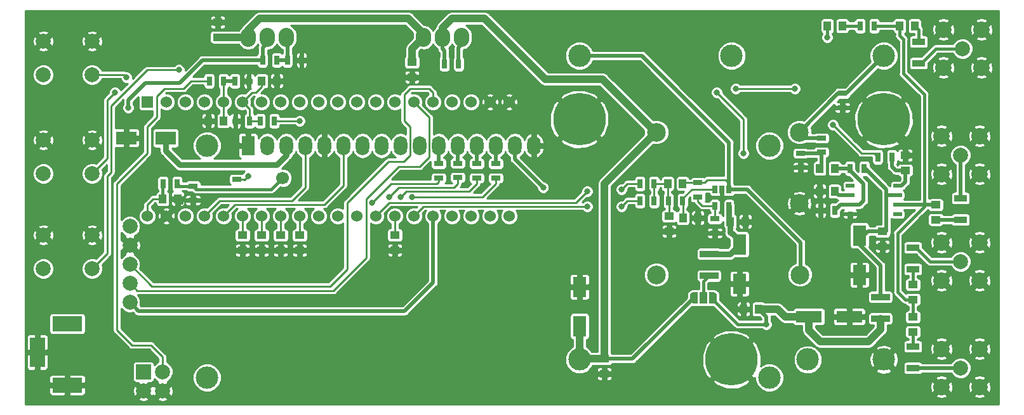
<source format=gbr>
G04 #@! TF.GenerationSoftware,KiCad,Pcbnew,(5.0.1)-4*
G04 #@! TF.CreationDate,2019-02-03T13:31:45+01:00*
G04 #@! TF.ProjectId,GPSDO-LCD-2,475053444F2D4C43442D322E6B696361,rev?*
G04 #@! TF.SameCoordinates,Original*
G04 #@! TF.FileFunction,Copper,L1,Top,Signal*
G04 #@! TF.FilePolarity,Positive*
%FSLAX46Y46*%
G04 Gerber Fmt 4.6, Leading zero omitted, Abs format (unit mm)*
G04 Created by KiCad (PCBNEW (5.0.1)-4) date 03/02/2019 13:31:45*
%MOMM*%
%LPD*%
G01*
G04 APERTURE LIST*
G04 #@! TA.AperFunction,ComponentPad*
%ADD10C,1.524000*%
G04 #@! TD*
G04 #@! TA.AperFunction,ComponentPad*
%ADD11R,1.524000X1.524000*%
G04 #@! TD*
G04 #@! TA.AperFunction,SMDPad,CuDef*
%ADD12R,0.700000X1.300000*%
G04 #@! TD*
G04 #@! TA.AperFunction,SMDPad,CuDef*
%ADD13R,1.250000X1.000000*%
G04 #@! TD*
G04 #@! TA.AperFunction,SMDPad,CuDef*
%ADD14R,1.000000X1.250000*%
G04 #@! TD*
G04 #@! TA.AperFunction,SMDPad,CuDef*
%ADD15R,1.800000X2.750000*%
G04 #@! TD*
G04 #@! TA.AperFunction,SMDPad,CuDef*
%ADD16R,2.750000X1.800000*%
G04 #@! TD*
G04 #@! TA.AperFunction,ComponentPad*
%ADD17C,2.200000*%
G04 #@! TD*
G04 #@! TA.AperFunction,ComponentPad*
%ADD18C,2.000000*%
G04 #@! TD*
G04 #@! TA.AperFunction,SMDPad,CuDef*
%ADD19R,2.500000X0.900000*%
G04 #@! TD*
G04 #@! TA.AperFunction,SMDPad,CuDef*
%ADD20R,1.700000X0.900000*%
G04 #@! TD*
G04 #@! TA.AperFunction,SMDPad,CuDef*
%ADD21R,1.300000X0.700000*%
G04 #@! TD*
G04 #@! TA.AperFunction,SMDPad,CuDef*
%ADD22R,1.143000X0.508000*%
G04 #@! TD*
G04 #@! TA.AperFunction,ComponentPad*
%ADD23O,2.032000X2.540000*%
G04 #@! TD*
G04 #@! TA.AperFunction,SMDPad,CuDef*
%ADD24R,0.650000X1.060000*%
G04 #@! TD*
G04 #@! TA.AperFunction,ComponentPad*
%ADD25C,3.000000*%
G04 #@! TD*
G04 #@! TA.AperFunction,ComponentPad*
%ADD26O,1.800000X2.600000*%
G04 #@! TD*
G04 #@! TA.AperFunction,ComponentPad*
%ADD27R,1.800000X2.600000*%
G04 #@! TD*
G04 #@! TA.AperFunction,ComponentPad*
%ADD28C,2.500000*%
G04 #@! TD*
G04 #@! TA.AperFunction,ComponentPad*
%ADD29C,7.000000*%
G04 #@! TD*
G04 #@! TA.AperFunction,SMDPad,CuDef*
%ADD30R,3.500000X1.600000*%
G04 #@! TD*
G04 #@! TA.AperFunction,ComponentPad*
%ADD31R,4.000000X2.000000*%
G04 #@! TD*
G04 #@! TA.AperFunction,ComponentPad*
%ADD32R,2.000000X4.000000*%
G04 #@! TD*
G04 #@! TA.AperFunction,ComponentPad*
%ADD33R,2.000000X2.000000*%
G04 #@! TD*
G04 #@! TA.AperFunction,SMDPad,CuDef*
%ADD34C,0.500000*%
G04 #@! TD*
G04 #@! TA.AperFunction,Conductor*
%ADD35C,0.100000*%
G04 #@! TD*
G04 #@! TA.AperFunction,SMDPad,CuDef*
%ADD36R,1.000000X1.500000*%
G04 #@! TD*
G04 #@! TA.AperFunction,ViaPad*
%ADD37C,4.000000*%
G04 #@! TD*
G04 #@! TA.AperFunction,ViaPad*
%ADD38C,0.800000*%
G04 #@! TD*
G04 #@! TA.AperFunction,ViaPad*
%ADD39C,1.700000*%
G04 #@! TD*
G04 #@! TA.AperFunction,Conductor*
%ADD40C,0.400000*%
G04 #@! TD*
G04 #@! TA.AperFunction,Conductor*
%ADD41C,0.500000*%
G04 #@! TD*
G04 #@! TA.AperFunction,Conductor*
%ADD42C,1.000000*%
G04 #@! TD*
G04 #@! TA.AperFunction,Conductor*
%ADD43C,0.250000*%
G04 #@! TD*
G04 #@! TA.AperFunction,Conductor*
%ADD44C,0.800000*%
G04 #@! TD*
G04 #@! TA.AperFunction,Conductor*
%ADD45C,0.254000*%
G04 #@! TD*
G04 APERTURE END LIST*
D10*
G04 #@! TO.P,U3,40*
G04 #@! TO.N,Net-(C27-Pad2)*
X94742000Y-107950000D03*
G04 #@! TO.P,U3,39*
G04 #@! TO.N,GNDREF*
X97282000Y-107950000D03*
G04 #@! TO.P,U3,38*
G04 #@! TO.N,5Vcc*
X99822000Y-107950000D03*
G04 #@! TO.P,U3,37*
G04 #@! TO.N,Net-(U3-Pad37)*
X102362000Y-107950000D03*
G04 #@! TO.P,U3,36*
G04 #@! TO.N,Net-(U3-Pad36)*
X104902000Y-107950000D03*
G04 #@! TO.P,U3,35*
G04 #@! TO.N,Net-(C26-Pad1)*
X107442000Y-107950000D03*
G04 #@! TO.P,U3,34*
G04 #@! TO.N,Net-(C28-Pad1)*
X109982000Y-107950000D03*
G04 #@! TO.P,U3,33*
G04 #@! TO.N,Net-(C31-Pad1)*
X112522000Y-107950000D03*
G04 #@! TO.P,U3,32*
G04 #@! TO.N,Net-(C29-Pad1)*
X115062000Y-107950000D03*
G04 #@! TO.P,U3,31*
G04 #@! TO.N,Net-(U3-Pad31)*
X117602000Y-107950000D03*
G04 #@! TO.P,U3,30*
G04 #@! TO.N,Net-(U3-Pad30)*
X120142000Y-107950000D03*
G04 #@! TO.P,U3,29*
G04 #@! TO.N,Net-(U3-Pad29)*
X122682000Y-107950000D03*
G04 #@! TO.P,U3,28*
G04 #@! TO.N,Net-(R16-Pad1)*
X125222000Y-107950000D03*
G04 #@! TO.P,U3,27*
G04 #@! TO.N,Net-(C35-Pad1)*
X127762000Y-107950000D03*
G04 #@! TO.P,U3,26*
G04 #@! TO.N,Net-(R15-Pad1)*
X130302000Y-107950000D03*
G04 #@! TO.P,U3,25*
G04 #@! TO.N,Net-(U3-Pad25)*
X132842000Y-107950000D03*
G04 #@! TO.P,U3,24*
G04 #@! TO.N,Net-(U3-Pad24)*
X135382000Y-107950000D03*
G04 #@! TO.P,U3,23*
G04 #@! TO.N,Net-(U3-Pad23)*
X137922000Y-107950000D03*
G04 #@! TO.P,U3,22*
G04 #@! TO.N,Net-(U3-Pad22)*
X140462000Y-107950000D03*
G04 #@! TO.P,U3,21*
G04 #@! TO.N,Net-(U3-Pad21)*
X143002000Y-107950000D03*
G04 #@! TO.P,U3,20*
G04 #@! TO.N,GNDREF*
X143002000Y-92710000D03*
G04 #@! TO.P,U3,19*
X140462000Y-92710000D03*
G04 #@! TO.P,U3,18*
G04 #@! TO.N,Net-(U3-Pad18)*
X137922000Y-92710000D03*
G04 #@! TO.P,U3,17*
G04 #@! TO.N,Net-(U3-Pad17)*
X135382000Y-92710000D03*
G04 #@! TO.P,U3,16*
G04 #@! TO.N,Net-(U3-Pad16)*
X132842000Y-92710000D03*
G04 #@! TO.P,U3,15*
G04 #@! TO.N,Net-(U3-Pad15)*
X130302000Y-92710000D03*
G04 #@! TO.P,U3,14*
G04 #@! TO.N,Net-(U3-Pad14)*
X127762000Y-92710000D03*
G04 #@! TO.P,U3,13*
G04 #@! TO.N,Net-(R8-Pad1)*
X125222000Y-92710000D03*
G04 #@! TO.P,U3,12*
G04 #@! TO.N,Net-(C13-Pad1)*
X122682000Y-92710000D03*
G04 #@! TO.P,U3,11*
G04 #@! TO.N,Net-(C12-Pad1)*
X120142000Y-92710000D03*
G04 #@! TO.P,U3,10*
G04 #@! TO.N,Net-(C11-Pad1)*
X117602000Y-92710000D03*
G04 #@! TO.P,U3,9*
G04 #@! TO.N,Net-(U3-Pad9)*
X115062000Y-92710000D03*
G04 #@! TO.P,U3,8*
G04 #@! TO.N,Net-(U3-Pad8)*
X112522000Y-92710000D03*
G04 #@! TO.P,U3,7*
G04 #@! TO.N,Net-(U3-Pad7)*
X109982000Y-92710000D03*
G04 #@! TO.P,U3,6*
G04 #@! TO.N,Net-(C39-Pad1)*
X107442000Y-92710000D03*
G04 #@! TO.P,U3,5*
G04 #@! TO.N,Net-(C38-Pad2)*
X104902000Y-92710000D03*
G04 #@! TO.P,U3,4*
G04 #@! TO.N,Net-(U3-Pad4)*
X102362000Y-92710000D03*
G04 #@! TO.P,U3,3*
G04 #@! TO.N,Net-(U3-Pad3)*
X99822000Y-92710000D03*
G04 #@! TO.P,U3,2*
G04 #@! TO.N,Net-(U3-Pad2)*
X97282000Y-92710000D03*
D11*
G04 #@! TO.P,U3,1*
G04 #@! TO.N,Net-(U3-Pad1)*
X94742000Y-92710000D03*
G04 #@! TD*
D12*
G04 #@! TO.P,R8,2*
G04 #@! TO.N,Net-(C14-Pad1)*
X194056000Y-100076000D03*
G04 #@! TO.P,R8,1*
G04 #@! TO.N,Net-(R8-Pad1)*
X192156000Y-100076000D03*
G04 #@! TD*
D13*
G04 #@! TO.P,C1,2*
G04 #@! TO.N,Net-(C1-Pad2)*
X196850000Y-123444000D03*
G04 #@! TO.P,C1,1*
G04 #@! TO.N,Net-(C1-Pad1)*
X196850000Y-121444000D03*
G04 #@! TD*
G04 #@! TO.P,C2,2*
G04 #@! TO.N,Net-(C2-Pad2)*
X196850000Y-117126000D03*
G04 #@! TO.P,C2,1*
G04 #@! TO.N,Net-(C1-Pad1)*
X196850000Y-119126000D03*
G04 #@! TD*
G04 #@! TO.P,C3,2*
G04 #@! TO.N,Net-(C3-Pad2)*
X199898000Y-108458000D03*
G04 #@! TO.P,C3,1*
G04 #@! TO.N,Net-(C1-Pad1)*
X199898000Y-106458000D03*
G04 #@! TD*
D14*
G04 #@! TO.P,C4,2*
G04 #@! TO.N,Net-(C4-Pad2)*
X197088000Y-82550000D03*
G04 #@! TO.P,C4,1*
G04 #@! TO.N,Net-(C1-Pad1)*
X195088000Y-82550000D03*
G04 #@! TD*
D13*
G04 #@! TO.P,C5,2*
G04 #@! TO.N,GNDREF*
X192786000Y-111998000D03*
G04 #@! TO.P,C5,1*
G04 #@! TO.N,Net-(C5-Pad1)*
X192786000Y-109998000D03*
G04 #@! TD*
D14*
G04 #@! TO.P,C6,1*
G04 #@! TO.N,Net-(C6-Pad1)*
X186404000Y-104648000D03*
G04 #@! TO.P,C6,2*
G04 #@! TO.N,GNDREF*
X184404000Y-104648000D03*
G04 #@! TD*
G04 #@! TO.P,C7,2*
G04 #@! TO.N,Net-(C7-Pad2)*
X187436000Y-82550000D03*
G04 #@! TO.P,C7,1*
G04 #@! TO.N,Net-(C7-Pad1)*
X185436000Y-82550000D03*
G04 #@! TD*
D13*
G04 #@! TO.P,C8,2*
G04 #@! TO.N,GNDREF*
X155702000Y-129032000D03*
G04 #@! TO.P,C8,1*
G04 #@! TO.N,Vcc*
X155702000Y-127032000D03*
G04 #@! TD*
D15*
G04 #@! TO.P,C9,2*
G04 #@! TO.N,GNDREF*
X189738000Y-115824000D03*
G04 #@! TO.P,C9,1*
G04 #@! TO.N,Net-(C5-Pad1)*
X189738000Y-110574000D03*
G04 #@! TD*
D13*
G04 #@! TO.P,C14,1*
G04 #@! TO.N,Net-(C14-Pad1)*
X195834000Y-101854000D03*
G04 #@! TO.P,C14,2*
G04 #@! TO.N,GNDREF*
X195834000Y-99854000D03*
G04 #@! TD*
D15*
G04 #@! TO.P,C15,1*
G04 #@! TO.N,Vcc*
X152400000Y-122682000D03*
G04 #@! TO.P,C15,2*
G04 #@! TO.N,GNDREF*
X152400000Y-117432000D03*
G04 #@! TD*
D14*
G04 #@! TO.P,C16,1*
G04 #@! TO.N,Net-(C16-Pad1)*
X186420000Y-101600000D03*
G04 #@! TO.P,C16,2*
G04 #@! TO.N,Net-(C16-Pad2)*
X184420000Y-101600000D03*
G04 #@! TD*
D13*
G04 #@! TO.P,C17,2*
G04 #@! TO.N,GNDREF*
X104140000Y-82074000D03*
G04 #@! TO.P,C17,1*
G04 #@! TO.N,Net-(C17-Pad1)*
X104140000Y-84074000D03*
G04 #@! TD*
D14*
G04 #@! TO.P,C20,1*
G04 #@! TO.N,Net-(C20-Pad1)*
X166180000Y-108204000D03*
G04 #@! TO.P,C20,2*
G04 #@! TO.N,GNDREF*
X168180000Y-108204000D03*
G04 #@! TD*
G04 #@! TO.P,C22,2*
G04 #@! TO.N,Net-(C22-Pad2)*
X166148000Y-103632000D03*
G04 #@! TO.P,C22,1*
G04 #@! TO.N,Net-(C22-Pad1)*
X164148000Y-103632000D03*
G04 #@! TD*
D13*
G04 #@! TO.P,C23,1*
G04 #@! TO.N,Net-(C22-Pad1)*
X164338000Y-107982000D03*
G04 #@! TO.P,C23,2*
G04 #@! TO.N,GNDREF*
X164338000Y-109982000D03*
G04 #@! TD*
D14*
G04 #@! TO.P,C24,1*
G04 #@! TO.N,5Vcc*
X176276000Y-120396000D03*
G04 #@! TO.P,C24,2*
G04 #@! TO.N,GNDREF*
X174276000Y-120396000D03*
G04 #@! TD*
D13*
G04 #@! TO.P,C26,2*
G04 #@! TO.N,GNDREF*
X107442000Y-112522000D03*
G04 #@! TO.P,C26,1*
G04 #@! TO.N,Net-(C26-Pad1)*
X107442000Y-110522000D03*
G04 #@! TD*
D14*
G04 #@! TO.P,C27,1*
G04 #@! TO.N,GNDREF*
X98790000Y-105664000D03*
G04 #@! TO.P,C27,2*
G04 #@! TO.N,Net-(C27-Pad2)*
X96790000Y-105664000D03*
G04 #@! TD*
D13*
G04 #@! TO.P,C28,2*
G04 #@! TO.N,GNDREF*
X109982000Y-112522000D03*
G04 #@! TO.P,C28,1*
G04 #@! TO.N,Net-(C28-Pad1)*
X109982000Y-110522000D03*
G04 #@! TD*
G04 #@! TO.P,C29,1*
G04 #@! TO.N,Net-(C29-Pad1)*
X115062000Y-110522000D03*
G04 #@! TO.P,C29,2*
G04 #@! TO.N,GNDREF*
X115062000Y-112522000D03*
G04 #@! TD*
D14*
G04 #@! TO.P,C30,1*
G04 #@! TO.N,Net-(C30-Pad1)*
X172498000Y-108712000D03*
G04 #@! TO.P,C30,2*
G04 #@! TO.N,GNDREF*
X174498000Y-108712000D03*
G04 #@! TD*
D13*
G04 #@! TO.P,C31,1*
G04 #@! TO.N,Net-(C31-Pad1)*
X112522000Y-110522000D03*
G04 #@! TO.P,C31,2*
G04 #@! TO.N,GNDREF*
X112522000Y-112522000D03*
G04 #@! TD*
D15*
G04 #@! TO.P,C32,1*
G04 #@! TO.N,Net-(C30-Pad1)*
X173736000Y-111760000D03*
G04 #@! TO.P,C32,2*
G04 #@! TO.N,GNDREF*
X173736000Y-117010000D03*
G04 #@! TD*
D13*
G04 #@! TO.P,C34,2*
G04 #@! TO.N,GNDREF*
X130048000Y-89392000D03*
G04 #@! TO.P,C34,1*
G04 #@! TO.N,Net-(C17-Pad1)*
X130048000Y-87392000D03*
G04 #@! TD*
G04 #@! TO.P,C35,2*
G04 #@! TO.N,GNDREF*
X127762000Y-112506000D03*
G04 #@! TO.P,C35,1*
G04 #@! TO.N,Net-(C35-Pad1)*
X127762000Y-110506000D03*
G04 #@! TD*
D16*
G04 #@! TO.P,C37,2*
G04 #@! TO.N,GNDREF*
X91948000Y-97536000D03*
G04 #@! TO.P,C37,1*
G04 #@! TO.N,Net-(C37-Pad1)*
X97198000Y-97536000D03*
G04 #@! TD*
D17*
G04 #@! TO.P,J1,2*
G04 #@! TO.N,GNDREF*
X205740000Y-130810000D03*
X200660000Y-130810000D03*
X200660000Y-125730000D03*
X205740000Y-125730000D03*
D18*
G04 #@! TO.P,J1,1*
G04 #@! TO.N,Net-(J1-Pad1)*
X203200000Y-128270000D03*
G04 #@! TD*
G04 #@! TO.P,J2,1*
G04 #@! TO.N,Net-(J2-Pad1)*
X203200000Y-114046000D03*
D17*
G04 #@! TO.P,J2,2*
G04 #@! TO.N,GNDREF*
X205740000Y-111506000D03*
X200660000Y-111506000D03*
X200660000Y-116586000D03*
X205740000Y-116586000D03*
G04 #@! TD*
G04 #@! TO.P,J3,2*
G04 #@! TO.N,GNDREF*
X205740000Y-102362000D03*
X200660000Y-102362000D03*
X200660000Y-97282000D03*
X205740000Y-97282000D03*
D18*
G04 #@! TO.P,J3,1*
G04 #@! TO.N,Net-(J3-Pad1)*
X203200000Y-99822000D03*
G04 #@! TD*
G04 #@! TO.P,J4,1*
G04 #@! TO.N,Net-(J4-Pad1)*
X203454000Y-85598000D03*
D17*
G04 #@! TO.P,J4,2*
G04 #@! TO.N,GNDREF*
X205994000Y-83058000D03*
X200914000Y-83058000D03*
X200914000Y-88138000D03*
X205994000Y-88138000D03*
G04 #@! TD*
D19*
G04 #@! TO.P,L1,1*
G04 #@! TO.N,Net-(C5-Pad1)*
X192532000Y-118766000D03*
G04 #@! TO.P,L1,2*
G04 #@! TO.N,5Vcc*
X192532000Y-121666000D03*
G04 #@! TD*
G04 #@! TO.P,L3,2*
G04 #@! TO.N,Net-(JP1-Pad2)*
X169672000Y-115930000D03*
G04 #@! TO.P,L3,1*
G04 #@! TO.N,Net-(C30-Pad1)*
X169672000Y-113030000D03*
G04 #@! TD*
D20*
G04 #@! TO.P,R1,2*
G04 #@! TO.N,Net-(C1-Pad2)*
X196850000Y-125370000D03*
G04 #@! TO.P,R1,1*
G04 #@! TO.N,Net-(J1-Pad1)*
X196850000Y-128270000D03*
G04 #@! TD*
G04 #@! TO.P,R2,1*
G04 #@! TO.N,Net-(J2-Pad1)*
X196850000Y-112162000D03*
G04 #@! TO.P,R2,2*
G04 #@! TO.N,Net-(C2-Pad2)*
X196850000Y-115062000D03*
G04 #@! TD*
G04 #@! TO.P,R3,2*
G04 #@! TO.N,Net-(C3-Pad2)*
X203200000Y-108458000D03*
G04 #@! TO.P,R3,1*
G04 #@! TO.N,Net-(J3-Pad1)*
X203200000Y-105558000D03*
G04 #@! TD*
G04 #@! TO.P,R4,1*
G04 #@! TO.N,Net-(J4-Pad1)*
X197612000Y-87556000D03*
G04 #@! TO.P,R4,2*
G04 #@! TO.N,Net-(C4-Pad2)*
X197612000Y-84656000D03*
G04 #@! TD*
D12*
G04 #@! TO.P,R5,2*
G04 #@! TO.N,Net-(C7-Pad2)*
X189804000Y-82550000D03*
G04 #@! TO.P,R5,1*
G04 #@! TO.N,Net-(C1-Pad1)*
X191704000Y-82550000D03*
G04 #@! TD*
G04 #@! TO.P,R6,2*
G04 #@! TO.N,Net-(C16-Pad1)*
X188468000Y-101600000D03*
G04 #@! TO.P,R6,1*
G04 #@! TO.N,Net-(C5-Pad1)*
X190368000Y-101600000D03*
G04 #@! TD*
G04 #@! TO.P,R7,1*
G04 #@! TO.N,Net-(C16-Pad1)*
X186436000Y-107188000D03*
G04 #@! TO.P,R7,2*
G04 #@! TO.N,GNDREF*
X184536000Y-107188000D03*
G04 #@! TD*
G04 #@! TO.P,R9,1*
G04 #@! TO.N,Net-(C21-Pad1)*
X113416000Y-87122000D03*
G04 #@! TO.P,R9,2*
G04 #@! TO.N,GNDREF*
X115316000Y-87122000D03*
G04 #@! TD*
G04 #@! TO.P,R10,2*
G04 #@! TO.N,Net-(C20-Pad1)*
X166148000Y-105918000D03*
G04 #@! TO.P,R10,1*
G04 #@! TO.N,Net-(C22-Pad1)*
X164248000Y-105918000D03*
G04 #@! TD*
G04 #@! TO.P,R11,2*
G04 #@! TO.N,Net-(C21-Pad1)*
X112014000Y-87122000D03*
G04 #@! TO.P,R11,1*
G04 #@! TO.N,5Vcc*
X110114000Y-87122000D03*
G04 #@! TD*
D21*
G04 #@! TO.P,R12,1*
G04 #@! TO.N,Net-(C22-Pad2)*
X168180000Y-103510000D03*
G04 #@! TO.P,R12,2*
G04 #@! TO.N,Net-(R12-Pad2)*
X168180000Y-105410000D03*
G04 #@! TD*
G04 #@! TO.P,R13,1*
G04 #@! TO.N,GNDREF*
X100838000Y-105852000D03*
G04 #@! TO.P,R13,2*
G04 #@! TO.N,Net-(C7-Pad1)*
X100838000Y-103952000D03*
G04 #@! TD*
D12*
G04 #@! TO.P,R14,1*
G04 #@! TO.N,Net-(C27-Pad2)*
X96840000Y-103632000D03*
G04 #@! TO.P,R14,2*
G04 #@! TO.N,Net-(C7-Pad1)*
X98740000Y-103632000D03*
G04 #@! TD*
G04 #@! TO.P,R15,1*
G04 #@! TO.N,Net-(R15-Pad1)*
X160438000Y-105918000D03*
G04 #@! TO.P,R15,2*
G04 #@! TO.N,Net-(C22-Pad1)*
X162338000Y-105918000D03*
G04 #@! TD*
G04 #@! TO.P,R16,2*
G04 #@! TO.N,Net-(C22-Pad1)*
X162338000Y-103632000D03*
G04 #@! TO.P,R16,1*
G04 #@! TO.N,Net-(R16-Pad1)*
X160438000Y-103632000D03*
G04 #@! TD*
D21*
G04 #@! TO.P,R17,2*
G04 #@! TO.N,GNDREF*
X170434000Y-110236000D03*
G04 #@! TO.P,R17,1*
G04 #@! TO.N,Net-(R12-Pad2)*
X170434000Y-108336000D03*
G04 #@! TD*
G04 #@! TO.P,R18,2*
G04 #@! TO.N,Net-(C26-Pad1)*
X141224000Y-102870000D03*
G04 #@! TO.P,R18,1*
G04 #@! TO.N,Net-(R18-Pad1)*
X141224000Y-100970000D03*
G04 #@! TD*
G04 #@! TO.P,R19,1*
G04 #@! TO.N,Net-(R19-Pad1)*
X138684000Y-100970000D03*
G04 #@! TO.P,R19,2*
G04 #@! TO.N,Net-(C28-Pad1)*
X138684000Y-102870000D03*
G04 #@! TD*
D12*
G04 #@! TO.P,R20,2*
G04 #@! TO.N,Net-(R20-Pad2)*
X111694000Y-95250000D03*
G04 #@! TO.P,R20,1*
G04 #@! TO.N,Net-(C39-Pad1)*
X109794000Y-95250000D03*
G04 #@! TD*
D21*
G04 #@! TO.P,R21,2*
G04 #@! TO.N,Net-(C31-Pad1)*
X136144000Y-102804000D03*
G04 #@! TO.P,R21,1*
G04 #@! TO.N,Net-(R21-Pad1)*
X136144000Y-100904000D03*
G04 #@! TD*
G04 #@! TO.P,R24,1*
G04 #@! TO.N,Net-(C35-Pad1)*
X106680000Y-103058000D03*
G04 #@! TO.P,R24,2*
G04 #@! TO.N,Net-(C37-Pad1)*
X106680000Y-101158000D03*
G04 #@! TD*
D12*
G04 #@! TO.P,R25,2*
G04 #@! TO.N,Net-(C36-Pad1)*
X136266000Y-87630000D03*
G04 #@! TO.P,R25,1*
G04 #@! TO.N,Vcc*
X134366000Y-87630000D03*
G04 #@! TD*
D21*
G04 #@! TO.P,R26,1*
G04 #@! TO.N,Net-(C16-Pad2)*
X181864000Y-99568000D03*
G04 #@! TO.P,R26,2*
G04 #@! TO.N,GNDREF*
X181864000Y-101468000D03*
G04 #@! TD*
G04 #@! TO.P,R27,2*
G04 #@! TO.N,Net-(R27-Pad2)*
X184658000Y-97536000D03*
G04 #@! TO.P,R27,1*
G04 #@! TO.N,Net-(C16-Pad2)*
X184658000Y-99436000D03*
G04 #@! TD*
D12*
G04 #@! TO.P,R28,2*
G04 #@! TO.N,Net-(C39-Pad1)*
X108392000Y-95250000D03*
G04 #@! TO.P,R28,1*
G04 #@! TO.N,GNDREF*
X106492000Y-95250000D03*
G04 #@! TD*
D21*
G04 #@! TO.P,R29,1*
G04 #@! TO.N,Net-(R29-Pad1)*
X133604000Y-100970000D03*
G04 #@! TO.P,R29,2*
G04 #@! TO.N,Net-(C29-Pad1)*
X133604000Y-102870000D03*
G04 #@! TD*
D18*
G04 #@! TO.P,SW1,1*
G04 #@! TO.N,GNDREF*
X87376000Y-84582000D03*
G04 #@! TO.P,SW1,2*
G04 #@! TO.N,Net-(C11-Pad1)*
X87376000Y-89082000D03*
G04 #@! TO.P,SW1,1*
G04 #@! TO.N,GNDREF*
X80876000Y-84582000D03*
G04 #@! TO.P,SW1,2*
G04 #@! TO.N,Net-(C11-Pad1)*
X80876000Y-89082000D03*
G04 #@! TD*
G04 #@! TO.P,SW2,2*
G04 #@! TO.N,Net-(C12-Pad1)*
X80876000Y-102290000D03*
G04 #@! TO.P,SW2,1*
G04 #@! TO.N,GNDREF*
X80876000Y-97790000D03*
G04 #@! TO.P,SW2,2*
G04 #@! TO.N,Net-(C12-Pad1)*
X87376000Y-102290000D03*
G04 #@! TO.P,SW2,1*
G04 #@! TO.N,GNDREF*
X87376000Y-97790000D03*
G04 #@! TD*
G04 #@! TO.P,SW3,1*
G04 #@! TO.N,GNDREF*
X87376000Y-110490000D03*
G04 #@! TO.P,SW3,2*
G04 #@! TO.N,Net-(C13-Pad1)*
X87376000Y-114990000D03*
G04 #@! TO.P,SW3,1*
G04 #@! TO.N,GNDREF*
X80876000Y-110490000D03*
G04 #@! TO.P,SW3,2*
G04 #@! TO.N,Net-(C13-Pad1)*
X80876000Y-114990000D03*
G04 #@! TD*
D22*
G04 #@! TO.P,U1,1*
G04 #@! TO.N,Net-(U1-Pad1)*
X188468000Y-103886000D03*
G04 #@! TO.P,U1,2*
G04 #@! TO.N,Net-(C6-Pad1)*
X188468000Y-105156000D03*
G04 #@! TO.P,U1,3*
G04 #@! TO.N,Net-(C16-Pad1)*
X188468000Y-106426000D03*
G04 #@! TO.P,U1,4*
G04 #@! TO.N,GNDREF*
X188468000Y-107696000D03*
G04 #@! TO.P,U1,5*
G04 #@! TO.N,Net-(U1-Pad5)*
X194818000Y-107696000D03*
G04 #@! TO.P,U1,6*
G04 #@! TO.N,Net-(C1-Pad1)*
X194818000Y-106426000D03*
G04 #@! TO.P,U1,7*
G04 #@! TO.N,Net-(C5-Pad1)*
X194818000Y-105156000D03*
G04 #@! TO.P,U1,8*
G04 #@! TO.N,Net-(C14-Pad1)*
X194818000Y-103886000D03*
G04 #@! TD*
D23*
G04 #@! TO.P,U2,2*
G04 #@! TO.N,5Vcc*
X110744000Y-84074000D03*
G04 #@! TO.P,U2,3*
G04 #@! TO.N,Net-(C17-Pad1)*
X108204000Y-84074000D03*
G04 #@! TO.P,U2,1*
G04 #@! TO.N,Net-(C21-Pad1)*
X113284000Y-84074000D03*
G04 #@! TD*
D24*
G04 #@! TO.P,U4,5*
G04 #@! TO.N,Net-(C30-Pad1)*
X172334000Y-106594000D03*
G04 #@! TO.P,U4,4*
G04 #@! TO.N,Net-(R12-Pad2)*
X170434000Y-106594000D03*
G04 #@! TO.P,U4,3*
G04 #@! TO.N,Net-(C20-Pad1)*
X170434000Y-104394000D03*
G04 #@! TO.P,U4,2*
G04 #@! TO.N,GNDREF*
X171384000Y-104394000D03*
G04 #@! TO.P,U4,1*
G04 #@! TO.N,Net-(C22-Pad2)*
X172334000Y-104394000D03*
G04 #@! TD*
D23*
G04 #@! TO.P,U5,1*
G04 #@! TO.N,Net-(C36-Pad1)*
X136652000Y-84074000D03*
G04 #@! TO.P,U5,3*
G04 #@! TO.N,Net-(C17-Pad1)*
X131572000Y-84074000D03*
G04 #@! TO.P,U5,2*
G04 #@! TO.N,Vcc*
X134112000Y-84074000D03*
G04 #@! TD*
D25*
G04 #@! TO.P,U6,*
G04 #@! TO.N,*
X177704000Y-98552000D03*
X177703480Y-129552700D03*
X102704900Y-129552700D03*
X102704900Y-98552000D03*
D26*
G04 #@! TO.P,U6,16*
G04 #@! TO.N,GNDREF*
X146304000Y-98552000D03*
G04 #@! TO.P,U6,15*
G04 #@! TO.N,5Vcc*
X143764000Y-98552000D03*
G04 #@! TO.P,U6,14*
G04 #@! TO.N,Net-(R18-Pad1)*
X141224000Y-98552000D03*
G04 #@! TO.P,U6,13*
G04 #@! TO.N,Net-(R19-Pad1)*
X138684000Y-98552000D03*
G04 #@! TO.P,U6,12*
G04 #@! TO.N,Net-(R21-Pad1)*
X136144000Y-98552000D03*
G04 #@! TO.P,U6,11*
G04 #@! TO.N,Net-(R29-Pad1)*
X133604000Y-98552000D03*
G04 #@! TO.P,U6,10*
G04 #@! TO.N,Net-(U6-Pad10)*
X131064000Y-98552000D03*
G04 #@! TO.P,U6,9*
G04 #@! TO.N,Net-(U6-Pad9)*
X128524000Y-98552000D03*
G04 #@! TO.P,U6,8*
G04 #@! TO.N,Net-(U6-Pad8)*
X125984000Y-98552000D03*
G04 #@! TO.P,U6,7*
G04 #@! TO.N,Net-(U6-Pad7)*
X123444000Y-98552000D03*
G04 #@! TO.P,U6,6*
G04 #@! TO.N,Net-(U3-Pad36)*
X120904000Y-98552000D03*
G04 #@! TO.P,U6,5*
G04 #@! TO.N,GNDREF*
X118364000Y-98552000D03*
G04 #@! TO.P,U6,4*
G04 #@! TO.N,Net-(U3-Pad37)*
X115824000Y-98552000D03*
G04 #@! TO.P,U6,3*
G04 #@! TO.N,Net-(C37-Pad1)*
X113284000Y-98552000D03*
G04 #@! TO.P,U6,2*
G04 #@! TO.N,5Vcc*
X110744000Y-98552000D03*
D27*
G04 #@! TO.P,U6,1*
G04 #@! TO.N,GNDREF*
X108204000Y-98552000D03*
G04 #@! TD*
D18*
G04 #@! TO.P,U7,1*
G04 #@! TO.N,Net-(U3-Pad25)*
X92420000Y-119492000D03*
G04 #@! TO.P,U7,2*
G04 #@! TO.N,Net-(U3-Pad15)*
X92420000Y-116952000D03*
G04 #@! TO.P,U7,3*
G04 #@! TO.N,Net-(U3-Pad16)*
X92420000Y-114412000D03*
G04 #@! TO.P,U7,4*
G04 #@! TO.N,GNDREF*
X92420000Y-111872000D03*
G04 #@! TO.P,U7,5*
G04 #@! TO.N,5Vcc*
X92420000Y-109332000D03*
G04 #@! TD*
D28*
G04 #@! TO.P,U8,1*
G04 #@! TO.N,Net-(R27-Pad2)*
X181714342Y-96759918D03*
G04 #@! TO.P,U8,2*
G04 #@! TO.N,GNDREF*
X181714342Y-106284918D03*
G04 #@! TO.P,U8,3*
G04 #@! TO.N,Net-(C22-Pad2)*
X181764342Y-115809918D03*
G04 #@! TO.P,U8,4*
G04 #@! TO.N,Net-(U8-Pad4)*
X162664342Y-115809918D03*
G04 #@! TO.P,U8,5*
G04 #@! TO.N,Vcc*
X162664342Y-96759918D03*
G04 #@! TD*
D25*
G04 #@! TO.P,U9,1*
G04 #@! TO.N,Net-(C22-Pad2)*
X152368968Y-86536779D03*
G04 #@! TO.P,U9,2*
G04 #@! TO.N,Net-(U9-Pad2)*
X172668968Y-86536779D03*
G04 #@! TO.P,U9,3*
G04 #@! TO.N,Net-(R27-Pad2)*
X192968968Y-86536779D03*
G04 #@! TO.P,U9,4*
G04 #@! TO.N,GNDREF*
X192968968Y-127136779D03*
G04 #@! TO.P,U9,5*
G04 #@! TO.N,Net-(R20-Pad2)*
X182818968Y-127136779D03*
G04 #@! TO.P,U9,6*
G04 #@! TO.N,Vcc*
X152368968Y-127136779D03*
D29*
G04 #@! TO.P,U9,7*
G04 #@! TO.N,GNDREF*
X172660344Y-127136779D03*
G04 #@! TO.P,U9,8*
X152360344Y-95036779D03*
G04 #@! TO.P,U9,9*
X192960344Y-95036779D03*
G04 #@! TD*
D14*
G04 #@! TO.P,C38,1*
G04 #@! TO.N,GNDREF*
X102886000Y-95250000D03*
G04 #@! TO.P,C38,2*
G04 #@! TO.N,Net-(C38-Pad2)*
X104886000Y-95250000D03*
G04 #@! TD*
G04 #@! TO.P,C39,2*
G04 #@! TO.N,GNDREF*
X111998000Y-89916000D03*
G04 #@! TO.P,C39,1*
G04 #@! TO.N,Net-(C39-Pad1)*
X109998000Y-89916000D03*
G04 #@! TD*
D12*
G04 #@! TO.P,R30,1*
G04 #@! TO.N,Net-(C10-Pad1)*
X103002000Y-89916000D03*
G04 #@! TO.P,R30,2*
G04 #@! TO.N,Net-(C38-Pad2)*
X104902000Y-89916000D03*
G04 #@! TD*
G04 #@! TO.P,R31,2*
G04 #@! TO.N,Net-(C38-Pad2)*
X106426000Y-89916000D03*
G04 #@! TO.P,R31,1*
G04 #@! TO.N,GNDREF*
X108326000Y-89916000D03*
G04 #@! TD*
D21*
G04 #@! TO.P,R32,2*
G04 #@! TO.N,GNDREF*
X187452000Y-93472000D03*
G04 #@! TO.P,R32,1*
G04 #@! TO.N,Net-(R27-Pad2)*
X187452000Y-91572000D03*
G04 #@! TD*
D30*
G04 #@! TO.P,C25,2*
G04 #@! TO.N,GNDREF*
X188374000Y-121412000D03*
G04 #@! TO.P,C25,1*
G04 #@! TO.N,5Vcc*
X182974000Y-121412000D03*
G04 #@! TD*
D31*
G04 #@! TO.P,U10,1*
G04 #@! TO.N,Net-(D1-Pad1)*
X84074000Y-122356000D03*
D32*
G04 #@! TO.P,U10,2*
G04 #@! TO.N,GNDREF*
X80074000Y-126156000D03*
D31*
G04 #@! TO.P,U10,3*
X84074000Y-130556000D03*
G04 #@! TD*
D18*
G04 #@! TO.P,J5,4*
G04 #@! TO.N,GNDREF*
X96774000Y-131318000D03*
G04 #@! TO.P,J5,2*
G04 #@! TO.N,Net-(C10-Pad1)*
X96774000Y-128778000D03*
G04 #@! TO.P,J5,3*
G04 #@! TO.N,GNDREF*
X94234000Y-131318000D03*
D33*
G04 #@! TO.P,J5,1*
G04 #@! TO.N,Net-(D1-Pad2)*
X94234000Y-128778000D03*
G04 #@! TD*
D34*
G04 #@! TO.P,JP1,1*
G04 #@! TO.N,Vcc*
X167610000Y-118872000D03*
D35*
G04 #@! TD*
G04 #@! TO.N,Vcc*
G04 #@! TO.C,JP1*
G36*
X168160000Y-119622000D02*
X167610000Y-119622000D01*
X167610000Y-119621398D01*
X167585466Y-119621398D01*
X167536635Y-119616588D01*
X167488510Y-119607016D01*
X167441555Y-119592772D01*
X167396222Y-119573995D01*
X167352949Y-119550864D01*
X167312150Y-119523604D01*
X167274221Y-119492476D01*
X167239524Y-119457779D01*
X167208396Y-119419850D01*
X167181136Y-119379051D01*
X167158005Y-119335778D01*
X167139228Y-119290445D01*
X167124984Y-119243490D01*
X167115412Y-119195365D01*
X167110602Y-119146534D01*
X167110602Y-119122000D01*
X167110000Y-119122000D01*
X167110000Y-118622000D01*
X167110602Y-118622000D01*
X167110602Y-118597466D01*
X167115412Y-118548635D01*
X167124984Y-118500510D01*
X167139228Y-118453555D01*
X167158005Y-118408222D01*
X167181136Y-118364949D01*
X167208396Y-118324150D01*
X167239524Y-118286221D01*
X167274221Y-118251524D01*
X167312150Y-118220396D01*
X167352949Y-118193136D01*
X167396222Y-118170005D01*
X167441555Y-118151228D01*
X167488510Y-118136984D01*
X167536635Y-118127412D01*
X167585466Y-118122602D01*
X167610000Y-118122602D01*
X167610000Y-118122000D01*
X168160000Y-118122000D01*
X168160000Y-119622000D01*
X168160000Y-119622000D01*
G37*
D34*
G04 #@! TO.P,JP1,3*
G04 #@! TO.N,5Vcc*
X170210000Y-118872000D03*
D35*
G04 #@! TD*
G04 #@! TO.N,5Vcc*
G04 #@! TO.C,JP1*
G36*
X170210000Y-118122602D02*
X170234534Y-118122602D01*
X170283365Y-118127412D01*
X170331490Y-118136984D01*
X170378445Y-118151228D01*
X170423778Y-118170005D01*
X170467051Y-118193136D01*
X170507850Y-118220396D01*
X170545779Y-118251524D01*
X170580476Y-118286221D01*
X170611604Y-118324150D01*
X170638864Y-118364949D01*
X170661995Y-118408222D01*
X170680772Y-118453555D01*
X170695016Y-118500510D01*
X170704588Y-118548635D01*
X170709398Y-118597466D01*
X170709398Y-118622000D01*
X170710000Y-118622000D01*
X170710000Y-119122000D01*
X170709398Y-119122000D01*
X170709398Y-119146534D01*
X170704588Y-119195365D01*
X170695016Y-119243490D01*
X170680772Y-119290445D01*
X170661995Y-119335778D01*
X170638864Y-119379051D01*
X170611604Y-119419850D01*
X170580476Y-119457779D01*
X170545779Y-119492476D01*
X170507850Y-119523604D01*
X170467051Y-119550864D01*
X170423778Y-119573995D01*
X170378445Y-119592772D01*
X170331490Y-119607016D01*
X170283365Y-119616588D01*
X170234534Y-119621398D01*
X170210000Y-119621398D01*
X170210000Y-119622000D01*
X169660000Y-119622000D01*
X169660000Y-118122000D01*
X170210000Y-118122000D01*
X170210000Y-118122602D01*
X170210000Y-118122602D01*
G37*
D36*
G04 #@! TO.P,JP1,2*
G04 #@! TO.N,Net-(JP1-Pad2)*
X168910000Y-118872000D03*
G04 #@! TD*
D37*
G04 #@! TO.N,GNDREF*
X203200000Y-121158000D03*
X203200000Y-92710000D03*
X80772000Y-119126000D03*
X80772000Y-93472000D03*
D38*
X125984000Y-117348000D03*
X115824000Y-114554000D03*
X105664000Y-114554000D03*
X92202000Y-100076000D03*
X91694000Y-95250000D03*
X193802000Y-115570000D03*
X105918000Y-85598000D03*
X106172000Y-81788000D03*
X94234000Y-82042000D03*
X97790000Y-94996000D03*
X100584000Y-94996000D03*
X99822000Y-99314000D03*
X105664000Y-98298000D03*
X101346000Y-91186000D03*
X106426000Y-91440000D03*
X115316000Y-88900000D03*
X116840000Y-86360000D03*
X122174000Y-86360000D03*
X128778000Y-83566000D03*
X95758000Y-101346000D03*
X102870000Y-102616000D03*
X94488000Y-110236000D03*
X112776000Y-104648000D03*
X114554000Y-101600000D03*
X118618000Y-101600000D03*
X123444000Y-101600000D03*
X97282000Y-113030000D03*
X100838000Y-119126000D03*
X110744000Y-115824000D03*
X103124000Y-105918000D03*
X94234000Y-105664000D03*
X92456000Y-123698000D03*
X89662000Y-129286000D03*
X110490000Y-131318000D03*
X121666000Y-131064000D03*
X116332000Y-122682000D03*
X127508000Y-122682000D03*
X105156000Y-122682000D03*
X130048000Y-112522000D03*
X133350000Y-131064000D03*
X144526000Y-131064000D03*
X155702000Y-131064000D03*
X187452000Y-130556000D03*
X144780000Y-118618000D03*
X152400000Y-109982000D03*
X158242000Y-124206000D03*
X158750000Y-109982000D03*
X167132000Y-110998000D03*
X177800000Y-116840000D03*
X171704000Y-117348000D03*
X170434000Y-101092000D03*
X166624000Y-96520000D03*
X162814000Y-92456000D03*
X158242000Y-87884000D03*
X158242000Y-84836000D03*
X168402000Y-91694000D03*
X165354000Y-87376000D03*
X172974000Y-96266000D03*
X176022000Y-96266000D03*
X177800000Y-93472000D03*
X177800000Y-86614000D03*
X165354000Y-83058000D03*
X147574000Y-83058000D03*
X180594000Y-83312000D03*
X188214000Y-88138000D03*
X178308000Y-103632000D03*
X162814000Y-100838000D03*
X176784000Y-108966000D03*
X179832000Y-112776000D03*
X184150000Y-112776000D03*
X183134000Y-109474000D03*
X182880000Y-103124000D03*
X187452000Y-109474000D03*
X187452000Y-115824000D03*
X188468000Y-119126000D03*
X188214000Y-123444000D03*
X196596000Y-113538000D03*
X197358000Y-109982000D03*
X191770000Y-106426000D03*
X193294000Y-102362000D03*
X187198000Y-99314000D03*
X196850000Y-104902000D03*
X176022000Y-114300000D03*
X162560000Y-120396000D03*
X162052000Y-108458000D03*
X167132000Y-101854000D03*
X137414000Y-118618000D03*
X137668000Y-110998000D03*
X146304000Y-110998000D03*
X110744000Y-119380000D03*
X120396000Y-119126000D03*
X120396000Y-125984000D03*
X132334000Y-89916000D03*
X128016000Y-90424000D03*
X122174000Y-96520000D03*
X127254000Y-96520000D03*
X134874000Y-96520000D03*
X139954000Y-96520000D03*
X117094000Y-96520000D03*
X122174000Y-89408000D03*
X101092000Y-82042000D03*
X92710000Y-103632000D03*
G04 #@! TO.N,Net-(C7-Pad1)*
X185420000Y-84074000D03*
D39*
X112776004Y-102870000D03*
D38*
G04 #@! TO.N,Net-(C11-Pad1)*
X91948000Y-89408000D03*
G04 #@! TO.N,Net-(C12-Pad1)*
X90424000Y-91440000D03*
G04 #@! TO.N,Net-(C13-Pad1)*
X98966952Y-88428990D03*
G04 #@! TO.N,5Vcc*
X147552000Y-104140000D03*
X177292000Y-122428000D03*
X92202000Y-93472000D03*
G04 #@! TO.N,Net-(C26-Pad1)*
X130048000Y-105409994D03*
G04 #@! TO.N,Net-(C28-Pad1)*
X128524000Y-105410000D03*
G04 #@! TO.N,Net-(C29-Pad1)*
X124714000Y-106172000D03*
G04 #@! TO.N,Net-(C31-Pad1)*
X127000000Y-105410000D03*
G04 #@! TO.N,Net-(C35-Pad1)*
X108204000Y-102616000D03*
G04 #@! TO.N,Net-(R8-Pad1)*
X186182000Y-95758000D03*
X181102000Y-90932000D03*
X173228000Y-90932000D03*
G04 #@! TO.N,Net-(R15-Pad1)*
X153416000Y-106680000D03*
X157988000Y-106680000D03*
G04 #@! TO.N,Net-(R16-Pad1)*
X153416000Y-104648000D03*
X157987996Y-104394000D03*
G04 #@! TO.N,Net-(R20-Pad2)*
X174244000Y-99568000D03*
X170688000Y-91440000D03*
X115062000Y-95250000D03*
G04 #@! TD*
D40*
G04 #@! TO.N,Net-(C1-Pad2)*
X196850000Y-125370000D02*
X196850000Y-123444000D01*
D41*
G04 #@! TO.N,Net-(C1-Pad1)*
X199866000Y-106426000D02*
X199898000Y-106458000D01*
X194818000Y-106426000D02*
X197866000Y-106426000D01*
X197866000Y-106426000D02*
X198374000Y-106426000D01*
X198374000Y-106426000D02*
X199866000Y-106426000D01*
D40*
X196850000Y-121444000D02*
X196850000Y-119126000D01*
X195088000Y-82550000D02*
X191704000Y-82550000D01*
X198374000Y-106680000D02*
X198374000Y-106426000D01*
X194818000Y-110236000D02*
X198374000Y-106680000D01*
X194818000Y-118110000D02*
X194818000Y-110236000D01*
X196850000Y-119126000D02*
X195834000Y-119126000D01*
X195834000Y-119126000D02*
X194818000Y-118110000D01*
X195088000Y-82675000D02*
X195072000Y-82691000D01*
X195072000Y-82691000D02*
X195072000Y-83820000D01*
X195072000Y-83820000D02*
X195580000Y-84328000D01*
X195088000Y-82550000D02*
X195088000Y-82675000D01*
X195580000Y-84328000D02*
X195580000Y-88900000D01*
X198374000Y-91694000D02*
X198374000Y-106426000D01*
X195580000Y-88900000D02*
X198374000Y-91694000D01*
G04 #@! TO.N,Net-(C2-Pad2)*
X196850000Y-117126000D02*
X196850000Y-115062000D01*
D41*
G04 #@! TO.N,Net-(C3-Pad2)*
X203200000Y-108458000D02*
X199898000Y-108458000D01*
D40*
G04 #@! TO.N,Net-(C4-Pad2)*
X197088000Y-82550000D02*
X197104000Y-82550000D01*
X197612000Y-83058000D02*
X197612000Y-84656000D01*
X197104000Y-82550000D02*
X197612000Y-83058000D01*
G04 #@! TO.N,GNDREF*
X174498000Y-106426000D02*
X174498000Y-108712000D01*
X173482000Y-105410000D02*
X174498000Y-106426000D01*
X171470000Y-105410000D02*
X173482000Y-105410000D01*
X171384000Y-104394000D02*
X171384001Y-105324001D01*
X171384001Y-105324001D02*
X171470000Y-105410000D01*
X168180000Y-109442000D02*
X168180000Y-108204000D01*
X164338000Y-109982000D02*
X167640000Y-109982000D01*
X167640000Y-109982000D02*
X168180000Y-109442000D01*
X168974000Y-110236000D02*
X168180000Y-109442000D01*
X170434000Y-110236000D02*
X168974000Y-110236000D01*
D41*
X192960344Y-96996344D02*
X192960344Y-95036779D01*
X192960344Y-95980344D02*
X192960344Y-95036779D01*
X195834000Y-98854000D02*
X192960344Y-95980344D01*
X195834000Y-99854000D02*
X195834000Y-98854000D01*
D40*
X98978000Y-105852000D02*
X98790000Y-105664000D01*
X100838000Y-105852000D02*
X98978000Y-105852000D01*
X99314000Y-106188000D02*
X98790000Y-105664000D01*
D41*
G04 #@! TO.N,Net-(C5-Pad1)*
X194818000Y-105156000D02*
X193294000Y-105156000D01*
X193294000Y-105156000D02*
X193294000Y-109998000D01*
X190822000Y-109998000D02*
X189738000Y-111082000D01*
X193294000Y-109998000D02*
X190822000Y-109998000D01*
X189738000Y-111760000D02*
X189738000Y-110574000D01*
X192532000Y-118766000D02*
X192532000Y-114554000D01*
X192532000Y-114554000D02*
X189738000Y-111760000D01*
X193294000Y-104394000D02*
X193294000Y-105156000D01*
X190368000Y-101600000D02*
X190500000Y-101600000D01*
X190500000Y-101600000D02*
X193294000Y-104394000D01*
G04 #@! TO.N,Net-(C6-Pad1)*
X186404000Y-104648000D02*
X186436000Y-104648000D01*
X186944000Y-105156000D02*
X188468000Y-105156000D01*
X186436000Y-104648000D02*
X186944000Y-105156000D01*
D40*
G04 #@! TO.N,Net-(C7-Pad2)*
X189804000Y-82550000D02*
X187436000Y-82550000D01*
G04 #@! TO.N,Net-(C7-Pad1)*
X99060000Y-103952000D02*
X98740000Y-103632000D01*
X100838000Y-103952000D02*
X99060000Y-103952000D01*
X185420000Y-82566000D02*
X185436000Y-82550000D01*
X185420000Y-84074000D02*
X185420000Y-82566000D01*
X111926005Y-103719999D02*
X112776004Y-102870000D01*
X111252004Y-104394000D02*
X111926005Y-103719999D01*
X100838000Y-103952000D02*
X101280000Y-104394000D01*
X101280000Y-104394000D02*
X111252004Y-104394000D01*
D42*
G04 #@! TO.N,Vcc*
X152368968Y-122713032D02*
X152400000Y-122682000D01*
X152368968Y-127136779D02*
X152368968Y-122713032D01*
X152473747Y-127032000D02*
X152368968Y-127136779D01*
X155702000Y-127032000D02*
X152473747Y-127032000D01*
X155702000Y-125532000D02*
X155702000Y-127032000D01*
X155702000Y-103632000D02*
X155702000Y-125532000D01*
X162664342Y-96759918D02*
X162574082Y-96759918D01*
X162574082Y-96759918D02*
X155702000Y-103632000D01*
D41*
X134366000Y-87630000D02*
X134366000Y-85852000D01*
X134366000Y-85852000D02*
X134112000Y-85598000D01*
X134112000Y-85598000D02*
X134112000Y-84074000D01*
D40*
X167610000Y-118902000D02*
X167610000Y-118872000D01*
D41*
X156827000Y-127032000D02*
X155702000Y-127032000D01*
X167610000Y-118872000D02*
X159450000Y-127032000D01*
X159450000Y-127032000D02*
X156827000Y-127032000D01*
D42*
X134112000Y-82804000D02*
X134112000Y-84074000D01*
X162545918Y-96759918D02*
X155448000Y-89662000D01*
X162664342Y-96759918D02*
X162545918Y-96759918D01*
X155448000Y-89662000D02*
X147828000Y-89662000D01*
X147828000Y-89662000D02*
X139700000Y-81534000D01*
X139700000Y-81534000D02*
X135382000Y-81534000D01*
X135382000Y-81534000D02*
X134112000Y-82804000D01*
D43*
G04 #@! TO.N,Net-(C10-Pad1)*
X92710000Y-125222000D02*
X95250000Y-125222000D01*
X90678000Y-103632000D02*
X90678000Y-123190000D01*
X95250000Y-125222000D02*
X96774000Y-126746000D01*
X94742000Y-99568000D02*
X90678000Y-103632000D01*
X94742000Y-96012000D02*
X94742000Y-99568000D01*
X100584000Y-89916000D02*
X99568000Y-90932000D01*
X103002000Y-89916000D02*
X100584000Y-89916000D01*
X99568000Y-90932000D02*
X97028000Y-90932000D01*
X96774000Y-126746000D02*
X96774000Y-128778000D01*
X90678000Y-123190000D02*
X92710000Y-125222000D01*
X97028000Y-90932000D02*
X96012000Y-91948000D01*
X96012000Y-91948000D02*
X96012000Y-94742000D01*
X96012000Y-94742000D02*
X94742000Y-96012000D01*
G04 #@! TO.N,Net-(C11-Pad1)*
X87376000Y-89082000D02*
X91622000Y-89082000D01*
X91622000Y-89082000D02*
X91948000Y-89408000D01*
G04 #@! TO.N,Net-(C12-Pad1)*
X87376000Y-102290000D02*
X89408000Y-100258000D01*
X89408000Y-100258000D02*
X89408000Y-92456000D01*
X89408000Y-92456000D02*
X90024001Y-91839999D01*
X90024001Y-91839999D02*
X90424000Y-91440000D01*
G04 #@! TO.N,Net-(C13-Pad1)*
X98401267Y-88428990D02*
X98966952Y-88428990D01*
X89408000Y-112958000D02*
X89408000Y-102616000D01*
X87376000Y-114990000D02*
X89408000Y-112958000D01*
X89408000Y-102616000D02*
X89916000Y-102108000D01*
X89916000Y-102108000D02*
X89916000Y-93218000D01*
X89916000Y-93218000D02*
X94705010Y-88428990D01*
X94705010Y-88428990D02*
X98401267Y-88428990D01*
D41*
G04 #@! TO.N,Net-(C14-Pad1)*
X194564000Y-101854000D02*
X195834000Y-101854000D01*
X194056000Y-100076000D02*
X194056000Y-101346000D01*
X194056000Y-101346000D02*
X194564000Y-101854000D01*
X194818000Y-103886000D02*
X195326000Y-103886000D01*
X195834000Y-103378000D02*
X195834000Y-101854000D01*
X195326000Y-103886000D02*
X195834000Y-103378000D01*
G04 #@! TO.N,Net-(C16-Pad1)*
X186420000Y-101600000D02*
X188468000Y-101600000D01*
X187198000Y-106426000D02*
X186436000Y-107188000D01*
X188468000Y-106426000D02*
X187198000Y-106426000D01*
X188468000Y-101900000D02*
X190246000Y-103678000D01*
X188468000Y-101600000D02*
X188468000Y-101900000D01*
X190246000Y-103678000D02*
X190246000Y-105918000D01*
X189738000Y-106426000D02*
X188468000Y-106426000D01*
X190246000Y-105918000D02*
X189738000Y-106426000D01*
G04 #@! TO.N,Net-(C16-Pad2)*
X184526000Y-99568000D02*
X184658000Y-99436000D01*
X181864000Y-99568000D02*
X184526000Y-99568000D01*
X184658000Y-101362000D02*
X184420000Y-101600000D01*
X184658000Y-99436000D02*
X184658000Y-101362000D01*
D42*
G04 #@! TO.N,Net-(C17-Pad1)*
X131572000Y-84074000D02*
X130048000Y-85598000D01*
X130048000Y-85598000D02*
X130048000Y-87392000D01*
X108204000Y-84074000D02*
X104140000Y-84074000D01*
X131572000Y-83566000D02*
X131572000Y-84074000D01*
X129540000Y-81534000D02*
X131572000Y-83566000D01*
X109728000Y-81534000D02*
X129540000Y-81534000D01*
X108204000Y-84074000D02*
X108204000Y-83058000D01*
X108204000Y-83058000D02*
X109728000Y-81534000D01*
D43*
G04 #@! TO.N,Net-(C20-Pad1)*
X166148000Y-105618000D02*
X166148000Y-105918000D01*
X167372000Y-104394000D02*
X166148000Y-105618000D01*
X170434000Y-104394000D02*
X167372000Y-104394000D01*
X166180000Y-105950000D02*
X166148000Y-105918000D01*
X166180000Y-108204000D02*
X166180000Y-105950000D01*
D41*
G04 #@! TO.N,Net-(C21-Pad1)*
X112014000Y-87122000D02*
X113416000Y-87122000D01*
X113416000Y-84206000D02*
X113284000Y-84074000D01*
X113416000Y-87122000D02*
X113416000Y-84206000D01*
D43*
G04 #@! TO.N,Net-(C22-Pad2)*
X169080000Y-103510000D02*
X168180000Y-103510000D01*
X169418000Y-103172000D02*
X169080000Y-103510000D01*
X169418000Y-103124000D02*
X169418000Y-103172000D01*
X171844000Y-103124000D02*
X169418000Y-103124000D01*
X172334000Y-103614000D02*
X171844000Y-103124000D01*
X172334000Y-104394000D02*
X172334000Y-103614000D01*
X166270000Y-103510000D02*
X166148000Y-103632000D01*
X168180000Y-103510000D02*
X166270000Y-103510000D01*
D41*
X172334000Y-98166000D02*
X172334000Y-104394000D01*
X152368968Y-86536779D02*
X160704779Y-86536779D01*
X160704779Y-86536779D02*
X172334000Y-98166000D01*
X174752000Y-104394000D02*
X172334000Y-104394000D01*
X181864000Y-111506000D02*
X174752000Y-104394000D01*
X181764342Y-115809918D02*
X181864000Y-115710260D01*
X181864000Y-115710260D02*
X181864000Y-111506000D01*
D43*
G04 #@! TO.N,Net-(C22-Pad1)*
X162338000Y-105918000D02*
X162338000Y-103632000D01*
X162338000Y-103632000D02*
X164148000Y-103632000D01*
X164148000Y-105818000D02*
X164248000Y-105918000D01*
X164148000Y-103632000D02*
X164148000Y-105818000D01*
X164338000Y-106008000D02*
X164248000Y-105918000D01*
X164338000Y-107982000D02*
X164338000Y-106008000D01*
D41*
G04 #@! TO.N,5Vcc*
X110744000Y-84074000D02*
X110744000Y-84836000D01*
X110114000Y-85466000D02*
X110114000Y-87122000D01*
X110744000Y-84836000D02*
X110114000Y-85466000D01*
X92816000Y-109728000D02*
X92420000Y-109332000D01*
D42*
X182974000Y-121412000D02*
X179832000Y-121412000D01*
X178816000Y-120396000D02*
X176276000Y-120396000D01*
X179832000Y-121412000D02*
X178816000Y-120396000D01*
X192532000Y-123116000D02*
X192532000Y-121666000D01*
X190934000Y-124714000D02*
X192532000Y-123116000D01*
X184476000Y-124714000D02*
X190934000Y-124714000D01*
X182974000Y-123212000D02*
X184476000Y-124714000D01*
X182974000Y-121412000D02*
X182974000Y-123212000D01*
D41*
X143764000Y-100352000D02*
X147552000Y-104140000D01*
X143764000Y-98552000D02*
X143764000Y-100352000D01*
X177292000Y-121412000D02*
X176276000Y-120396000D01*
X177292000Y-122428000D02*
X177292000Y-121412000D01*
X92202000Y-92456000D02*
X92202000Y-93472000D01*
X94488000Y-90170000D02*
X92202000Y-92456000D01*
X99060000Y-90170000D02*
X94488000Y-90170000D01*
X110114000Y-87122000D02*
X102108000Y-87122000D01*
X102108000Y-87122000D02*
X99060000Y-90170000D01*
D40*
X170210000Y-119156000D02*
X170210000Y-118872000D01*
X177292000Y-122428000D02*
X173482000Y-122428000D01*
X173482000Y-122428000D02*
X170210000Y-119156000D01*
D43*
G04 #@! TO.N,Net-(C26-Pad1)*
X130613685Y-105409994D02*
X130048000Y-105409994D01*
X139446006Y-105409994D02*
X130613685Y-105409994D01*
X141224000Y-102870000D02*
X141224000Y-103632000D01*
X141224000Y-103632000D02*
X139446006Y-105409994D01*
X107442000Y-110522000D02*
X107442000Y-107950000D01*
D40*
G04 #@! TO.N,Net-(C27-Pad2)*
X96774000Y-105680000D02*
X96790000Y-105664000D01*
X96790000Y-103682000D02*
X96840000Y-103632000D01*
X96790000Y-105664000D02*
X96790000Y-103682000D01*
D43*
X94742000Y-107950000D02*
X94742000Y-106426000D01*
X95504000Y-105664000D02*
X96790000Y-105664000D01*
X94742000Y-106426000D02*
X95504000Y-105664000D01*
G04 #@! TO.N,Net-(C28-Pad1)*
X128923999Y-105010001D02*
X128524000Y-105410000D01*
X129286000Y-104648000D02*
X128923999Y-105010001D01*
X137668000Y-104648000D02*
X129286000Y-104648000D01*
X138684000Y-102870000D02*
X138684000Y-103632000D01*
X138684000Y-103632000D02*
X137668000Y-104648000D01*
X109982000Y-109772000D02*
X109982000Y-107950000D01*
X109982000Y-110522000D02*
X109982000Y-109772000D01*
G04 #@! TO.N,Net-(C29-Pad1)*
X127254000Y-103632000D02*
X124714000Y-106172000D01*
X133350000Y-103632000D02*
X127254000Y-103632000D01*
X133604000Y-102870000D02*
X133604000Y-103378000D01*
X133604000Y-103378000D02*
X133350000Y-103632000D01*
X115062000Y-110522000D02*
X115062000Y-107950000D01*
D44*
G04 #@! TO.N,Net-(C30-Pad1)*
X172334000Y-108548000D02*
X172498000Y-108712000D01*
X172334000Y-106594000D02*
X172334000Y-108548000D01*
X173736000Y-111285000D02*
X172687000Y-110236000D01*
X173736000Y-111760000D02*
X173736000Y-111285000D01*
X172498000Y-110137000D02*
X172498000Y-108712000D01*
X172597000Y-110236000D02*
X172498000Y-110137000D01*
X172687000Y-110236000D02*
X172597000Y-110236000D01*
X172466000Y-113030000D02*
X173736000Y-111760000D01*
X169672000Y-113030000D02*
X172466000Y-113030000D01*
D41*
G04 #@! TO.N,Net-(C31-Pad1)*
X136144000Y-102804000D02*
X135844000Y-102804000D01*
D43*
X127399999Y-105010001D02*
X127000000Y-105410000D01*
X128270000Y-104140000D02*
X127399999Y-105010001D01*
X135636000Y-104140000D02*
X128270000Y-104140000D01*
X136144000Y-102804000D02*
X136144000Y-103632000D01*
X136144000Y-103632000D02*
X135636000Y-104140000D01*
X112522000Y-110522000D02*
X112522000Y-107950000D01*
G04 #@! TO.N,Net-(C35-Pad1)*
X108204000Y-102616000D02*
X107696000Y-103124000D01*
X107630000Y-103058000D02*
X106680000Y-103058000D01*
X107696000Y-103124000D02*
X107630000Y-103058000D01*
X127762000Y-109027630D02*
X127762000Y-110506000D01*
X127762000Y-107950000D02*
X127762000Y-109027630D01*
D41*
G04 #@! TO.N,Net-(C36-Pad1)*
X136652000Y-84074000D02*
X136652000Y-85090000D01*
X136266000Y-85476000D02*
X136266000Y-87630000D01*
X136652000Y-85090000D02*
X136266000Y-85476000D01*
D44*
G04 #@! TO.N,Net-(C37-Pad1)*
X113284000Y-99822000D02*
X113284000Y-98552000D01*
X112014000Y-101092000D02*
X113284000Y-99822000D01*
X99054000Y-101092000D02*
X112014000Y-101092000D01*
X97198000Y-97536000D02*
X97198000Y-99236000D01*
X97198000Y-99236000D02*
X99054000Y-101092000D01*
D41*
G04 #@! TO.N,Net-(J1-Pad1)*
X196850000Y-128270000D02*
X203200000Y-128270000D01*
D40*
G04 #@! TO.N,Net-(J2-Pad1)*
X201785787Y-114046000D02*
X203200000Y-114046000D01*
X199134000Y-114046000D02*
X201785787Y-114046000D01*
X197250000Y-112162000D02*
X199134000Y-114046000D01*
X196850000Y-112162000D02*
X197250000Y-112162000D01*
D41*
G04 #@! TO.N,Net-(J3-Pad1)*
X203200000Y-99822000D02*
X203200000Y-105558000D01*
D40*
G04 #@! TO.N,Net-(J4-Pad1)*
X197612000Y-87556000D02*
X197940000Y-87556000D01*
X199898000Y-85598000D02*
X203454000Y-85598000D01*
X197940000Y-87556000D02*
X199898000Y-85598000D01*
D43*
G04 #@! TO.N,Net-(R8-Pad1)*
X181102000Y-90932000D02*
X173228000Y-90932000D01*
X189992000Y-99568000D02*
X186182000Y-95758000D01*
X192156000Y-100076000D02*
X191648000Y-99568000D01*
X191648000Y-99568000D02*
X189992000Y-99568000D01*
G04 #@! TO.N,Net-(R12-Pad2)*
X170434000Y-106594000D02*
X170434000Y-108336000D01*
X168180000Y-106010000D02*
X168180000Y-105410000D01*
X168764000Y-106594000D02*
X168180000Y-106010000D01*
X170434000Y-106594000D02*
X168764000Y-106594000D01*
D41*
G04 #@! TO.N,Net-(R15-Pad1)*
X130048000Y-108204000D02*
X129794000Y-107950000D01*
D43*
X158750000Y-105918000D02*
X160438000Y-105918000D01*
X157988000Y-106680000D02*
X158750000Y-105918000D01*
X131572000Y-106680000D02*
X130302000Y-107950000D01*
X153416000Y-106680000D02*
X131572000Y-106680000D01*
G04 #@! TO.N,Net-(R16-Pad1)*
X160438000Y-103632000D02*
X158749996Y-103632000D01*
X158749996Y-103632000D02*
X158387995Y-103994001D01*
X158387995Y-103994001D02*
X157987996Y-104394000D01*
X127000000Y-106172000D02*
X125222000Y-107950000D01*
X153416000Y-104648000D02*
X151892000Y-106172000D01*
X151892000Y-106172000D02*
X127000000Y-106172000D01*
D41*
G04 #@! TO.N,Net-(R18-Pad1)*
X141224000Y-100970000D02*
X141224000Y-98552000D01*
G04 #@! TO.N,Net-(R19-Pad1)*
X138684000Y-100970000D02*
X138684000Y-98552000D01*
D43*
G04 #@! TO.N,Net-(R20-Pad2)*
X174244000Y-99568000D02*
X174244000Y-94996000D01*
X174244000Y-94996000D02*
X170688000Y-91440000D01*
X115062000Y-95250000D02*
X113406000Y-95250000D01*
X113406000Y-95250000D02*
X111694000Y-95250000D01*
D41*
G04 #@! TO.N,Net-(R21-Pad1)*
X136144000Y-100904000D02*
X136144000Y-98552000D01*
G04 #@! TO.N,Net-(R27-Pad2)*
X187933747Y-91572000D02*
X187452000Y-91572000D01*
X192968968Y-86536779D02*
X187933747Y-91572000D01*
X186902260Y-91572000D02*
X187452000Y-91572000D01*
X181714342Y-96759918D02*
X186902260Y-91572000D01*
X182490424Y-97536000D02*
X181714342Y-96759918D01*
X184658000Y-97536000D02*
X182490424Y-97536000D01*
G04 #@! TO.N,Net-(R29-Pad1)*
X133604000Y-100970000D02*
X133604000Y-98552000D01*
D43*
G04 #@! TO.N,Net-(U3-Pad37)*
X104394000Y-105918000D02*
X102362000Y-107950000D01*
X114046000Y-105918000D02*
X104394000Y-105918000D01*
X115824000Y-98552000D02*
X115824000Y-104140000D01*
X115824000Y-104140000D02*
X114046000Y-105918000D01*
G04 #@! TO.N,Net-(U3-Pad36)*
X106426000Y-106426000D02*
X104902000Y-107950000D01*
X118364000Y-106426000D02*
X106426000Y-106426000D01*
X120904000Y-98552000D02*
X120904000Y-103886000D01*
X120904000Y-103886000D02*
X118364000Y-106426000D01*
D41*
G04 #@! TO.N,Net-(U3-Pad25)*
X132842000Y-116840000D02*
X132842000Y-107950000D01*
X129032000Y-120650000D02*
X132842000Y-116840000D01*
X92420000Y-119492000D02*
X93578000Y-120650000D01*
X93578000Y-120650000D02*
X129032000Y-120650000D01*
D43*
G04 #@! TO.N,Net-(U3-Pad16)*
X129794000Y-90932000D02*
X132334000Y-90932000D01*
X129032000Y-91694000D02*
X129794000Y-90932000D01*
X129032000Y-95250000D02*
X129032000Y-91694000D01*
X132842000Y-91440000D02*
X132842000Y-92710000D01*
X129794000Y-96012000D02*
X129032000Y-95250000D01*
X129794000Y-99822000D02*
X129794000Y-96012000D01*
X128974010Y-100641990D02*
X129794000Y-99822000D01*
X95356000Y-117348000D02*
X119126000Y-117348000D01*
X92420000Y-114412000D02*
X95356000Y-117348000D01*
X132334000Y-90932000D02*
X132842000Y-91440000D01*
X119126000Y-117348000D02*
X121412000Y-115062000D01*
X121412000Y-115062000D02*
X121412000Y-106172000D01*
X121412000Y-106172000D02*
X126942010Y-100641990D01*
X126942010Y-100641990D02*
X128974010Y-100641990D01*
G04 #@! TO.N,Net-(U3-Pad15)*
X132334000Y-94742000D02*
X130302000Y-92710000D01*
X132334000Y-100076000D02*
X132334000Y-94742000D01*
X131064000Y-101346000D02*
X132334000Y-100076000D01*
X93419999Y-117951999D02*
X119538001Y-117951999D01*
X92420000Y-116952000D02*
X93419999Y-117951999D01*
X123952000Y-113538000D02*
X123952000Y-105664000D01*
X119538001Y-117951999D02*
X123952000Y-113538000D01*
X123952000Y-105664000D02*
X128270000Y-101346000D01*
X128270000Y-101346000D02*
X131064000Y-101346000D01*
D41*
G04 #@! TO.N,Net-(U3-Pad7)*
X109998000Y-92186000D02*
X109474000Y-92710000D01*
G04 #@! TO.N,Net-(C38-Pad2)*
X104902000Y-89916000D02*
X106426000Y-89916000D01*
D43*
X104902000Y-92710000D02*
X104902000Y-89916000D01*
X104902000Y-95234000D02*
X104886000Y-95250000D01*
X104902000Y-92710000D02*
X104902000Y-95234000D01*
G04 #@! TO.N,Net-(C39-Pad1)*
X109794000Y-95250000D02*
X108392000Y-95250000D01*
X108392000Y-93660000D02*
X107442000Y-92710000D01*
X108392000Y-95250000D02*
X108392000Y-93660000D01*
X109998000Y-90662000D02*
X109998000Y-89916000D01*
X109220000Y-91440000D02*
X109998000Y-90662000D01*
X107442000Y-92710000D02*
X108712000Y-91440000D01*
X108712000Y-91440000D02*
X109220000Y-91440000D01*
D41*
G04 #@! TO.N,Net-(JP1-Pad2)*
X169738000Y-115996000D02*
X169672000Y-115930000D01*
D40*
X168910000Y-116692000D02*
X169672000Y-115930000D01*
X168910000Y-118872000D02*
X168910000Y-116692000D01*
G04 #@! TD*
D45*
G04 #@! TO.N,GNDREF*
G36*
X208286001Y-133102000D02*
X78480000Y-133102000D01*
X78480000Y-132444618D01*
X93493463Y-132444618D01*
X93614849Y-132634644D01*
X94165837Y-132771360D01*
X94727202Y-132686814D01*
X94853151Y-132634644D01*
X94974537Y-132444618D01*
X96033463Y-132444618D01*
X96154849Y-132634644D01*
X96705837Y-132771360D01*
X97267202Y-132686814D01*
X97393151Y-132634644D01*
X97514537Y-132444618D01*
X96774000Y-131704080D01*
X96033463Y-132444618D01*
X94974537Y-132444618D01*
X94234000Y-131704080D01*
X93493463Y-132444618D01*
X78480000Y-132444618D01*
X78480000Y-130935750D01*
X81647000Y-130935750D01*
X81647000Y-131640936D01*
X81712007Y-131797876D01*
X81832124Y-131917993D01*
X81989065Y-131983000D01*
X83694250Y-131983000D01*
X83801000Y-131876250D01*
X83801000Y-130829000D01*
X84347000Y-130829000D01*
X84347000Y-131876250D01*
X84453750Y-131983000D01*
X86158935Y-131983000D01*
X86315876Y-131917993D01*
X86435993Y-131797876D01*
X86501000Y-131640936D01*
X86501000Y-131249837D01*
X92780640Y-131249837D01*
X92865186Y-131811202D01*
X92917356Y-131937151D01*
X93107382Y-132058537D01*
X93847920Y-131318000D01*
X94620080Y-131318000D01*
X95360618Y-132058537D01*
X95504000Y-131966947D01*
X95647382Y-132058537D01*
X96387920Y-131318000D01*
X97160080Y-131318000D01*
X97900618Y-132058537D01*
X97976400Y-132010128D01*
X199845953Y-132010128D01*
X199979908Y-132210522D01*
X200567634Y-132364173D01*
X201169422Y-132281216D01*
X201340092Y-132210522D01*
X201474047Y-132010128D01*
X204925953Y-132010128D01*
X205059908Y-132210522D01*
X205647634Y-132364173D01*
X206249422Y-132281216D01*
X206420092Y-132210522D01*
X206554047Y-132010128D01*
X205740000Y-131196080D01*
X204925953Y-132010128D01*
X201474047Y-132010128D01*
X200660000Y-131196080D01*
X199845953Y-132010128D01*
X97976400Y-132010128D01*
X98090644Y-131937151D01*
X98227360Y-131386163D01*
X98142814Y-130824798D01*
X98090644Y-130698849D01*
X97900618Y-130577463D01*
X97160080Y-131318000D01*
X96387920Y-131318000D01*
X95647382Y-130577463D01*
X95504000Y-130669053D01*
X95360618Y-130577463D01*
X94620080Y-131318000D01*
X93847920Y-131318000D01*
X93107382Y-130577463D01*
X92917356Y-130698849D01*
X92780640Y-131249837D01*
X86501000Y-131249837D01*
X86501000Y-130935750D01*
X86394250Y-130829000D01*
X84347000Y-130829000D01*
X83801000Y-130829000D01*
X81753750Y-130829000D01*
X81647000Y-130935750D01*
X78480000Y-130935750D01*
X78480000Y-129471064D01*
X81647000Y-129471064D01*
X81647000Y-130176250D01*
X81753750Y-130283000D01*
X83801000Y-130283000D01*
X83801000Y-129235750D01*
X84347000Y-129235750D01*
X84347000Y-130283000D01*
X86394250Y-130283000D01*
X86501000Y-130176250D01*
X86501000Y-129471064D01*
X86435993Y-129314124D01*
X86315876Y-129194007D01*
X86158935Y-129129000D01*
X84453750Y-129129000D01*
X84347000Y-129235750D01*
X83801000Y-129235750D01*
X83694250Y-129129000D01*
X81989065Y-129129000D01*
X81832124Y-129194007D01*
X81712007Y-129314124D01*
X81647000Y-129471064D01*
X78480000Y-129471064D01*
X78480000Y-126535750D01*
X78647000Y-126535750D01*
X78647000Y-128240935D01*
X78712007Y-128397876D01*
X78832124Y-128517993D01*
X78989064Y-128583000D01*
X79694250Y-128583000D01*
X79801000Y-128476250D01*
X79801000Y-126429000D01*
X80347000Y-126429000D01*
X80347000Y-128476250D01*
X80453750Y-128583000D01*
X81158936Y-128583000D01*
X81315876Y-128517993D01*
X81435993Y-128397876D01*
X81501000Y-128240935D01*
X81501000Y-126535750D01*
X81394250Y-126429000D01*
X80347000Y-126429000D01*
X79801000Y-126429000D01*
X78753750Y-126429000D01*
X78647000Y-126535750D01*
X78480000Y-126535750D01*
X78480000Y-124071065D01*
X78647000Y-124071065D01*
X78647000Y-125776250D01*
X78753750Y-125883000D01*
X79801000Y-125883000D01*
X79801000Y-123835750D01*
X80347000Y-123835750D01*
X80347000Y-125883000D01*
X81394250Y-125883000D01*
X81501000Y-125776250D01*
X81501000Y-124071065D01*
X81435993Y-123914124D01*
X81315876Y-123794007D01*
X81158936Y-123729000D01*
X80453750Y-123729000D01*
X80347000Y-123835750D01*
X79801000Y-123835750D01*
X79694250Y-123729000D01*
X78989064Y-123729000D01*
X78832124Y-123794007D01*
X78712007Y-123914124D01*
X78647000Y-124071065D01*
X78480000Y-124071065D01*
X78480000Y-121356000D01*
X81638635Y-121356000D01*
X81638635Y-123356000D01*
X81671775Y-123522607D01*
X81766150Y-123663850D01*
X81907393Y-123758225D01*
X82074000Y-123791365D01*
X86074000Y-123791365D01*
X86240607Y-123758225D01*
X86381850Y-123663850D01*
X86476225Y-123522607D01*
X86509365Y-123356000D01*
X86509365Y-121356000D01*
X86476225Y-121189393D01*
X86381850Y-121048150D01*
X86240607Y-120953775D01*
X86074000Y-120920635D01*
X82074000Y-120920635D01*
X81907393Y-120953775D01*
X81766150Y-121048150D01*
X81671775Y-121189393D01*
X81638635Y-121356000D01*
X78480000Y-121356000D01*
X78480000Y-114706152D01*
X79449000Y-114706152D01*
X79449000Y-115273848D01*
X79666247Y-115798331D01*
X80067669Y-116199753D01*
X80592152Y-116417000D01*
X81159848Y-116417000D01*
X81684331Y-116199753D01*
X82085753Y-115798331D01*
X82303000Y-115273848D01*
X82303000Y-114706152D01*
X82085753Y-114181669D01*
X81684331Y-113780247D01*
X81159848Y-113563000D01*
X80592152Y-113563000D01*
X80067669Y-113780247D01*
X79666247Y-114181669D01*
X79449000Y-114706152D01*
X78480000Y-114706152D01*
X78480000Y-111616618D01*
X80135463Y-111616618D01*
X80256849Y-111806644D01*
X80807837Y-111943360D01*
X81369202Y-111858814D01*
X81495151Y-111806644D01*
X81616537Y-111616618D01*
X86635463Y-111616618D01*
X86756849Y-111806644D01*
X87307837Y-111943360D01*
X87869202Y-111858814D01*
X87995151Y-111806644D01*
X88116537Y-111616618D01*
X87376000Y-110876080D01*
X86635463Y-111616618D01*
X81616537Y-111616618D01*
X80876000Y-110876080D01*
X80135463Y-111616618D01*
X78480000Y-111616618D01*
X78480000Y-110421837D01*
X79422640Y-110421837D01*
X79507186Y-110983202D01*
X79559356Y-111109151D01*
X79749382Y-111230537D01*
X80489920Y-110490000D01*
X81262080Y-110490000D01*
X82002618Y-111230537D01*
X82192644Y-111109151D01*
X82329360Y-110558163D01*
X82308829Y-110421837D01*
X85922640Y-110421837D01*
X86007186Y-110983202D01*
X86059356Y-111109151D01*
X86249382Y-111230537D01*
X86989920Y-110490000D01*
X87762080Y-110490000D01*
X88502618Y-111230537D01*
X88692644Y-111109151D01*
X88829360Y-110558163D01*
X88744814Y-109996798D01*
X88692644Y-109870849D01*
X88502618Y-109749463D01*
X87762080Y-110490000D01*
X86989920Y-110490000D01*
X86249382Y-109749463D01*
X86059356Y-109870849D01*
X85922640Y-110421837D01*
X82308829Y-110421837D01*
X82244814Y-109996798D01*
X82192644Y-109870849D01*
X82002618Y-109749463D01*
X81262080Y-110490000D01*
X80489920Y-110490000D01*
X79749382Y-109749463D01*
X79559356Y-109870849D01*
X79422640Y-110421837D01*
X78480000Y-110421837D01*
X78480000Y-109363382D01*
X80135463Y-109363382D01*
X80876000Y-110103920D01*
X81616537Y-109363382D01*
X86635463Y-109363382D01*
X87376000Y-110103920D01*
X88116537Y-109363382D01*
X87995151Y-109173356D01*
X87444163Y-109036640D01*
X86882798Y-109121186D01*
X86756849Y-109173356D01*
X86635463Y-109363382D01*
X81616537Y-109363382D01*
X81495151Y-109173356D01*
X80944163Y-109036640D01*
X80382798Y-109121186D01*
X80256849Y-109173356D01*
X80135463Y-109363382D01*
X78480000Y-109363382D01*
X78480000Y-102006152D01*
X79449000Y-102006152D01*
X79449000Y-102573848D01*
X79666247Y-103098331D01*
X80067669Y-103499753D01*
X80592152Y-103717000D01*
X81159848Y-103717000D01*
X81684331Y-103499753D01*
X82085753Y-103098331D01*
X82303000Y-102573848D01*
X82303000Y-102006152D01*
X82085753Y-101481669D01*
X81684331Y-101080247D01*
X81159848Y-100863000D01*
X80592152Y-100863000D01*
X80067669Y-101080247D01*
X79666247Y-101481669D01*
X79449000Y-102006152D01*
X78480000Y-102006152D01*
X78480000Y-98916618D01*
X80135463Y-98916618D01*
X80256849Y-99106644D01*
X80807837Y-99243360D01*
X81369202Y-99158814D01*
X81495151Y-99106644D01*
X81616537Y-98916618D01*
X86635463Y-98916618D01*
X86756849Y-99106644D01*
X87307837Y-99243360D01*
X87869202Y-99158814D01*
X87995151Y-99106644D01*
X88116537Y-98916618D01*
X87376000Y-98176080D01*
X86635463Y-98916618D01*
X81616537Y-98916618D01*
X80876000Y-98176080D01*
X80135463Y-98916618D01*
X78480000Y-98916618D01*
X78480000Y-97721837D01*
X79422640Y-97721837D01*
X79507186Y-98283202D01*
X79559356Y-98409151D01*
X79749382Y-98530537D01*
X80489920Y-97790000D01*
X81262080Y-97790000D01*
X82002618Y-98530537D01*
X82192644Y-98409151D01*
X82329360Y-97858163D01*
X82308829Y-97721837D01*
X85922640Y-97721837D01*
X86007186Y-98283202D01*
X86059356Y-98409151D01*
X86249382Y-98530537D01*
X86989920Y-97790000D01*
X87762080Y-97790000D01*
X88502618Y-98530537D01*
X88692644Y-98409151D01*
X88829360Y-97858163D01*
X88744814Y-97296798D01*
X88692644Y-97170849D01*
X88502618Y-97049463D01*
X87762080Y-97790000D01*
X86989920Y-97790000D01*
X86249382Y-97049463D01*
X86059356Y-97170849D01*
X85922640Y-97721837D01*
X82308829Y-97721837D01*
X82244814Y-97296798D01*
X82192644Y-97170849D01*
X82002618Y-97049463D01*
X81262080Y-97790000D01*
X80489920Y-97790000D01*
X79749382Y-97049463D01*
X79559356Y-97170849D01*
X79422640Y-97721837D01*
X78480000Y-97721837D01*
X78480000Y-96663382D01*
X80135463Y-96663382D01*
X80876000Y-97403920D01*
X81616537Y-96663382D01*
X86635463Y-96663382D01*
X87376000Y-97403920D01*
X88116537Y-96663382D01*
X87995151Y-96473356D01*
X87444163Y-96336640D01*
X86882798Y-96421186D01*
X86756849Y-96473356D01*
X86635463Y-96663382D01*
X81616537Y-96663382D01*
X81495151Y-96473356D01*
X80944163Y-96336640D01*
X80382798Y-96421186D01*
X80256849Y-96473356D01*
X80135463Y-96663382D01*
X78480000Y-96663382D01*
X78480000Y-88798152D01*
X79449000Y-88798152D01*
X79449000Y-89365848D01*
X79666247Y-89890331D01*
X80067669Y-90291753D01*
X80592152Y-90509000D01*
X81159848Y-90509000D01*
X81684331Y-90291753D01*
X82085753Y-89890331D01*
X82303000Y-89365848D01*
X82303000Y-88798152D01*
X85949000Y-88798152D01*
X85949000Y-89365848D01*
X86166247Y-89890331D01*
X86567669Y-90291753D01*
X87092152Y-90509000D01*
X87659848Y-90509000D01*
X88184331Y-90291753D01*
X88585753Y-89890331D01*
X88691928Y-89634000D01*
X91146474Y-89634000D01*
X91246903Y-89876458D01*
X91479542Y-90109097D01*
X91783499Y-90235000D01*
X92112501Y-90235000D01*
X92122493Y-90230861D01*
X91200287Y-91153067D01*
X91125097Y-90971542D01*
X90892458Y-90738903D01*
X90588501Y-90613000D01*
X90259499Y-90613000D01*
X89955542Y-90738903D01*
X89722903Y-90971542D01*
X89597000Y-91275499D01*
X89597000Y-91486354D01*
X89056121Y-92027234D01*
X89010031Y-92058030D01*
X88927852Y-92181020D01*
X88888028Y-92240621D01*
X88845186Y-92456000D01*
X88856001Y-92510370D01*
X88856000Y-100029354D01*
X87916179Y-100969175D01*
X87659848Y-100863000D01*
X87092152Y-100863000D01*
X86567669Y-101080247D01*
X86166247Y-101481669D01*
X85949000Y-102006152D01*
X85949000Y-102573848D01*
X86166247Y-103098331D01*
X86567669Y-103499753D01*
X87092152Y-103717000D01*
X87659848Y-103717000D01*
X88184331Y-103499753D01*
X88585753Y-103098331D01*
X88803000Y-102573848D01*
X88803000Y-102006152D01*
X88696825Y-101749821D01*
X89364000Y-101082646D01*
X89364000Y-101879354D01*
X89056121Y-102187234D01*
X89010031Y-102218030D01*
X88939639Y-102323380D01*
X88888028Y-102400621D01*
X88845186Y-102616000D01*
X88856001Y-102670370D01*
X88856000Y-112729354D01*
X87916179Y-113669175D01*
X87659848Y-113563000D01*
X87092152Y-113563000D01*
X86567669Y-113780247D01*
X86166247Y-114181669D01*
X85949000Y-114706152D01*
X85949000Y-115273848D01*
X86166247Y-115798331D01*
X86567669Y-116199753D01*
X87092152Y-116417000D01*
X87659848Y-116417000D01*
X88184331Y-116199753D01*
X88585753Y-115798331D01*
X88803000Y-115273848D01*
X88803000Y-114706152D01*
X88696825Y-114449821D01*
X89759880Y-113386766D01*
X89805970Y-113355970D01*
X89927972Y-113173380D01*
X89960000Y-113012365D01*
X89960000Y-113012364D01*
X89970814Y-112958000D01*
X89960000Y-112903635D01*
X89960000Y-102844645D01*
X90267880Y-102536766D01*
X90313970Y-102505970D01*
X90435972Y-102323380D01*
X90451563Y-102245000D01*
X90478814Y-102108001D01*
X90468000Y-102053636D01*
X90468000Y-98854689D01*
X90488065Y-98863000D01*
X91568250Y-98863000D01*
X91675000Y-98756250D01*
X91675000Y-97809000D01*
X92221000Y-97809000D01*
X92221000Y-98756250D01*
X92327750Y-98863000D01*
X93407935Y-98863000D01*
X93564876Y-98797993D01*
X93684993Y-98677876D01*
X93750000Y-98520936D01*
X93750000Y-97915750D01*
X93643250Y-97809000D01*
X92221000Y-97809000D01*
X91675000Y-97809000D01*
X91655000Y-97809000D01*
X91655000Y-97263000D01*
X91675000Y-97263000D01*
X91675000Y-96315750D01*
X92221000Y-96315750D01*
X92221000Y-97263000D01*
X93643250Y-97263000D01*
X93750000Y-97156250D01*
X93750000Y-96551064D01*
X93684993Y-96394124D01*
X93564876Y-96274007D01*
X93407935Y-96209000D01*
X92327750Y-96209000D01*
X92221000Y-96315750D01*
X91675000Y-96315750D01*
X91568250Y-96209000D01*
X90488065Y-96209000D01*
X90468000Y-96217311D01*
X90468000Y-93446645D01*
X91524920Y-92389725D01*
X91511737Y-92456000D01*
X91525000Y-92522677D01*
X91525001Y-92979444D01*
X91500903Y-93003542D01*
X91375000Y-93307499D01*
X91375000Y-93636501D01*
X91500903Y-93940458D01*
X91733542Y-94173097D01*
X92037499Y-94299000D01*
X92366501Y-94299000D01*
X92670458Y-94173097D01*
X92903097Y-93940458D01*
X93029000Y-93636501D01*
X93029000Y-93307499D01*
X92903097Y-93003542D01*
X92879000Y-92979445D01*
X92879000Y-92736421D01*
X93544635Y-92070786D01*
X93544635Y-93472000D01*
X93577775Y-93638607D01*
X93672150Y-93779850D01*
X93813393Y-93874225D01*
X93980000Y-93907365D01*
X95460001Y-93907365D01*
X95460001Y-94513353D01*
X94390123Y-95583232D01*
X94344030Y-95614030D01*
X94239834Y-95769972D01*
X94222028Y-95796621D01*
X94179186Y-96012000D01*
X94190000Y-96066365D01*
X94190001Y-99339353D01*
X90326123Y-103203232D01*
X90280030Y-103234030D01*
X90159882Y-103413847D01*
X90158028Y-103416621D01*
X90115186Y-103632000D01*
X90126000Y-103686365D01*
X90126001Y-123135630D01*
X90115186Y-123190000D01*
X90158028Y-123405379D01*
X90158029Y-123405380D01*
X90280031Y-123587970D01*
X90326121Y-123618766D01*
X92281233Y-125573879D01*
X92312030Y-125619970D01*
X92476703Y-125730000D01*
X92494620Y-125741972D01*
X92710000Y-125784814D01*
X92764365Y-125774000D01*
X95021355Y-125774000D01*
X96222000Y-126974646D01*
X96222000Y-127462072D01*
X95965669Y-127568247D01*
X95669365Y-127864551D01*
X95669365Y-127778000D01*
X95636225Y-127611393D01*
X95541850Y-127470150D01*
X95400607Y-127375775D01*
X95234000Y-127342635D01*
X93234000Y-127342635D01*
X93067393Y-127375775D01*
X92926150Y-127470150D01*
X92831775Y-127611393D01*
X92798635Y-127778000D01*
X92798635Y-129778000D01*
X92831775Y-129944607D01*
X92926150Y-130085850D01*
X93067393Y-130180225D01*
X93234000Y-130213365D01*
X93515446Y-130213365D01*
X94234000Y-130931920D01*
X94952554Y-130213365D01*
X95234000Y-130213365D01*
X95400607Y-130180225D01*
X95541850Y-130085850D01*
X95636225Y-129944607D01*
X95669365Y-129778000D01*
X95669365Y-129691449D01*
X95965669Y-129987753D01*
X96122138Y-130052564D01*
X96033463Y-130191382D01*
X96774000Y-130931920D01*
X97514537Y-130191382D01*
X97425862Y-130052564D01*
X97582331Y-129987753D01*
X97983753Y-129586331D01*
X98156452Y-129169396D01*
X100777900Y-129169396D01*
X100777900Y-129936004D01*
X101071268Y-130644258D01*
X101613342Y-131186332D01*
X102321596Y-131479700D01*
X103088204Y-131479700D01*
X103796458Y-131186332D01*
X104338532Y-130644258D01*
X104572762Y-130078775D01*
X170104429Y-130078775D01*
X170533230Y-130528957D01*
X171993276Y-131084754D01*
X173554879Y-131039509D01*
X174787458Y-130528957D01*
X175216259Y-130078775D01*
X172660344Y-127522859D01*
X170104429Y-130078775D01*
X104572762Y-130078775D01*
X104631900Y-129936004D01*
X104631900Y-129388750D01*
X154650000Y-129388750D01*
X154650000Y-129616935D01*
X154715007Y-129773876D01*
X154835124Y-129893993D01*
X154992064Y-129959000D01*
X155322250Y-129959000D01*
X155429000Y-129852250D01*
X155429000Y-129282000D01*
X155975000Y-129282000D01*
X155975000Y-129852250D01*
X156081750Y-129959000D01*
X156411936Y-129959000D01*
X156568876Y-129893993D01*
X156688993Y-129773876D01*
X156754000Y-129616935D01*
X156754000Y-129388750D01*
X156647250Y-129282000D01*
X155975000Y-129282000D01*
X155429000Y-129282000D01*
X154756750Y-129282000D01*
X154650000Y-129388750D01*
X104631900Y-129388750D01*
X104631900Y-129169396D01*
X104338532Y-128461142D01*
X103796458Y-127919068D01*
X103088204Y-127625700D01*
X102321596Y-127625700D01*
X101613342Y-127919068D01*
X101071268Y-128461142D01*
X100777900Y-129169396D01*
X98156452Y-129169396D01*
X98201000Y-129061848D01*
X98201000Y-128494152D01*
X97983753Y-127969669D01*
X97582331Y-127568247D01*
X97326000Y-127462072D01*
X97326000Y-126800364D01*
X97336814Y-126745999D01*
X97293972Y-126530620D01*
X97253274Y-126469711D01*
X97171970Y-126348030D01*
X97125880Y-126317234D01*
X95678768Y-124870123D01*
X95647970Y-124824030D01*
X95465380Y-124702028D01*
X95304365Y-124670000D01*
X95250000Y-124659186D01*
X95195635Y-124670000D01*
X92938646Y-124670000D01*
X91230000Y-122961355D01*
X91230000Y-120320084D01*
X91611669Y-120701753D01*
X92136152Y-120919000D01*
X92703848Y-120919000D01*
X92835179Y-120864601D01*
X93052140Y-121081563D01*
X93089910Y-121138090D01*
X93313848Y-121287720D01*
X93511322Y-121327000D01*
X93511323Y-121327000D01*
X93577999Y-121340263D01*
X93644676Y-121327000D01*
X128965324Y-121327000D01*
X129032000Y-121340263D01*
X129098676Y-121327000D01*
X129098678Y-121327000D01*
X129296152Y-121287720D01*
X129520090Y-121138090D01*
X129557864Y-121081557D01*
X132827671Y-117811750D01*
X151073000Y-117811750D01*
X151073000Y-118891935D01*
X151138007Y-119048876D01*
X151258124Y-119168993D01*
X151415064Y-119234000D01*
X152020250Y-119234000D01*
X152127000Y-119127250D01*
X152127000Y-117705000D01*
X152673000Y-117705000D01*
X152673000Y-119127250D01*
X152779750Y-119234000D01*
X153384936Y-119234000D01*
X153541876Y-119168993D01*
X153661993Y-119048876D01*
X153727000Y-118891935D01*
X153727000Y-117811750D01*
X153620250Y-117705000D01*
X152673000Y-117705000D01*
X152127000Y-117705000D01*
X151179750Y-117705000D01*
X151073000Y-117811750D01*
X132827671Y-117811750D01*
X133273562Y-117365860D01*
X133330089Y-117328090D01*
X133397230Y-117227607D01*
X133479720Y-117104153D01*
X133532263Y-116840000D01*
X133519000Y-116773322D01*
X133519000Y-115972065D01*
X151073000Y-115972065D01*
X151073000Y-117052250D01*
X151179750Y-117159000D01*
X152127000Y-117159000D01*
X152127000Y-115736750D01*
X152673000Y-115736750D01*
X152673000Y-117159000D01*
X153620250Y-117159000D01*
X153727000Y-117052250D01*
X153727000Y-115972065D01*
X153661993Y-115815124D01*
X153541876Y-115695007D01*
X153384936Y-115630000D01*
X152779750Y-115630000D01*
X152673000Y-115736750D01*
X152127000Y-115736750D01*
X152020250Y-115630000D01*
X151415064Y-115630000D01*
X151258124Y-115695007D01*
X151138007Y-115815124D01*
X151073000Y-115972065D01*
X133519000Y-115972065D01*
X133519000Y-108954500D01*
X133849986Y-108623514D01*
X134031000Y-108186507D01*
X134031000Y-107713493D01*
X133849986Y-107276486D01*
X133805500Y-107232000D01*
X134418500Y-107232000D01*
X134374014Y-107276486D01*
X134193000Y-107713493D01*
X134193000Y-108186507D01*
X134374014Y-108623514D01*
X134708486Y-108957986D01*
X135145493Y-109139000D01*
X135618507Y-109139000D01*
X136055514Y-108957986D01*
X136389986Y-108623514D01*
X136571000Y-108186507D01*
X136571000Y-107713493D01*
X136389986Y-107276486D01*
X136345500Y-107232000D01*
X136958500Y-107232000D01*
X136914014Y-107276486D01*
X136733000Y-107713493D01*
X136733000Y-108186507D01*
X136914014Y-108623514D01*
X137248486Y-108957986D01*
X137685493Y-109139000D01*
X138158507Y-109139000D01*
X138595514Y-108957986D01*
X138929986Y-108623514D01*
X139111000Y-108186507D01*
X139111000Y-107713493D01*
X138929986Y-107276486D01*
X138885500Y-107232000D01*
X139498500Y-107232000D01*
X139454014Y-107276486D01*
X139273000Y-107713493D01*
X139273000Y-108186507D01*
X139454014Y-108623514D01*
X139788486Y-108957986D01*
X140225493Y-109139000D01*
X140698507Y-109139000D01*
X141135514Y-108957986D01*
X141469986Y-108623514D01*
X141651000Y-108186507D01*
X141651000Y-107713493D01*
X141469986Y-107276486D01*
X141425500Y-107232000D01*
X142038500Y-107232000D01*
X141994014Y-107276486D01*
X141813000Y-107713493D01*
X141813000Y-108186507D01*
X141994014Y-108623514D01*
X142328486Y-108957986D01*
X142765493Y-109139000D01*
X143238507Y-109139000D01*
X143675514Y-108957986D01*
X144009986Y-108623514D01*
X144191000Y-108186507D01*
X144191000Y-107713493D01*
X144009986Y-107276486D01*
X143965500Y-107232000D01*
X152798445Y-107232000D01*
X152947542Y-107381097D01*
X153251499Y-107507000D01*
X153580501Y-107507000D01*
X153884458Y-107381097D01*
X154117097Y-107148458D01*
X154243000Y-106844501D01*
X154243000Y-106515499D01*
X154117097Y-106211542D01*
X153884458Y-105978903D01*
X153580501Y-105853000D01*
X153251499Y-105853000D01*
X152947542Y-105978903D01*
X152798445Y-106128000D01*
X152716645Y-106128000D01*
X153369646Y-105475000D01*
X153580501Y-105475000D01*
X153884458Y-105349097D01*
X154117097Y-105116458D01*
X154243000Y-104812501D01*
X154243000Y-104483499D01*
X154117097Y-104179542D01*
X153884458Y-103946903D01*
X153580501Y-103821000D01*
X153251499Y-103821000D01*
X152947542Y-103946903D01*
X152714903Y-104179542D01*
X152589000Y-104483499D01*
X152589000Y-104694354D01*
X151663355Y-105620000D01*
X140016645Y-105620000D01*
X141575879Y-104060767D01*
X141621970Y-104029970D01*
X141743972Y-103847380D01*
X141764927Y-103742031D01*
X141782167Y-103655365D01*
X141874000Y-103655365D01*
X142040607Y-103622225D01*
X142181850Y-103527850D01*
X142276225Y-103386607D01*
X142309365Y-103220000D01*
X142309365Y-102520000D01*
X142276225Y-102353393D01*
X142181850Y-102212150D01*
X142040607Y-102117775D01*
X141874000Y-102084635D01*
X140574000Y-102084635D01*
X140407393Y-102117775D01*
X140266150Y-102212150D01*
X140171775Y-102353393D01*
X140138635Y-102520000D01*
X140138635Y-103220000D01*
X140171775Y-103386607D01*
X140266150Y-103527850D01*
X140407393Y-103622225D01*
X140445541Y-103629813D01*
X139217361Y-104857994D01*
X138238651Y-104857994D01*
X139035879Y-104060767D01*
X139081970Y-104029970D01*
X139203972Y-103847380D01*
X139224927Y-103742031D01*
X139242166Y-103655365D01*
X139334000Y-103655365D01*
X139500607Y-103622225D01*
X139641850Y-103527850D01*
X139736225Y-103386607D01*
X139769365Y-103220000D01*
X139769365Y-102520000D01*
X139736225Y-102353393D01*
X139641850Y-102212150D01*
X139500607Y-102117775D01*
X139334000Y-102084635D01*
X138034000Y-102084635D01*
X137867393Y-102117775D01*
X137726150Y-102212150D01*
X137631775Y-102353393D01*
X137598635Y-102520000D01*
X137598635Y-103220000D01*
X137631775Y-103386607D01*
X137726150Y-103527850D01*
X137867393Y-103622225D01*
X137905541Y-103629813D01*
X137439355Y-104096000D01*
X136460646Y-104096000D01*
X136495879Y-104060767D01*
X136541970Y-104029970D01*
X136663972Y-103847380D01*
X136684927Y-103742031D01*
X136706814Y-103632001D01*
X136698333Y-103589365D01*
X136794000Y-103589365D01*
X136960607Y-103556225D01*
X137101850Y-103461850D01*
X137196225Y-103320607D01*
X137229365Y-103154000D01*
X137229365Y-102454000D01*
X137196225Y-102287393D01*
X137101850Y-102146150D01*
X136960607Y-102051775D01*
X136794000Y-102018635D01*
X135494000Y-102018635D01*
X135327393Y-102051775D01*
X135186150Y-102146150D01*
X135091775Y-102287393D01*
X135058635Y-102454000D01*
X135058635Y-103154000D01*
X135091775Y-103320607D01*
X135186150Y-103461850D01*
X135327393Y-103556225D01*
X135420591Y-103574763D01*
X135407355Y-103588000D01*
X134471829Y-103588000D01*
X134561850Y-103527850D01*
X134656225Y-103386607D01*
X134689365Y-103220000D01*
X134689365Y-102520000D01*
X134656225Y-102353393D01*
X134561850Y-102212150D01*
X134420607Y-102117775D01*
X134254000Y-102084635D01*
X132954000Y-102084635D01*
X132787393Y-102117775D01*
X132646150Y-102212150D01*
X132551775Y-102353393D01*
X132518635Y-102520000D01*
X132518635Y-103080000D01*
X127316646Y-103080000D01*
X128498646Y-101898000D01*
X131009635Y-101898000D01*
X131064000Y-101908814D01*
X131118365Y-101898000D01*
X131279380Y-101865972D01*
X131461970Y-101743970D01*
X131492768Y-101697877D01*
X132518635Y-100672011D01*
X132518635Y-101320000D01*
X132551775Y-101486607D01*
X132646150Y-101627850D01*
X132787393Y-101722225D01*
X132954000Y-101755365D01*
X134254000Y-101755365D01*
X134420607Y-101722225D01*
X134561850Y-101627850D01*
X134656225Y-101486607D01*
X134689365Y-101320000D01*
X134689365Y-100620000D01*
X134656225Y-100453393D01*
X134561850Y-100312150D01*
X134420607Y-100217775D01*
X134281000Y-100190006D01*
X134281000Y-100095612D01*
X134560713Y-99908713D01*
X134854006Y-99469770D01*
X134874000Y-99369253D01*
X134893994Y-99469770D01*
X135187288Y-99908713D01*
X135467000Y-100095611D01*
X135467000Y-100124006D01*
X135327393Y-100151775D01*
X135186150Y-100246150D01*
X135091775Y-100387393D01*
X135058635Y-100554000D01*
X135058635Y-101254000D01*
X135091775Y-101420607D01*
X135186150Y-101561850D01*
X135327393Y-101656225D01*
X135494000Y-101689365D01*
X136794000Y-101689365D01*
X136960607Y-101656225D01*
X137101850Y-101561850D01*
X137196225Y-101420607D01*
X137229365Y-101254000D01*
X137229365Y-100554000D01*
X137196225Y-100387393D01*
X137101850Y-100246150D01*
X136960607Y-100151775D01*
X136821000Y-100124006D01*
X136821000Y-100095612D01*
X137100713Y-99908713D01*
X137394006Y-99469770D01*
X137414000Y-99369253D01*
X137433994Y-99469770D01*
X137727288Y-99908713D01*
X138007000Y-100095611D01*
X138007000Y-100190006D01*
X137867393Y-100217775D01*
X137726150Y-100312150D01*
X137631775Y-100453393D01*
X137598635Y-100620000D01*
X137598635Y-101320000D01*
X137631775Y-101486607D01*
X137726150Y-101627850D01*
X137867393Y-101722225D01*
X138034000Y-101755365D01*
X139334000Y-101755365D01*
X139500607Y-101722225D01*
X139641850Y-101627850D01*
X139736225Y-101486607D01*
X139769365Y-101320000D01*
X139769365Y-100620000D01*
X139736225Y-100453393D01*
X139641850Y-100312150D01*
X139500607Y-100217775D01*
X139361000Y-100190006D01*
X139361000Y-100095612D01*
X139640713Y-99908713D01*
X139934006Y-99469770D01*
X139954000Y-99369253D01*
X139973994Y-99469770D01*
X140267288Y-99908713D01*
X140547000Y-100095611D01*
X140547000Y-100190006D01*
X140407393Y-100217775D01*
X140266150Y-100312150D01*
X140171775Y-100453393D01*
X140138635Y-100620000D01*
X140138635Y-101320000D01*
X140171775Y-101486607D01*
X140266150Y-101627850D01*
X140407393Y-101722225D01*
X140574000Y-101755365D01*
X141874000Y-101755365D01*
X142040607Y-101722225D01*
X142181850Y-101627850D01*
X142276225Y-101486607D01*
X142309365Y-101320000D01*
X142309365Y-100620000D01*
X142276225Y-100453393D01*
X142181850Y-100312150D01*
X142040607Y-100217775D01*
X141901000Y-100190006D01*
X141901000Y-100095612D01*
X142180713Y-99908713D01*
X142474006Y-99469770D01*
X142494000Y-99369253D01*
X142513994Y-99469770D01*
X142807288Y-99908713D01*
X143087001Y-100095612D01*
X143087001Y-100285319D01*
X143073737Y-100352000D01*
X143117653Y-100572775D01*
X143126281Y-100616152D01*
X143275911Y-100840090D01*
X143332441Y-100877862D01*
X146725000Y-104270422D01*
X146725000Y-104304501D01*
X146850903Y-104608458D01*
X147083542Y-104841097D01*
X147387499Y-104967000D01*
X147716501Y-104967000D01*
X148020458Y-104841097D01*
X148253097Y-104608458D01*
X148379000Y-104304501D01*
X148379000Y-103975499D01*
X148253097Y-103671542D01*
X148020458Y-103438903D01*
X147716501Y-103313000D01*
X147682422Y-103313000D01*
X144455407Y-100085985D01*
X144720713Y-99908713D01*
X145014006Y-99469770D01*
X145040375Y-99337203D01*
X145095114Y-99543857D01*
X145413629Y-99961425D01*
X145831213Y-100191920D01*
X146031000Y-100141320D01*
X146031000Y-98825000D01*
X146577000Y-98825000D01*
X146577000Y-100141320D01*
X146776787Y-100191920D01*
X147194371Y-99961425D01*
X147512886Y-99543857D01*
X147647359Y-99036184D01*
X147537239Y-98825000D01*
X146577000Y-98825000D01*
X146031000Y-98825000D01*
X146011000Y-98825000D01*
X146011000Y-98279000D01*
X146031000Y-98279000D01*
X146031000Y-96962680D01*
X146577000Y-96962680D01*
X146577000Y-98279000D01*
X147537239Y-98279000D01*
X147647359Y-98067816D01*
X147623774Y-97978775D01*
X149804429Y-97978775D01*
X150233230Y-98428957D01*
X151693276Y-98984754D01*
X153254879Y-98939509D01*
X154487458Y-98428957D01*
X154916259Y-97978775D01*
X152360344Y-95422859D01*
X149804429Y-97978775D01*
X147623774Y-97978775D01*
X147512886Y-97560143D01*
X147194371Y-97142575D01*
X146776787Y-96912080D01*
X146577000Y-96962680D01*
X146031000Y-96962680D01*
X145831213Y-96912080D01*
X145413629Y-97142575D01*
X145095114Y-97560143D01*
X145040375Y-97766797D01*
X145014006Y-97634230D01*
X144720712Y-97195287D01*
X144281769Y-96901994D01*
X143764000Y-96799003D01*
X143246230Y-96901994D01*
X142807287Y-97195288D01*
X142513994Y-97634231D01*
X142494000Y-97734747D01*
X142474006Y-97634230D01*
X142180712Y-97195287D01*
X141741769Y-96901994D01*
X141224000Y-96799003D01*
X140706230Y-96901994D01*
X140267287Y-97195288D01*
X139973994Y-97634231D01*
X139954000Y-97734747D01*
X139934006Y-97634230D01*
X139640712Y-97195287D01*
X139201769Y-96901994D01*
X138684000Y-96799003D01*
X138166230Y-96901994D01*
X137727287Y-97195288D01*
X137433994Y-97634231D01*
X137414000Y-97734747D01*
X137394006Y-97634230D01*
X137100712Y-97195287D01*
X136661769Y-96901994D01*
X136144000Y-96799003D01*
X135626230Y-96901994D01*
X135187287Y-97195288D01*
X134893994Y-97634231D01*
X134874000Y-97734747D01*
X134854006Y-97634230D01*
X134560712Y-97195287D01*
X134121769Y-96901994D01*
X133604000Y-96799003D01*
X133086230Y-96901994D01*
X132886000Y-97035784D01*
X132886000Y-94796365D01*
X132896814Y-94742000D01*
X132853972Y-94526620D01*
X132846251Y-94515064D01*
X132749130Y-94369711D01*
X148412369Y-94369711D01*
X148457614Y-95931314D01*
X148968166Y-97163893D01*
X149418348Y-97592694D01*
X151974264Y-95036779D01*
X152746424Y-95036779D01*
X155302340Y-97592694D01*
X155752522Y-97163893D01*
X156308319Y-95703847D01*
X156263074Y-94142244D01*
X155752522Y-92909665D01*
X155302340Y-92480864D01*
X152746424Y-95036779D01*
X151974264Y-95036779D01*
X149418348Y-92480864D01*
X148968166Y-92909665D01*
X148412369Y-94369711D01*
X132749130Y-94369711D01*
X132731970Y-94344030D01*
X132685879Y-94313233D01*
X131440667Y-93068022D01*
X131491000Y-92946507D01*
X131491000Y-92473493D01*
X131309986Y-92036486D01*
X130975514Y-91702014D01*
X130538507Y-91521000D01*
X130065493Y-91521000D01*
X129929184Y-91577461D01*
X130022645Y-91484000D01*
X132105355Y-91484000D01*
X132278004Y-91656650D01*
X132168486Y-91702014D01*
X131834014Y-92036486D01*
X131653000Y-92473493D01*
X131653000Y-92946507D01*
X131834014Y-93383514D01*
X132168486Y-93717986D01*
X132605493Y-93899000D01*
X133078507Y-93899000D01*
X133515514Y-93717986D01*
X133849986Y-93383514D01*
X134031000Y-92946507D01*
X134031000Y-92473493D01*
X134193000Y-92473493D01*
X134193000Y-92946507D01*
X134374014Y-93383514D01*
X134708486Y-93717986D01*
X135145493Y-93899000D01*
X135618507Y-93899000D01*
X136055514Y-93717986D01*
X136389986Y-93383514D01*
X136571000Y-92946507D01*
X136571000Y-92473493D01*
X136733000Y-92473493D01*
X136733000Y-92946507D01*
X136914014Y-93383514D01*
X137248486Y-93717986D01*
X137685493Y-93899000D01*
X138158507Y-93899000D01*
X138595514Y-93717986D01*
X138652931Y-93660569D01*
X139897512Y-93660569D01*
X139988596Y-93826039D01*
X140451721Y-93922250D01*
X140916412Y-93833906D01*
X140935404Y-93826039D01*
X141026488Y-93660569D01*
X142437512Y-93660569D01*
X142528596Y-93826039D01*
X142991721Y-93922250D01*
X143456412Y-93833906D01*
X143475404Y-93826039D01*
X143566488Y-93660569D01*
X143002000Y-93096080D01*
X142437512Y-93660569D01*
X141026488Y-93660569D01*
X140462000Y-93096080D01*
X139897512Y-93660569D01*
X138652931Y-93660569D01*
X138929986Y-93383514D01*
X139111000Y-92946507D01*
X139111000Y-92699721D01*
X139249750Y-92699721D01*
X139338094Y-93164412D01*
X139345961Y-93183404D01*
X139511431Y-93274488D01*
X140075920Y-92710000D01*
X140848080Y-92710000D01*
X141412569Y-93274488D01*
X141578039Y-93183404D01*
X141674250Y-92720279D01*
X141670342Y-92699721D01*
X141789750Y-92699721D01*
X141878094Y-93164412D01*
X141885961Y-93183404D01*
X142051431Y-93274488D01*
X142615920Y-92710000D01*
X143388080Y-92710000D01*
X143952569Y-93274488D01*
X144118039Y-93183404D01*
X144214250Y-92720279D01*
X144125906Y-92255588D01*
X144118039Y-92236596D01*
X143952569Y-92145512D01*
X143388080Y-92710000D01*
X142615920Y-92710000D01*
X142051431Y-92145512D01*
X141885961Y-92236596D01*
X141789750Y-92699721D01*
X141670342Y-92699721D01*
X141585906Y-92255588D01*
X141578039Y-92236596D01*
X141412569Y-92145512D01*
X140848080Y-92710000D01*
X140075920Y-92710000D01*
X139511431Y-92145512D01*
X139345961Y-92236596D01*
X139249750Y-92699721D01*
X139111000Y-92699721D01*
X139111000Y-92473493D01*
X138929986Y-92036486D01*
X138652931Y-91759431D01*
X139897512Y-91759431D01*
X140462000Y-92323920D01*
X141026488Y-91759431D01*
X142437512Y-91759431D01*
X143002000Y-92323920D01*
X143231136Y-92094783D01*
X149804429Y-92094783D01*
X152360344Y-94650699D01*
X154916259Y-92094783D01*
X154487458Y-91644601D01*
X153027412Y-91088804D01*
X151465809Y-91134049D01*
X150233230Y-91644601D01*
X149804429Y-92094783D01*
X143231136Y-92094783D01*
X143566488Y-91759431D01*
X143475404Y-91593961D01*
X143012279Y-91497750D01*
X142547588Y-91586094D01*
X142528596Y-91593961D01*
X142437512Y-91759431D01*
X141026488Y-91759431D01*
X140935404Y-91593961D01*
X140472279Y-91497750D01*
X140007588Y-91586094D01*
X139988596Y-91593961D01*
X139897512Y-91759431D01*
X138652931Y-91759431D01*
X138595514Y-91702014D01*
X138158507Y-91521000D01*
X137685493Y-91521000D01*
X137248486Y-91702014D01*
X136914014Y-92036486D01*
X136733000Y-92473493D01*
X136571000Y-92473493D01*
X136389986Y-92036486D01*
X136055514Y-91702014D01*
X135618507Y-91521000D01*
X135145493Y-91521000D01*
X134708486Y-91702014D01*
X134374014Y-92036486D01*
X134193000Y-92473493D01*
X134031000Y-92473493D01*
X133849986Y-92036486D01*
X133515514Y-91702014D01*
X133394000Y-91651681D01*
X133394000Y-91494364D01*
X133404814Y-91439999D01*
X133361972Y-91224620D01*
X133360221Y-91222000D01*
X133239970Y-91042030D01*
X133193880Y-91011234D01*
X132762768Y-90580123D01*
X132731970Y-90534030D01*
X132549380Y-90412028D01*
X132388365Y-90380000D01*
X132334000Y-90369186D01*
X132279635Y-90380000D01*
X129848365Y-90380000D01*
X129794000Y-90369186D01*
X129739635Y-90380000D01*
X129578620Y-90412028D01*
X129396030Y-90534030D01*
X129365231Y-90580124D01*
X128680122Y-91265233D01*
X128634031Y-91296030D01*
X128574459Y-91385186D01*
X128512028Y-91478621D01*
X128469186Y-91694000D01*
X128479537Y-91746037D01*
X128435514Y-91702014D01*
X127998507Y-91521000D01*
X127525493Y-91521000D01*
X127088486Y-91702014D01*
X126754014Y-92036486D01*
X126573000Y-92473493D01*
X126573000Y-92946507D01*
X126754014Y-93383514D01*
X127088486Y-93717986D01*
X127525493Y-93899000D01*
X127998507Y-93899000D01*
X128435514Y-93717986D01*
X128480000Y-93673500D01*
X128480000Y-95195635D01*
X128469186Y-95250000D01*
X128491073Y-95360031D01*
X128512028Y-95465379D01*
X128634030Y-95647970D01*
X128680124Y-95678769D01*
X129242001Y-96240646D01*
X129242001Y-97035785D01*
X129041769Y-96901994D01*
X128524000Y-96799003D01*
X128006230Y-96901994D01*
X127567287Y-97195288D01*
X127273994Y-97634231D01*
X127254000Y-97734747D01*
X127234006Y-97634230D01*
X126940712Y-97195287D01*
X126501769Y-96901994D01*
X125984000Y-96799003D01*
X125466230Y-96901994D01*
X125027287Y-97195288D01*
X124733994Y-97634231D01*
X124714000Y-97734747D01*
X124694006Y-97634230D01*
X124400712Y-97195287D01*
X123961769Y-96901994D01*
X123444000Y-96799003D01*
X122926230Y-96901994D01*
X122487287Y-97195288D01*
X122193994Y-97634231D01*
X122174000Y-97734747D01*
X122154006Y-97634230D01*
X121860712Y-97195287D01*
X121421769Y-96901994D01*
X120904000Y-96799003D01*
X120386230Y-96901994D01*
X119947287Y-97195288D01*
X119653994Y-97634231D01*
X119627625Y-97766797D01*
X119572886Y-97560143D01*
X119254371Y-97142575D01*
X118836787Y-96912080D01*
X118637000Y-96962680D01*
X118637000Y-98279000D01*
X118657000Y-98279000D01*
X118657000Y-98825000D01*
X118637000Y-98825000D01*
X118637000Y-100141320D01*
X118836787Y-100191920D01*
X119254371Y-99961425D01*
X119572886Y-99543857D01*
X119627625Y-99337203D01*
X119653994Y-99469770D01*
X119947288Y-99908713D01*
X120352000Y-100179134D01*
X120352001Y-103657353D01*
X118135355Y-105874000D01*
X114870645Y-105874000D01*
X116175879Y-104568767D01*
X116221970Y-104537970D01*
X116343972Y-104355380D01*
X116376000Y-104194365D01*
X116386814Y-104140000D01*
X116376000Y-104085635D01*
X116376000Y-100179134D01*
X116780713Y-99908713D01*
X117074006Y-99469770D01*
X117100375Y-99337203D01*
X117155114Y-99543857D01*
X117473629Y-99961425D01*
X117891213Y-100191920D01*
X118091000Y-100141320D01*
X118091000Y-98825000D01*
X118071000Y-98825000D01*
X118071000Y-98279000D01*
X118091000Y-98279000D01*
X118091000Y-96962680D01*
X117891213Y-96912080D01*
X117473629Y-97142575D01*
X117155114Y-97560143D01*
X117100375Y-97766797D01*
X117074006Y-97634230D01*
X116780712Y-97195287D01*
X116341769Y-96901994D01*
X115824000Y-96799003D01*
X115306230Y-96901994D01*
X114867287Y-97195288D01*
X114573994Y-97634231D01*
X114554000Y-97734747D01*
X114534006Y-97634230D01*
X114240712Y-97195287D01*
X113801769Y-96901994D01*
X113284000Y-96799003D01*
X112766230Y-96901994D01*
X112327287Y-97195288D01*
X112033994Y-97634231D01*
X112014000Y-97734747D01*
X111994006Y-97634230D01*
X111700712Y-97195287D01*
X111261769Y-96901994D01*
X110744000Y-96799003D01*
X110226230Y-96901994D01*
X109787287Y-97195288D01*
X109531000Y-97578848D01*
X109531000Y-97167064D01*
X109465993Y-97010124D01*
X109345876Y-96890007D01*
X109188935Y-96825000D01*
X108583750Y-96825000D01*
X108477000Y-96931750D01*
X108477000Y-98279000D01*
X108497000Y-98279000D01*
X108497000Y-98825000D01*
X108477000Y-98825000D01*
X108477000Y-98845000D01*
X107931000Y-98845000D01*
X107931000Y-98825000D01*
X106983750Y-98825000D01*
X106877000Y-98931750D01*
X106877000Y-99936936D01*
X106942007Y-100093876D01*
X107062124Y-100213993D01*
X107185266Y-100265000D01*
X103604846Y-100265000D01*
X103796458Y-100185632D01*
X104338532Y-99643558D01*
X104631900Y-98935304D01*
X104631900Y-98168696D01*
X104338532Y-97460442D01*
X104045154Y-97167064D01*
X106877000Y-97167064D01*
X106877000Y-98172250D01*
X106983750Y-98279000D01*
X107931000Y-98279000D01*
X107931000Y-96931750D01*
X107824250Y-96825000D01*
X107219065Y-96825000D01*
X107062124Y-96890007D01*
X106942007Y-97010124D01*
X106877000Y-97167064D01*
X104045154Y-97167064D01*
X103796458Y-96918368D01*
X103088204Y-96625000D01*
X102321596Y-96625000D01*
X101613342Y-96918368D01*
X101071268Y-97460442D01*
X100777900Y-98168696D01*
X100777900Y-98935304D01*
X101071268Y-99643558D01*
X101613342Y-100185632D01*
X101804954Y-100265000D01*
X99396555Y-100265000D01*
X98025000Y-98893447D01*
X98025000Y-98871365D01*
X98573000Y-98871365D01*
X98739607Y-98838225D01*
X98880850Y-98743850D01*
X98975225Y-98602607D01*
X99008365Y-98436000D01*
X99008365Y-96636000D01*
X98975225Y-96469393D01*
X98880850Y-96328150D01*
X98739607Y-96233775D01*
X98573000Y-96200635D01*
X95823000Y-96200635D01*
X95656393Y-96233775D01*
X95515150Y-96328150D01*
X95420775Y-96469393D01*
X95387635Y-96636000D01*
X95387635Y-98436000D01*
X95420775Y-98602607D01*
X95515150Y-98743850D01*
X95656393Y-98838225D01*
X95823000Y-98871365D01*
X96371001Y-98871365D01*
X96371001Y-99154552D01*
X96354800Y-99236000D01*
X96418984Y-99558678D01*
X96475699Y-99643558D01*
X96601768Y-99832233D01*
X96670817Y-99878370D01*
X98411632Y-101619186D01*
X98457767Y-101688233D01*
X98526813Y-101734368D01*
X98526814Y-101734369D01*
X98558237Y-101755365D01*
X98731321Y-101871016D01*
X98972552Y-101919000D01*
X98972556Y-101919000D01*
X99053999Y-101935200D01*
X99135442Y-101919000D01*
X105907508Y-101919000D01*
X106030000Y-101943365D01*
X107330000Y-101943365D01*
X107452492Y-101919000D01*
X107731445Y-101919000D01*
X107502903Y-102147542D01*
X107441871Y-102294887D01*
X107330000Y-102272635D01*
X106030000Y-102272635D01*
X105863393Y-102305775D01*
X105722150Y-102400150D01*
X105627775Y-102541393D01*
X105594635Y-102708000D01*
X105594635Y-103408000D01*
X105627775Y-103574607D01*
X105722150Y-103715850D01*
X105798702Y-103767000D01*
X101923365Y-103767000D01*
X101923365Y-103602000D01*
X101890225Y-103435393D01*
X101795850Y-103294150D01*
X101654607Y-103199775D01*
X101488000Y-103166635D01*
X100188000Y-103166635D01*
X100021393Y-103199775D01*
X99880150Y-103294150D01*
X99859537Y-103325000D01*
X99525365Y-103325000D01*
X99525365Y-102982000D01*
X99492225Y-102815393D01*
X99397850Y-102674150D01*
X99256607Y-102579775D01*
X99090000Y-102546635D01*
X98390000Y-102546635D01*
X98223393Y-102579775D01*
X98082150Y-102674150D01*
X97987775Y-102815393D01*
X97954635Y-102982000D01*
X97954635Y-104282000D01*
X97987775Y-104448607D01*
X98082150Y-104589850D01*
X98149652Y-104634953D01*
X98048124Y-104677007D01*
X97928007Y-104797124D01*
X97863000Y-104954064D01*
X97863000Y-105284250D01*
X97969750Y-105391000D01*
X98540000Y-105391000D01*
X98540000Y-105371000D01*
X99040000Y-105371000D01*
X99040000Y-105391000D01*
X99610250Y-105391000D01*
X99717000Y-105284250D01*
X99717000Y-104954064D01*
X99651993Y-104797124D01*
X99531876Y-104677007D01*
X99374935Y-104612000D01*
X99364700Y-104612000D01*
X99397850Y-104589850D01*
X99405100Y-104579000D01*
X99859537Y-104579000D01*
X99880150Y-104609850D01*
X100021393Y-104704225D01*
X100188000Y-104737365D01*
X100736653Y-104737365D01*
X100792981Y-104793693D01*
X100827959Y-104846041D01*
X100880307Y-104881019D01*
X100881910Y-104882090D01*
X101035357Y-104984620D01*
X101218250Y-105021000D01*
X101218254Y-105021000D01*
X101279999Y-105033282D01*
X101341744Y-105021000D01*
X111190258Y-105021000D01*
X111252004Y-105033282D01*
X111313750Y-105021000D01*
X111313754Y-105021000D01*
X111496647Y-104984620D01*
X111704045Y-104846041D01*
X111739024Y-104793691D01*
X112413024Y-104119692D01*
X112413026Y-104119689D01*
X112425630Y-104107085D01*
X112521993Y-104147000D01*
X113030015Y-104147000D01*
X113499366Y-103952588D01*
X113858592Y-103593362D01*
X114053004Y-103124011D01*
X114053004Y-102615989D01*
X113858592Y-102146638D01*
X113499366Y-101787412D01*
X113030015Y-101593000D01*
X112682553Y-101593000D01*
X113811187Y-100464368D01*
X113880233Y-100418233D01*
X113950973Y-100312364D01*
X114024711Y-100202006D01*
X114063016Y-100144679D01*
X114089909Y-100009477D01*
X114240713Y-99908713D01*
X114534006Y-99469770D01*
X114554000Y-99369253D01*
X114573994Y-99469770D01*
X114867288Y-99908713D01*
X115272000Y-100179134D01*
X115272001Y-103911353D01*
X113817355Y-105366000D01*
X104448365Y-105366000D01*
X104394000Y-105355186D01*
X104339635Y-105366000D01*
X104178620Y-105398028D01*
X103996030Y-105520030D01*
X103965235Y-105566119D01*
X102720022Y-106811333D01*
X102598507Y-106761000D01*
X102125493Y-106761000D01*
X101688486Y-106942014D01*
X101354014Y-107276486D01*
X101173000Y-107713493D01*
X101173000Y-108186507D01*
X101354014Y-108623514D01*
X101688486Y-108957986D01*
X102125493Y-109139000D01*
X102598507Y-109139000D01*
X103035514Y-108957986D01*
X103369986Y-108623514D01*
X103551000Y-108186507D01*
X103551000Y-107713493D01*
X103500667Y-107591978D01*
X104622646Y-106470000D01*
X105601354Y-106470000D01*
X105260022Y-106811333D01*
X105138507Y-106761000D01*
X104665493Y-106761000D01*
X104228486Y-106942014D01*
X103894014Y-107276486D01*
X103713000Y-107713493D01*
X103713000Y-108186507D01*
X103894014Y-108623514D01*
X104228486Y-108957986D01*
X104665493Y-109139000D01*
X105138507Y-109139000D01*
X105575514Y-108957986D01*
X105909986Y-108623514D01*
X106091000Y-108186507D01*
X106091000Y-107713493D01*
X106040667Y-107591978D01*
X106654646Y-106978000D01*
X106732500Y-106978000D01*
X106434014Y-107276486D01*
X106253000Y-107713493D01*
X106253000Y-108186507D01*
X106434014Y-108623514D01*
X106768486Y-108957986D01*
X106890001Y-109008319D01*
X106890000Y-109586635D01*
X106817000Y-109586635D01*
X106650393Y-109619775D01*
X106509150Y-109714150D01*
X106414775Y-109855393D01*
X106381635Y-110022000D01*
X106381635Y-111022000D01*
X106414775Y-111188607D01*
X106509150Y-111329850D01*
X106650393Y-111424225D01*
X106817000Y-111457365D01*
X108067000Y-111457365D01*
X108233607Y-111424225D01*
X108374850Y-111329850D01*
X108469225Y-111188607D01*
X108502365Y-111022000D01*
X108502365Y-110022000D01*
X108469225Y-109855393D01*
X108374850Y-109714150D01*
X108233607Y-109619775D01*
X108067000Y-109586635D01*
X107994000Y-109586635D01*
X107994000Y-109008319D01*
X108115514Y-108957986D01*
X108449986Y-108623514D01*
X108631000Y-108186507D01*
X108631000Y-107713493D01*
X108449986Y-107276486D01*
X108151500Y-106978000D01*
X109272500Y-106978000D01*
X108974014Y-107276486D01*
X108793000Y-107713493D01*
X108793000Y-108186507D01*
X108974014Y-108623514D01*
X109308486Y-108957986D01*
X109430000Y-109008319D01*
X109430000Y-109586635D01*
X109357000Y-109586635D01*
X109190393Y-109619775D01*
X109049150Y-109714150D01*
X108954775Y-109855393D01*
X108921635Y-110022000D01*
X108921635Y-111022000D01*
X108954775Y-111188607D01*
X109049150Y-111329850D01*
X109190393Y-111424225D01*
X109357000Y-111457365D01*
X110607000Y-111457365D01*
X110773607Y-111424225D01*
X110914850Y-111329850D01*
X111009225Y-111188607D01*
X111042365Y-111022000D01*
X111042365Y-110022000D01*
X111009225Y-109855393D01*
X110914850Y-109714150D01*
X110773607Y-109619775D01*
X110607000Y-109586635D01*
X110534000Y-109586635D01*
X110534000Y-109008319D01*
X110655514Y-108957986D01*
X110989986Y-108623514D01*
X111171000Y-108186507D01*
X111171000Y-107713493D01*
X110989986Y-107276486D01*
X110691500Y-106978000D01*
X111812500Y-106978000D01*
X111514014Y-107276486D01*
X111333000Y-107713493D01*
X111333000Y-108186507D01*
X111514014Y-108623514D01*
X111848486Y-108957986D01*
X111970001Y-109008319D01*
X111970000Y-109586635D01*
X111897000Y-109586635D01*
X111730393Y-109619775D01*
X111589150Y-109714150D01*
X111494775Y-109855393D01*
X111461635Y-110022000D01*
X111461635Y-111022000D01*
X111494775Y-111188607D01*
X111589150Y-111329850D01*
X111730393Y-111424225D01*
X111897000Y-111457365D01*
X113147000Y-111457365D01*
X113313607Y-111424225D01*
X113454850Y-111329850D01*
X113549225Y-111188607D01*
X113582365Y-111022000D01*
X113582365Y-110022000D01*
X113549225Y-109855393D01*
X113454850Y-109714150D01*
X113313607Y-109619775D01*
X113147000Y-109586635D01*
X113074000Y-109586635D01*
X113074000Y-109008319D01*
X113195514Y-108957986D01*
X113529986Y-108623514D01*
X113711000Y-108186507D01*
X113711000Y-107713493D01*
X113529986Y-107276486D01*
X113231500Y-106978000D01*
X114352500Y-106978000D01*
X114054014Y-107276486D01*
X113873000Y-107713493D01*
X113873000Y-108186507D01*
X114054014Y-108623514D01*
X114388486Y-108957986D01*
X114510001Y-109008319D01*
X114510000Y-109586635D01*
X114437000Y-109586635D01*
X114270393Y-109619775D01*
X114129150Y-109714150D01*
X114034775Y-109855393D01*
X114001635Y-110022000D01*
X114001635Y-111022000D01*
X114034775Y-111188607D01*
X114129150Y-111329850D01*
X114270393Y-111424225D01*
X114437000Y-111457365D01*
X115687000Y-111457365D01*
X115853607Y-111424225D01*
X115994850Y-111329850D01*
X116089225Y-111188607D01*
X116122365Y-111022000D01*
X116122365Y-110022000D01*
X116089225Y-109855393D01*
X115994850Y-109714150D01*
X115853607Y-109619775D01*
X115687000Y-109586635D01*
X115614000Y-109586635D01*
X115614000Y-109008319D01*
X115735514Y-108957986D01*
X116069986Y-108623514D01*
X116251000Y-108186507D01*
X116251000Y-107713493D01*
X116069986Y-107276486D01*
X115771500Y-106978000D01*
X116892500Y-106978000D01*
X116594014Y-107276486D01*
X116413000Y-107713493D01*
X116413000Y-108186507D01*
X116594014Y-108623514D01*
X116928486Y-108957986D01*
X117365493Y-109139000D01*
X117838507Y-109139000D01*
X118275514Y-108957986D01*
X118609986Y-108623514D01*
X118791000Y-108186507D01*
X118791000Y-107713493D01*
X118609986Y-107276486D01*
X118311963Y-106978463D01*
X118364000Y-106988814D01*
X118418365Y-106978000D01*
X118579380Y-106945972D01*
X118761970Y-106823970D01*
X118792768Y-106777877D01*
X121255879Y-104314767D01*
X121301970Y-104283970D01*
X121423972Y-104101380D01*
X121444927Y-103996031D01*
X121466814Y-103886001D01*
X121456000Y-103831636D01*
X121456000Y-100179134D01*
X121860713Y-99908713D01*
X122154006Y-99469770D01*
X122174000Y-99369253D01*
X122193994Y-99469770D01*
X122487288Y-99908713D01*
X122926231Y-100202006D01*
X123444000Y-100304997D01*
X123961770Y-100202006D01*
X124400713Y-99908713D01*
X124694006Y-99469770D01*
X124714000Y-99369253D01*
X124733994Y-99469770D01*
X125027288Y-99908713D01*
X125466231Y-100202006D01*
X125984000Y-100304997D01*
X126501770Y-100202006D01*
X126940713Y-99908713D01*
X127234006Y-99469770D01*
X127254000Y-99369253D01*
X127273994Y-99469770D01*
X127567288Y-99908713D01*
X127838588Y-100089990D01*
X126996374Y-100089990D01*
X126942009Y-100079176D01*
X126743637Y-100118635D01*
X126726630Y-100122018D01*
X126544040Y-100244020D01*
X126513245Y-100290109D01*
X121060121Y-105743234D01*
X121014031Y-105774030D01*
X120943639Y-105879380D01*
X120892028Y-105956621D01*
X120849186Y-106172000D01*
X120860001Y-106226370D01*
X120860001Y-106986501D01*
X120815514Y-106942014D01*
X120378507Y-106761000D01*
X119905493Y-106761000D01*
X119468486Y-106942014D01*
X119134014Y-107276486D01*
X118953000Y-107713493D01*
X118953000Y-108186507D01*
X119134014Y-108623514D01*
X119468486Y-108957986D01*
X119905493Y-109139000D01*
X120378507Y-109139000D01*
X120815514Y-108957986D01*
X120860001Y-108913499D01*
X120860000Y-114833354D01*
X118897355Y-116796000D01*
X95584646Y-116796000D01*
X93740825Y-114952179D01*
X93847000Y-114695848D01*
X93847000Y-114128152D01*
X93629753Y-113603669D01*
X93228331Y-113202247D01*
X93071862Y-113137436D01*
X93160537Y-112998618D01*
X93040670Y-112878750D01*
X106390000Y-112878750D01*
X106390000Y-113106935D01*
X106455007Y-113263876D01*
X106575124Y-113383993D01*
X106732064Y-113449000D01*
X107062250Y-113449000D01*
X107169000Y-113342250D01*
X107169000Y-112772000D01*
X107715000Y-112772000D01*
X107715000Y-113342250D01*
X107821750Y-113449000D01*
X108151936Y-113449000D01*
X108308876Y-113383993D01*
X108428993Y-113263876D01*
X108494000Y-113106935D01*
X108494000Y-112878750D01*
X108930000Y-112878750D01*
X108930000Y-113106935D01*
X108995007Y-113263876D01*
X109115124Y-113383993D01*
X109272064Y-113449000D01*
X109602250Y-113449000D01*
X109709000Y-113342250D01*
X109709000Y-112772000D01*
X110255000Y-112772000D01*
X110255000Y-113342250D01*
X110361750Y-113449000D01*
X110691936Y-113449000D01*
X110848876Y-113383993D01*
X110968993Y-113263876D01*
X111034000Y-113106935D01*
X111034000Y-112878750D01*
X111470000Y-112878750D01*
X111470000Y-113106935D01*
X111535007Y-113263876D01*
X111655124Y-113383993D01*
X111812064Y-113449000D01*
X112142250Y-113449000D01*
X112249000Y-113342250D01*
X112249000Y-112772000D01*
X112795000Y-112772000D01*
X112795000Y-113342250D01*
X112901750Y-113449000D01*
X113231936Y-113449000D01*
X113388876Y-113383993D01*
X113508993Y-113263876D01*
X113574000Y-113106935D01*
X113574000Y-112878750D01*
X114010000Y-112878750D01*
X114010000Y-113106935D01*
X114075007Y-113263876D01*
X114195124Y-113383993D01*
X114352064Y-113449000D01*
X114682250Y-113449000D01*
X114789000Y-113342250D01*
X114789000Y-112772000D01*
X115335000Y-112772000D01*
X115335000Y-113342250D01*
X115441750Y-113449000D01*
X115771936Y-113449000D01*
X115928876Y-113383993D01*
X116048993Y-113263876D01*
X116114000Y-113106935D01*
X116114000Y-112878750D01*
X116007250Y-112772000D01*
X115335000Y-112772000D01*
X114789000Y-112772000D01*
X114116750Y-112772000D01*
X114010000Y-112878750D01*
X113574000Y-112878750D01*
X113467250Y-112772000D01*
X112795000Y-112772000D01*
X112249000Y-112772000D01*
X111576750Y-112772000D01*
X111470000Y-112878750D01*
X111034000Y-112878750D01*
X110927250Y-112772000D01*
X110255000Y-112772000D01*
X109709000Y-112772000D01*
X109036750Y-112772000D01*
X108930000Y-112878750D01*
X108494000Y-112878750D01*
X108387250Y-112772000D01*
X107715000Y-112772000D01*
X107169000Y-112772000D01*
X106496750Y-112772000D01*
X106390000Y-112878750D01*
X93040670Y-112878750D01*
X92420000Y-112258080D01*
X91679463Y-112998618D01*
X91768138Y-113137436D01*
X91611669Y-113202247D01*
X91230000Y-113583916D01*
X91230000Y-112572049D01*
X91293382Y-112612537D01*
X92033920Y-111872000D01*
X92806080Y-111872000D01*
X93546618Y-112612537D01*
X93736644Y-112491151D01*
X93873360Y-111940163D01*
X93872894Y-111937065D01*
X106390000Y-111937065D01*
X106390000Y-112165250D01*
X106496750Y-112272000D01*
X107169000Y-112272000D01*
X107169000Y-111701750D01*
X107715000Y-111701750D01*
X107715000Y-112272000D01*
X108387250Y-112272000D01*
X108494000Y-112165250D01*
X108494000Y-111937065D01*
X108930000Y-111937065D01*
X108930000Y-112165250D01*
X109036750Y-112272000D01*
X109709000Y-112272000D01*
X109709000Y-111701750D01*
X110255000Y-111701750D01*
X110255000Y-112272000D01*
X110927250Y-112272000D01*
X111034000Y-112165250D01*
X111034000Y-111937065D01*
X111470000Y-111937065D01*
X111470000Y-112165250D01*
X111576750Y-112272000D01*
X112249000Y-112272000D01*
X112249000Y-111701750D01*
X112795000Y-111701750D01*
X112795000Y-112272000D01*
X113467250Y-112272000D01*
X113574000Y-112165250D01*
X113574000Y-111937065D01*
X114010000Y-111937065D01*
X114010000Y-112165250D01*
X114116750Y-112272000D01*
X114789000Y-112272000D01*
X114789000Y-111701750D01*
X115335000Y-111701750D01*
X115335000Y-112272000D01*
X116007250Y-112272000D01*
X116114000Y-112165250D01*
X116114000Y-111937065D01*
X116048993Y-111780124D01*
X115928876Y-111660007D01*
X115771936Y-111595000D01*
X115441750Y-111595000D01*
X115335000Y-111701750D01*
X114789000Y-111701750D01*
X114682250Y-111595000D01*
X114352064Y-111595000D01*
X114195124Y-111660007D01*
X114075007Y-111780124D01*
X114010000Y-111937065D01*
X113574000Y-111937065D01*
X113508993Y-111780124D01*
X113388876Y-111660007D01*
X113231936Y-111595000D01*
X112901750Y-111595000D01*
X112795000Y-111701750D01*
X112249000Y-111701750D01*
X112142250Y-111595000D01*
X111812064Y-111595000D01*
X111655124Y-111660007D01*
X111535007Y-111780124D01*
X111470000Y-111937065D01*
X111034000Y-111937065D01*
X110968993Y-111780124D01*
X110848876Y-111660007D01*
X110691936Y-111595000D01*
X110361750Y-111595000D01*
X110255000Y-111701750D01*
X109709000Y-111701750D01*
X109602250Y-111595000D01*
X109272064Y-111595000D01*
X109115124Y-111660007D01*
X108995007Y-111780124D01*
X108930000Y-111937065D01*
X108494000Y-111937065D01*
X108428993Y-111780124D01*
X108308876Y-111660007D01*
X108151936Y-111595000D01*
X107821750Y-111595000D01*
X107715000Y-111701750D01*
X107169000Y-111701750D01*
X107062250Y-111595000D01*
X106732064Y-111595000D01*
X106575124Y-111660007D01*
X106455007Y-111780124D01*
X106390000Y-111937065D01*
X93872894Y-111937065D01*
X93788814Y-111378798D01*
X93736644Y-111252849D01*
X93546618Y-111131463D01*
X92806080Y-111872000D01*
X92033920Y-111872000D01*
X91293382Y-111131463D01*
X91230000Y-111171951D01*
X91230000Y-110160084D01*
X91611669Y-110541753D01*
X91768138Y-110606564D01*
X91679463Y-110745382D01*
X92420000Y-111485920D01*
X93160537Y-110745382D01*
X93071862Y-110606564D01*
X93228331Y-110541753D01*
X93629753Y-110140331D01*
X93847000Y-109615848D01*
X93847000Y-109048152D01*
X93629753Y-108523669D01*
X93228331Y-108122247D01*
X92703848Y-107905000D01*
X92136152Y-107905000D01*
X91611669Y-108122247D01*
X91230000Y-108503916D01*
X91230000Y-107713493D01*
X93553000Y-107713493D01*
X93553000Y-108186507D01*
X93734014Y-108623514D01*
X94068486Y-108957986D01*
X94505493Y-109139000D01*
X94978507Y-109139000D01*
X95415514Y-108957986D01*
X95472931Y-108900569D01*
X96717512Y-108900569D01*
X96808596Y-109066039D01*
X97271721Y-109162250D01*
X97736412Y-109073906D01*
X97755404Y-109066039D01*
X97846488Y-108900569D01*
X97282000Y-108336080D01*
X96717512Y-108900569D01*
X95472931Y-108900569D01*
X95749986Y-108623514D01*
X95931000Y-108186507D01*
X95931000Y-107939721D01*
X96069750Y-107939721D01*
X96158094Y-108404412D01*
X96165961Y-108423404D01*
X96331431Y-108514488D01*
X96895920Y-107950000D01*
X97668080Y-107950000D01*
X98232569Y-108514488D01*
X98398039Y-108423404D01*
X98494250Y-107960279D01*
X98447333Y-107713493D01*
X98633000Y-107713493D01*
X98633000Y-108186507D01*
X98814014Y-108623514D01*
X99148486Y-108957986D01*
X99585493Y-109139000D01*
X100058507Y-109139000D01*
X100495514Y-108957986D01*
X100829986Y-108623514D01*
X101011000Y-108186507D01*
X101011000Y-107713493D01*
X100829986Y-107276486D01*
X100495514Y-106942014D01*
X100058507Y-106761000D01*
X99585493Y-106761000D01*
X99148486Y-106942014D01*
X98814014Y-107276486D01*
X98633000Y-107713493D01*
X98447333Y-107713493D01*
X98405906Y-107495588D01*
X98398039Y-107476596D01*
X98232569Y-107385512D01*
X97668080Y-107950000D01*
X96895920Y-107950000D01*
X96331431Y-107385512D01*
X96165961Y-107476596D01*
X96069750Y-107939721D01*
X95931000Y-107939721D01*
X95931000Y-107713493D01*
X95749986Y-107276486D01*
X95472931Y-106999431D01*
X96717512Y-106999431D01*
X97282000Y-107563920D01*
X97846488Y-106999431D01*
X97755404Y-106833961D01*
X97292279Y-106737750D01*
X96827588Y-106826094D01*
X96808596Y-106833961D01*
X96717512Y-106999431D01*
X95472931Y-106999431D01*
X95415514Y-106942014D01*
X95294000Y-106891681D01*
X95294000Y-106654645D01*
X95732645Y-106216000D01*
X95854635Y-106216000D01*
X95854635Y-106289000D01*
X95887775Y-106455607D01*
X95982150Y-106596850D01*
X96123393Y-106691225D01*
X96290000Y-106724365D01*
X97290000Y-106724365D01*
X97456607Y-106691225D01*
X97597850Y-106596850D01*
X97692225Y-106455607D01*
X97725365Y-106289000D01*
X97725365Y-106043750D01*
X97863000Y-106043750D01*
X97863000Y-106373936D01*
X97928007Y-106530876D01*
X98048124Y-106650993D01*
X98205065Y-106716000D01*
X98433250Y-106716000D01*
X98540000Y-106609250D01*
X98540000Y-105937000D01*
X99040000Y-105937000D01*
X99040000Y-106609250D01*
X99146750Y-106716000D01*
X99374935Y-106716000D01*
X99531876Y-106650993D01*
X99651993Y-106530876D01*
X99717000Y-106373936D01*
X99717000Y-106133750D01*
X99761000Y-106133750D01*
X99761000Y-106286935D01*
X99826007Y-106443876D01*
X99946124Y-106563993D01*
X100103064Y-106629000D01*
X100458250Y-106629000D01*
X100565000Y-106522250D01*
X100565000Y-106027000D01*
X101111000Y-106027000D01*
X101111000Y-106522250D01*
X101217750Y-106629000D01*
X101572936Y-106629000D01*
X101729876Y-106563993D01*
X101849993Y-106443876D01*
X101915000Y-106286935D01*
X101915000Y-106133750D01*
X101808250Y-106027000D01*
X101111000Y-106027000D01*
X100565000Y-106027000D01*
X99867750Y-106027000D01*
X99761000Y-106133750D01*
X99717000Y-106133750D01*
X99717000Y-106043750D01*
X99610250Y-105937000D01*
X99040000Y-105937000D01*
X98540000Y-105937000D01*
X97969750Y-105937000D01*
X97863000Y-106043750D01*
X97725365Y-106043750D01*
X97725365Y-105417065D01*
X99761000Y-105417065D01*
X99761000Y-105570250D01*
X99867750Y-105677000D01*
X100565000Y-105677000D01*
X100565000Y-105181750D01*
X101111000Y-105181750D01*
X101111000Y-105677000D01*
X101808250Y-105677000D01*
X101915000Y-105570250D01*
X101915000Y-105417065D01*
X101849993Y-105260124D01*
X101729876Y-105140007D01*
X101572936Y-105075000D01*
X101217750Y-105075000D01*
X101111000Y-105181750D01*
X100565000Y-105181750D01*
X100458250Y-105075000D01*
X100103064Y-105075000D01*
X99946124Y-105140007D01*
X99826007Y-105260124D01*
X99761000Y-105417065D01*
X97725365Y-105417065D01*
X97725365Y-105039000D01*
X97692225Y-104872393D01*
X97597850Y-104731150D01*
X97456607Y-104636775D01*
X97434271Y-104632332D01*
X97497850Y-104589850D01*
X97592225Y-104448607D01*
X97625365Y-104282000D01*
X97625365Y-102982000D01*
X97592225Y-102815393D01*
X97497850Y-102674150D01*
X97356607Y-102579775D01*
X97190000Y-102546635D01*
X96490000Y-102546635D01*
X96323393Y-102579775D01*
X96182150Y-102674150D01*
X96087775Y-102815393D01*
X96054635Y-102982000D01*
X96054635Y-104282000D01*
X96087775Y-104448607D01*
X96163001Y-104561191D01*
X96163001Y-104628897D01*
X96123393Y-104636775D01*
X95982150Y-104731150D01*
X95887775Y-104872393D01*
X95854635Y-105039000D01*
X95854635Y-105112000D01*
X95558365Y-105112000D01*
X95504000Y-105101186D01*
X95449635Y-105112000D01*
X95288620Y-105144028D01*
X95106030Y-105266030D01*
X95075231Y-105312124D01*
X94390122Y-105997233D01*
X94344031Y-106028030D01*
X94273639Y-106133380D01*
X94222028Y-106210621D01*
X94179186Y-106426000D01*
X94190001Y-106480370D01*
X94190001Y-106891681D01*
X94068486Y-106942014D01*
X93734014Y-107276486D01*
X93553000Y-107713493D01*
X91230000Y-107713493D01*
X91230000Y-103860645D01*
X95093879Y-99996767D01*
X95139970Y-99965970D01*
X95261972Y-99783380D01*
X95294000Y-99622365D01*
X95294000Y-99622364D01*
X95304814Y-99568000D01*
X95294000Y-99513635D01*
X95294000Y-96240645D01*
X95904895Y-95629750D01*
X101959000Y-95629750D01*
X101959000Y-95959936D01*
X102024007Y-96116876D01*
X102144124Y-96236993D01*
X102301065Y-96302000D01*
X102529250Y-96302000D01*
X102636000Y-96195250D01*
X102636000Y-95523000D01*
X103136000Y-95523000D01*
X103136000Y-96195250D01*
X103242750Y-96302000D01*
X103470935Y-96302000D01*
X103627876Y-96236993D01*
X103747993Y-96116876D01*
X103813000Y-95959936D01*
X103813000Y-95629750D01*
X103706250Y-95523000D01*
X103136000Y-95523000D01*
X102636000Y-95523000D01*
X102065750Y-95523000D01*
X101959000Y-95629750D01*
X95904895Y-95629750D01*
X96363879Y-95170767D01*
X96409970Y-95139970D01*
X96531972Y-94957380D01*
X96552927Y-94852031D01*
X96574814Y-94742001D01*
X96564000Y-94687635D01*
X96564000Y-94540064D01*
X101959000Y-94540064D01*
X101959000Y-94870250D01*
X102065750Y-94977000D01*
X102636000Y-94977000D01*
X102636000Y-94304750D01*
X103136000Y-94304750D01*
X103136000Y-94977000D01*
X103706250Y-94977000D01*
X103813000Y-94870250D01*
X103813000Y-94540064D01*
X103747993Y-94383124D01*
X103627876Y-94263007D01*
X103470935Y-94198000D01*
X103242750Y-94198000D01*
X103136000Y-94304750D01*
X102636000Y-94304750D01*
X102529250Y-94198000D01*
X102301065Y-94198000D01*
X102144124Y-94263007D01*
X102024007Y-94383124D01*
X101959000Y-94540064D01*
X96564000Y-94540064D01*
X96564000Y-93673500D01*
X96608486Y-93717986D01*
X97045493Y-93899000D01*
X97518507Y-93899000D01*
X97955514Y-93717986D01*
X98289986Y-93383514D01*
X98471000Y-92946507D01*
X98471000Y-92473493D01*
X98633000Y-92473493D01*
X98633000Y-92946507D01*
X98814014Y-93383514D01*
X99148486Y-93717986D01*
X99585493Y-93899000D01*
X100058507Y-93899000D01*
X100495514Y-93717986D01*
X100829986Y-93383514D01*
X101011000Y-92946507D01*
X101011000Y-92473493D01*
X101173000Y-92473493D01*
X101173000Y-92946507D01*
X101354014Y-93383514D01*
X101688486Y-93717986D01*
X102125493Y-93899000D01*
X102598507Y-93899000D01*
X103035514Y-93717986D01*
X103369986Y-93383514D01*
X103551000Y-92946507D01*
X103551000Y-92473493D01*
X103713000Y-92473493D01*
X103713000Y-92946507D01*
X103894014Y-93383514D01*
X104228486Y-93717986D01*
X104350000Y-93768319D01*
X104350001Y-94196796D01*
X104219393Y-94222775D01*
X104078150Y-94317150D01*
X103983775Y-94458393D01*
X103950635Y-94625000D01*
X103950635Y-95875000D01*
X103983775Y-96041607D01*
X104078150Y-96182850D01*
X104219393Y-96277225D01*
X104386000Y-96310365D01*
X105386000Y-96310365D01*
X105552607Y-96277225D01*
X105693850Y-96182850D01*
X105757513Y-96087571D01*
X105780007Y-96141876D01*
X105900124Y-96261993D01*
X106057065Y-96327000D01*
X106210250Y-96327000D01*
X106317000Y-96220250D01*
X106317000Y-95523000D01*
X106667000Y-95523000D01*
X106667000Y-96220250D01*
X106773750Y-96327000D01*
X106926935Y-96327000D01*
X107083876Y-96261993D01*
X107203993Y-96141876D01*
X107269000Y-95984936D01*
X107269000Y-95629750D01*
X107162250Y-95523000D01*
X106667000Y-95523000D01*
X106317000Y-95523000D01*
X106199000Y-95523000D01*
X106199000Y-94977000D01*
X106317000Y-94977000D01*
X106317000Y-94279750D01*
X106667000Y-94279750D01*
X106667000Y-94977000D01*
X107162250Y-94977000D01*
X107269000Y-94870250D01*
X107269000Y-94515064D01*
X107203993Y-94358124D01*
X107083876Y-94238007D01*
X106926935Y-94173000D01*
X106773750Y-94173000D01*
X106667000Y-94279750D01*
X106317000Y-94279750D01*
X106210250Y-94173000D01*
X106057065Y-94173000D01*
X105900124Y-94238007D01*
X105780007Y-94358124D01*
X105757513Y-94412429D01*
X105693850Y-94317150D01*
X105552607Y-94222775D01*
X105454000Y-94203161D01*
X105454000Y-93768319D01*
X105575514Y-93717986D01*
X105909986Y-93383514D01*
X106091000Y-92946507D01*
X106091000Y-92473493D01*
X106253000Y-92473493D01*
X106253000Y-92946507D01*
X106434014Y-93383514D01*
X106768486Y-93717986D01*
X107205493Y-93899000D01*
X107678507Y-93899000D01*
X107800021Y-93848667D01*
X107840001Y-93888647D01*
X107840001Y-94221423D01*
X107734150Y-94292150D01*
X107639775Y-94433393D01*
X107606635Y-94600000D01*
X107606635Y-95900000D01*
X107639775Y-96066607D01*
X107734150Y-96207850D01*
X107875393Y-96302225D01*
X108042000Y-96335365D01*
X108742000Y-96335365D01*
X108908607Y-96302225D01*
X109049850Y-96207850D01*
X109093000Y-96143271D01*
X109136150Y-96207850D01*
X109277393Y-96302225D01*
X109444000Y-96335365D01*
X110144000Y-96335365D01*
X110310607Y-96302225D01*
X110451850Y-96207850D01*
X110546225Y-96066607D01*
X110579365Y-95900000D01*
X110579365Y-94600000D01*
X110908635Y-94600000D01*
X110908635Y-95900000D01*
X110941775Y-96066607D01*
X111036150Y-96207850D01*
X111177393Y-96302225D01*
X111344000Y-96335365D01*
X112044000Y-96335365D01*
X112210607Y-96302225D01*
X112351850Y-96207850D01*
X112446225Y-96066607D01*
X112479365Y-95900000D01*
X112479365Y-95802000D01*
X114444445Y-95802000D01*
X114593542Y-95951097D01*
X114897499Y-96077000D01*
X115226501Y-96077000D01*
X115530458Y-95951097D01*
X115763097Y-95718458D01*
X115889000Y-95414501D01*
X115889000Y-95085499D01*
X115763097Y-94781542D01*
X115530458Y-94548903D01*
X115226501Y-94423000D01*
X114897499Y-94423000D01*
X114593542Y-94548903D01*
X114444445Y-94698000D01*
X112479365Y-94698000D01*
X112479365Y-94600000D01*
X112446225Y-94433393D01*
X112351850Y-94292150D01*
X112210607Y-94197775D01*
X112044000Y-94164635D01*
X111344000Y-94164635D01*
X111177393Y-94197775D01*
X111036150Y-94292150D01*
X110941775Y-94433393D01*
X110908635Y-94600000D01*
X110579365Y-94600000D01*
X110546225Y-94433393D01*
X110451850Y-94292150D01*
X110310607Y-94197775D01*
X110144000Y-94164635D01*
X109444000Y-94164635D01*
X109277393Y-94197775D01*
X109136150Y-94292150D01*
X109093000Y-94356729D01*
X109049850Y-94292150D01*
X108944000Y-94221424D01*
X108944000Y-93714365D01*
X108954814Y-93660000D01*
X108911972Y-93444621D01*
X108911972Y-93444620D01*
X108789970Y-93262030D01*
X108743879Y-93231233D01*
X108580667Y-93068021D01*
X108631000Y-92946507D01*
X108631000Y-92473493D01*
X108580667Y-92351978D01*
X108940646Y-91992000D01*
X109018500Y-91992000D01*
X108974014Y-92036486D01*
X108793000Y-92473493D01*
X108793000Y-92663433D01*
X108783737Y-92710000D01*
X108793000Y-92756567D01*
X108793000Y-92946507D01*
X108974014Y-93383514D01*
X109308486Y-93717986D01*
X109745493Y-93899000D01*
X110218507Y-93899000D01*
X110655514Y-93717986D01*
X110989986Y-93383514D01*
X111171000Y-92946507D01*
X111171000Y-92473493D01*
X111333000Y-92473493D01*
X111333000Y-92946507D01*
X111514014Y-93383514D01*
X111848486Y-93717986D01*
X112285493Y-93899000D01*
X112758507Y-93899000D01*
X113195514Y-93717986D01*
X113529986Y-93383514D01*
X113711000Y-92946507D01*
X113711000Y-92473493D01*
X113873000Y-92473493D01*
X113873000Y-92946507D01*
X114054014Y-93383514D01*
X114388486Y-93717986D01*
X114825493Y-93899000D01*
X115298507Y-93899000D01*
X115735514Y-93717986D01*
X116069986Y-93383514D01*
X116251000Y-92946507D01*
X116251000Y-92473493D01*
X116413000Y-92473493D01*
X116413000Y-92946507D01*
X116594014Y-93383514D01*
X116928486Y-93717986D01*
X117365493Y-93899000D01*
X117838507Y-93899000D01*
X118275514Y-93717986D01*
X118609986Y-93383514D01*
X118791000Y-92946507D01*
X118791000Y-92473493D01*
X118953000Y-92473493D01*
X118953000Y-92946507D01*
X119134014Y-93383514D01*
X119468486Y-93717986D01*
X119905493Y-93899000D01*
X120378507Y-93899000D01*
X120815514Y-93717986D01*
X121149986Y-93383514D01*
X121331000Y-92946507D01*
X121331000Y-92473493D01*
X121493000Y-92473493D01*
X121493000Y-92946507D01*
X121674014Y-93383514D01*
X122008486Y-93717986D01*
X122445493Y-93899000D01*
X122918507Y-93899000D01*
X123355514Y-93717986D01*
X123689986Y-93383514D01*
X123871000Y-92946507D01*
X123871000Y-92473493D01*
X124033000Y-92473493D01*
X124033000Y-92946507D01*
X124214014Y-93383514D01*
X124548486Y-93717986D01*
X124985493Y-93899000D01*
X125458507Y-93899000D01*
X125895514Y-93717986D01*
X126229986Y-93383514D01*
X126411000Y-92946507D01*
X126411000Y-92473493D01*
X126229986Y-92036486D01*
X125895514Y-91702014D01*
X125458507Y-91521000D01*
X124985493Y-91521000D01*
X124548486Y-91702014D01*
X124214014Y-92036486D01*
X124033000Y-92473493D01*
X123871000Y-92473493D01*
X123689986Y-92036486D01*
X123355514Y-91702014D01*
X122918507Y-91521000D01*
X122445493Y-91521000D01*
X122008486Y-91702014D01*
X121674014Y-92036486D01*
X121493000Y-92473493D01*
X121331000Y-92473493D01*
X121149986Y-92036486D01*
X120815514Y-91702014D01*
X120378507Y-91521000D01*
X119905493Y-91521000D01*
X119468486Y-91702014D01*
X119134014Y-92036486D01*
X118953000Y-92473493D01*
X118791000Y-92473493D01*
X118609986Y-92036486D01*
X118275514Y-91702014D01*
X117838507Y-91521000D01*
X117365493Y-91521000D01*
X116928486Y-91702014D01*
X116594014Y-92036486D01*
X116413000Y-92473493D01*
X116251000Y-92473493D01*
X116069986Y-92036486D01*
X115735514Y-91702014D01*
X115298507Y-91521000D01*
X114825493Y-91521000D01*
X114388486Y-91702014D01*
X114054014Y-92036486D01*
X113873000Y-92473493D01*
X113711000Y-92473493D01*
X113529986Y-92036486D01*
X113195514Y-91702014D01*
X112758507Y-91521000D01*
X112285493Y-91521000D01*
X111848486Y-91702014D01*
X111514014Y-92036486D01*
X111333000Y-92473493D01*
X111171000Y-92473493D01*
X110989986Y-92036486D01*
X110655514Y-91702014D01*
X110218507Y-91521000D01*
X110125004Y-91521000D01*
X109998000Y-91495737D01*
X109931725Y-91508920D01*
X110349880Y-91090766D01*
X110395970Y-91059970D01*
X110451833Y-90976365D01*
X110498000Y-90976365D01*
X110664607Y-90943225D01*
X110805850Y-90848850D01*
X110900225Y-90707607D01*
X110933365Y-90541000D01*
X110933365Y-90295750D01*
X111071000Y-90295750D01*
X111071000Y-90625936D01*
X111136007Y-90782876D01*
X111256124Y-90902993D01*
X111413065Y-90968000D01*
X111641250Y-90968000D01*
X111748000Y-90861250D01*
X111748000Y-90189000D01*
X112248000Y-90189000D01*
X112248000Y-90861250D01*
X112354750Y-90968000D01*
X112582935Y-90968000D01*
X112739876Y-90902993D01*
X112859993Y-90782876D01*
X112925000Y-90625936D01*
X112925000Y-90295750D01*
X112818250Y-90189000D01*
X112248000Y-90189000D01*
X111748000Y-90189000D01*
X111177750Y-90189000D01*
X111071000Y-90295750D01*
X110933365Y-90295750D01*
X110933365Y-89748750D01*
X128996000Y-89748750D01*
X128996000Y-89976935D01*
X129061007Y-90133876D01*
X129181124Y-90253993D01*
X129338064Y-90319000D01*
X129668250Y-90319000D01*
X129775000Y-90212250D01*
X129775000Y-89642000D01*
X130321000Y-89642000D01*
X130321000Y-90212250D01*
X130427750Y-90319000D01*
X130757936Y-90319000D01*
X130914876Y-90253993D01*
X131034993Y-90133876D01*
X131100000Y-89976935D01*
X131100000Y-89748750D01*
X130993250Y-89642000D01*
X130321000Y-89642000D01*
X129775000Y-89642000D01*
X129102750Y-89642000D01*
X128996000Y-89748750D01*
X110933365Y-89748750D01*
X110933365Y-89291000D01*
X110916471Y-89206064D01*
X111071000Y-89206064D01*
X111071000Y-89536250D01*
X111177750Y-89643000D01*
X111748000Y-89643000D01*
X111748000Y-88970750D01*
X112248000Y-88970750D01*
X112248000Y-89643000D01*
X112818250Y-89643000D01*
X112925000Y-89536250D01*
X112925000Y-89206064D01*
X112859993Y-89049124D01*
X112739876Y-88929007D01*
X112582935Y-88864000D01*
X112354750Y-88864000D01*
X112248000Y-88970750D01*
X111748000Y-88970750D01*
X111641250Y-88864000D01*
X111413065Y-88864000D01*
X111256124Y-88929007D01*
X111136007Y-89049124D01*
X111071000Y-89206064D01*
X110916471Y-89206064D01*
X110900225Y-89124393D01*
X110805850Y-88983150D01*
X110664607Y-88888775D01*
X110498000Y-88855635D01*
X109498000Y-88855635D01*
X109331393Y-88888775D01*
X109190150Y-88983150D01*
X109095775Y-89124393D01*
X109090503Y-89150895D01*
X109037993Y-89024124D01*
X108917876Y-88904007D01*
X108760935Y-88839000D01*
X108607750Y-88839000D01*
X108501000Y-88945750D01*
X108501000Y-89643000D01*
X108619000Y-89643000D01*
X108619000Y-90189000D01*
X108501000Y-90189000D01*
X108501000Y-90886250D01*
X108528447Y-90913697D01*
X108496620Y-90920028D01*
X108314030Y-91042030D01*
X108283235Y-91088119D01*
X107800022Y-91571333D01*
X107678507Y-91521000D01*
X107205493Y-91521000D01*
X106768486Y-91702014D01*
X106434014Y-92036486D01*
X106253000Y-92473493D01*
X106091000Y-92473493D01*
X105909986Y-92036486D01*
X105575514Y-91702014D01*
X105454000Y-91651681D01*
X105454000Y-90944576D01*
X105559850Y-90873850D01*
X105654225Y-90732607D01*
X105664000Y-90683464D01*
X105673775Y-90732607D01*
X105768150Y-90873850D01*
X105909393Y-90968225D01*
X106076000Y-91001365D01*
X106776000Y-91001365D01*
X106942607Y-90968225D01*
X107083850Y-90873850D01*
X107178225Y-90732607D01*
X107211365Y-90566000D01*
X107211365Y-90295750D01*
X107549000Y-90295750D01*
X107549000Y-90650936D01*
X107614007Y-90807876D01*
X107734124Y-90927993D01*
X107891065Y-90993000D01*
X108044250Y-90993000D01*
X108151000Y-90886250D01*
X108151000Y-90189000D01*
X107655750Y-90189000D01*
X107549000Y-90295750D01*
X107211365Y-90295750D01*
X107211365Y-89266000D01*
X107194471Y-89181064D01*
X107549000Y-89181064D01*
X107549000Y-89536250D01*
X107655750Y-89643000D01*
X108151000Y-89643000D01*
X108151000Y-88945750D01*
X108044250Y-88839000D01*
X107891065Y-88839000D01*
X107734124Y-88904007D01*
X107614007Y-89024124D01*
X107549000Y-89181064D01*
X107194471Y-89181064D01*
X107178225Y-89099393D01*
X107083850Y-88958150D01*
X106942607Y-88863775D01*
X106776000Y-88830635D01*
X106076000Y-88830635D01*
X105909393Y-88863775D01*
X105768150Y-88958150D01*
X105673775Y-89099393D01*
X105664000Y-89148536D01*
X105654225Y-89099393D01*
X105559850Y-88958150D01*
X105418607Y-88863775D01*
X105252000Y-88830635D01*
X104552000Y-88830635D01*
X104385393Y-88863775D01*
X104244150Y-88958150D01*
X104149775Y-89099393D01*
X104116635Y-89266000D01*
X104116635Y-90566000D01*
X104149775Y-90732607D01*
X104244150Y-90873850D01*
X104350001Y-90944577D01*
X104350000Y-91651681D01*
X104228486Y-91702014D01*
X103894014Y-92036486D01*
X103713000Y-92473493D01*
X103551000Y-92473493D01*
X103369986Y-92036486D01*
X103035514Y-91702014D01*
X102598507Y-91521000D01*
X102125493Y-91521000D01*
X101688486Y-91702014D01*
X101354014Y-92036486D01*
X101173000Y-92473493D01*
X101011000Y-92473493D01*
X100829986Y-92036486D01*
X100495514Y-91702014D01*
X100058507Y-91521000D01*
X99585493Y-91521000D01*
X99148486Y-91702014D01*
X98814014Y-92036486D01*
X98633000Y-92473493D01*
X98471000Y-92473493D01*
X98289986Y-92036486D01*
X97955514Y-91702014D01*
X97518507Y-91521000D01*
X97219646Y-91521000D01*
X97256646Y-91484000D01*
X99513635Y-91484000D01*
X99568000Y-91494814D01*
X99622365Y-91484000D01*
X99783380Y-91451972D01*
X99965970Y-91329970D01*
X99996768Y-91283877D01*
X100812646Y-90468000D01*
X102216635Y-90468000D01*
X102216635Y-90566000D01*
X102249775Y-90732607D01*
X102344150Y-90873850D01*
X102485393Y-90968225D01*
X102652000Y-91001365D01*
X103352000Y-91001365D01*
X103518607Y-90968225D01*
X103659850Y-90873850D01*
X103754225Y-90732607D01*
X103787365Y-90566000D01*
X103787365Y-89266000D01*
X103754225Y-89099393D01*
X103659850Y-88958150D01*
X103518607Y-88863775D01*
X103352000Y-88830635D01*
X102652000Y-88830635D01*
X102485393Y-88863775D01*
X102344150Y-88958150D01*
X102249775Y-89099393D01*
X102216635Y-89266000D01*
X102216635Y-89364000D01*
X100823421Y-89364000D01*
X101380356Y-88807065D01*
X128996000Y-88807065D01*
X128996000Y-89035250D01*
X129102750Y-89142000D01*
X129775000Y-89142000D01*
X129775000Y-88571750D01*
X130321000Y-88571750D01*
X130321000Y-89142000D01*
X130993250Y-89142000D01*
X131100000Y-89035250D01*
X131100000Y-88807065D01*
X131034993Y-88650124D01*
X130914876Y-88530007D01*
X130757936Y-88465000D01*
X130427750Y-88465000D01*
X130321000Y-88571750D01*
X129775000Y-88571750D01*
X129668250Y-88465000D01*
X129338064Y-88465000D01*
X129181124Y-88530007D01*
X129061007Y-88650124D01*
X128996000Y-88807065D01*
X101380356Y-88807065D01*
X102388422Y-87799000D01*
X109334006Y-87799000D01*
X109361775Y-87938607D01*
X109456150Y-88079850D01*
X109597393Y-88174225D01*
X109764000Y-88207365D01*
X110464000Y-88207365D01*
X110630607Y-88174225D01*
X110771850Y-88079850D01*
X110866225Y-87938607D01*
X110899365Y-87772000D01*
X110899365Y-86472000D01*
X110866225Y-86305393D01*
X110791000Y-86192810D01*
X110791000Y-85789921D01*
X111307030Y-85687276D01*
X111784344Y-85368345D01*
X112014000Y-85024641D01*
X112243655Y-85368344D01*
X112720969Y-85687276D01*
X112739000Y-85690863D01*
X112739000Y-86192810D01*
X112715000Y-86228729D01*
X112671850Y-86164150D01*
X112530607Y-86069775D01*
X112364000Y-86036635D01*
X111664000Y-86036635D01*
X111497393Y-86069775D01*
X111356150Y-86164150D01*
X111261775Y-86305393D01*
X111228635Y-86472000D01*
X111228635Y-87772000D01*
X111261775Y-87938607D01*
X111356150Y-88079850D01*
X111497393Y-88174225D01*
X111664000Y-88207365D01*
X112364000Y-88207365D01*
X112530607Y-88174225D01*
X112671850Y-88079850D01*
X112715000Y-88015271D01*
X112758150Y-88079850D01*
X112899393Y-88174225D01*
X113066000Y-88207365D01*
X113766000Y-88207365D01*
X113932607Y-88174225D01*
X114073850Y-88079850D01*
X114168225Y-87938607D01*
X114201365Y-87772000D01*
X114201365Y-87501750D01*
X114539000Y-87501750D01*
X114539000Y-87856936D01*
X114604007Y-88013876D01*
X114724124Y-88133993D01*
X114881065Y-88199000D01*
X115034250Y-88199000D01*
X115141000Y-88092250D01*
X115141000Y-87395000D01*
X115491000Y-87395000D01*
X115491000Y-88092250D01*
X115597750Y-88199000D01*
X115750935Y-88199000D01*
X115907876Y-88133993D01*
X116027993Y-88013876D01*
X116093000Y-87856936D01*
X116093000Y-87501750D01*
X115986250Y-87395000D01*
X115491000Y-87395000D01*
X115141000Y-87395000D01*
X114645750Y-87395000D01*
X114539000Y-87501750D01*
X114201365Y-87501750D01*
X114201365Y-86472000D01*
X114184471Y-86387064D01*
X114539000Y-86387064D01*
X114539000Y-86742250D01*
X114645750Y-86849000D01*
X115141000Y-86849000D01*
X115141000Y-86151750D01*
X115491000Y-86151750D01*
X115491000Y-86849000D01*
X115986250Y-86849000D01*
X116093000Y-86742250D01*
X116093000Y-86387064D01*
X116027993Y-86230124D01*
X115907876Y-86110007D01*
X115750935Y-86045000D01*
X115597750Y-86045000D01*
X115491000Y-86151750D01*
X115141000Y-86151750D01*
X115034250Y-86045000D01*
X114881065Y-86045000D01*
X114724124Y-86110007D01*
X114604007Y-86230124D01*
X114539000Y-86387064D01*
X114184471Y-86387064D01*
X114168225Y-86305393D01*
X114093000Y-86192810D01*
X114093000Y-85522924D01*
X114324344Y-85368345D01*
X114643276Y-84891031D01*
X114727000Y-84470123D01*
X114727000Y-83677878D01*
X114643276Y-83256969D01*
X114324345Y-82779655D01*
X113847444Y-82461000D01*
X129156025Y-82461000D01*
X130169466Y-83474442D01*
X130129000Y-83677877D01*
X130129000Y-84206025D01*
X129457075Y-84877950D01*
X129379670Y-84929670D01*
X129174785Y-85236304D01*
X129121000Y-85506698D01*
X129102839Y-85598000D01*
X129121000Y-85689301D01*
X129121001Y-86580241D01*
X129115150Y-86584150D01*
X129020775Y-86725393D01*
X128987635Y-86892000D01*
X128987635Y-87892000D01*
X129020775Y-88058607D01*
X129115150Y-88199850D01*
X129256393Y-88294225D01*
X129423000Y-88327365D01*
X129998752Y-88327365D01*
X130048000Y-88337161D01*
X130097248Y-88327365D01*
X130673000Y-88327365D01*
X130839607Y-88294225D01*
X130980850Y-88199850D01*
X131075225Y-88058607D01*
X131108365Y-87892000D01*
X131108365Y-86892000D01*
X131075225Y-86725393D01*
X130980850Y-86584150D01*
X130975000Y-86580241D01*
X130975000Y-85981975D01*
X131226441Y-85730534D01*
X131572000Y-85799270D01*
X132135030Y-85687276D01*
X132612344Y-85368345D01*
X132842000Y-85024641D01*
X133071655Y-85368344D01*
X133422715Y-85602915D01*
X133435000Y-85664676D01*
X133435000Y-85664677D01*
X133474280Y-85862151D01*
X133623910Y-86086089D01*
X133680441Y-86123862D01*
X133689001Y-86132422D01*
X133689001Y-86700809D01*
X133613775Y-86813393D01*
X133580635Y-86980000D01*
X133580635Y-88280000D01*
X133613775Y-88446607D01*
X133708150Y-88587850D01*
X133849393Y-88682225D01*
X134016000Y-88715365D01*
X134716000Y-88715365D01*
X134882607Y-88682225D01*
X135023850Y-88587850D01*
X135118225Y-88446607D01*
X135151365Y-88280000D01*
X135151365Y-86980000D01*
X135118225Y-86813393D01*
X135043000Y-86700810D01*
X135043000Y-85918676D01*
X135056263Y-85851999D01*
X135031542Y-85727720D01*
X135003720Y-85587848D01*
X134948197Y-85504752D01*
X135152344Y-85368345D01*
X135382000Y-85024641D01*
X135600478Y-85351617D01*
X135600132Y-85353358D01*
X135575737Y-85476000D01*
X135589000Y-85542677D01*
X135589001Y-86700809D01*
X135513775Y-86813393D01*
X135480635Y-86980000D01*
X135480635Y-88280000D01*
X135513775Y-88446607D01*
X135608150Y-88587850D01*
X135749393Y-88682225D01*
X135916000Y-88715365D01*
X136616000Y-88715365D01*
X136782607Y-88682225D01*
X136923850Y-88587850D01*
X137018225Y-88446607D01*
X137051365Y-88280000D01*
X137051365Y-86980000D01*
X137018225Y-86813393D01*
X136943000Y-86700810D01*
X136943000Y-85756422D01*
X136961769Y-85737653D01*
X137215030Y-85687276D01*
X137692344Y-85368345D01*
X138011276Y-84891031D01*
X138095000Y-84470123D01*
X138095000Y-83677878D01*
X138011276Y-83256969D01*
X137692345Y-82779655D01*
X137215444Y-82461000D01*
X139316025Y-82461000D01*
X147107951Y-90252927D01*
X147159670Y-90330330D01*
X147466303Y-90535215D01*
X147736698Y-90589000D01*
X147736699Y-90589000D01*
X147828000Y-90607161D01*
X147919300Y-90589000D01*
X155064025Y-90589000D01*
X160987342Y-96512318D01*
X160987342Y-97035682D01*
X155111076Y-102911949D01*
X155033670Y-102963670D01*
X154828785Y-103270304D01*
X154777556Y-103527850D01*
X154756839Y-103632000D01*
X154775000Y-103723300D01*
X154775001Y-125440694D01*
X154775000Y-125440699D01*
X154775000Y-126105000D01*
X154027361Y-126105000D01*
X154002600Y-126045221D01*
X153460526Y-125503147D01*
X153295968Y-125434985D01*
X153295968Y-124492365D01*
X153300000Y-124492365D01*
X153466607Y-124459225D01*
X153607850Y-124364850D01*
X153702225Y-124223607D01*
X153735365Y-124057000D01*
X153735365Y-121307000D01*
X153702225Y-121140393D01*
X153607850Y-120999150D01*
X153466607Y-120904775D01*
X153300000Y-120871635D01*
X151500000Y-120871635D01*
X151333393Y-120904775D01*
X151192150Y-120999150D01*
X151097775Y-121140393D01*
X151064635Y-121307000D01*
X151064635Y-124057000D01*
X151097775Y-124223607D01*
X151192150Y-124364850D01*
X151333393Y-124459225D01*
X151441969Y-124480822D01*
X151441968Y-125434985D01*
X151277410Y-125503147D01*
X150735336Y-126045221D01*
X150441968Y-126753475D01*
X150441968Y-127520083D01*
X150735336Y-128228337D01*
X151277410Y-128770411D01*
X151985664Y-129063779D01*
X152752272Y-129063779D01*
X153460526Y-128770411D01*
X153783872Y-128447065D01*
X154650000Y-128447065D01*
X154650000Y-128675250D01*
X154756750Y-128782000D01*
X155429000Y-128782000D01*
X155429000Y-128211750D01*
X155975000Y-128211750D01*
X155975000Y-128782000D01*
X156647250Y-128782000D01*
X156754000Y-128675250D01*
X156754000Y-128447065D01*
X156688993Y-128290124D01*
X156568876Y-128170007D01*
X156411936Y-128105000D01*
X156081750Y-128105000D01*
X155975000Y-128211750D01*
X155429000Y-128211750D01*
X155322250Y-128105000D01*
X154992064Y-128105000D01*
X154835124Y-128170007D01*
X154715007Y-128290124D01*
X154650000Y-128447065D01*
X153783872Y-128447065D01*
X154002600Y-128228337D01*
X154114163Y-127959000D01*
X155034946Y-127959000D01*
X155077000Y-127967365D01*
X155652752Y-127967365D01*
X155702000Y-127977161D01*
X155751248Y-127967365D01*
X156327000Y-127967365D01*
X156493607Y-127934225D01*
X156634850Y-127839850D01*
X156722281Y-127709000D01*
X159383324Y-127709000D01*
X159450000Y-127722263D01*
X159516676Y-127709000D01*
X159516678Y-127709000D01*
X159714152Y-127669720D01*
X159938090Y-127520090D01*
X159975864Y-127463557D01*
X160969710Y-126469711D01*
X168712369Y-126469711D01*
X168757614Y-128031314D01*
X169268166Y-129263893D01*
X169718348Y-129692694D01*
X172274264Y-127136779D01*
X173046424Y-127136779D01*
X175602340Y-129692694D01*
X175776480Y-129526825D01*
X175776480Y-129936004D01*
X176069848Y-130644258D01*
X176611922Y-131186332D01*
X177320176Y-131479700D01*
X178086784Y-131479700D01*
X178795038Y-131186332D01*
X179263736Y-130717634D01*
X199105827Y-130717634D01*
X199188784Y-131319422D01*
X199259478Y-131490092D01*
X199459872Y-131624047D01*
X200273920Y-130810000D01*
X201046080Y-130810000D01*
X201860128Y-131624047D01*
X202060522Y-131490092D01*
X202214173Y-130902366D01*
X202188708Y-130717634D01*
X204185827Y-130717634D01*
X204268784Y-131319422D01*
X204339478Y-131490092D01*
X204539872Y-131624047D01*
X205353920Y-130810000D01*
X206126080Y-130810000D01*
X206940128Y-131624047D01*
X207140522Y-131490092D01*
X207294173Y-130902366D01*
X207211216Y-130300578D01*
X207140522Y-130129908D01*
X206940128Y-129995953D01*
X206126080Y-130810000D01*
X205353920Y-130810000D01*
X204539872Y-129995953D01*
X204339478Y-130129908D01*
X204185827Y-130717634D01*
X202188708Y-130717634D01*
X202131216Y-130300578D01*
X202060522Y-130129908D01*
X201860128Y-129995953D01*
X201046080Y-130810000D01*
X200273920Y-130810000D01*
X199459872Y-129995953D01*
X199259478Y-130129908D01*
X199105827Y-130717634D01*
X179263736Y-130717634D01*
X179337112Y-130644258D01*
X179630480Y-129936004D01*
X179630480Y-129609872D01*
X199845953Y-129609872D01*
X200660000Y-130423920D01*
X201474047Y-129609872D01*
X201340092Y-129409478D01*
X200752366Y-129255827D01*
X200150578Y-129338784D01*
X199979908Y-129409478D01*
X199845953Y-129609872D01*
X179630480Y-129609872D01*
X179630480Y-129169396D01*
X179337112Y-128461142D01*
X178795038Y-127919068D01*
X178086784Y-127625700D01*
X177320176Y-127625700D01*
X176611922Y-127919068D01*
X176535284Y-127995706D01*
X176608319Y-127803847D01*
X176577887Y-126753475D01*
X180891968Y-126753475D01*
X180891968Y-127520083D01*
X181185336Y-128228337D01*
X181727410Y-128770411D01*
X182435664Y-129063779D01*
X183202272Y-129063779D01*
X183910526Y-128770411D01*
X184051572Y-128629365D01*
X191862462Y-128629365D01*
X192046180Y-128871343D01*
X192780212Y-129092443D01*
X193542980Y-129015811D01*
X193891756Y-128871343D01*
X194075474Y-128629365D01*
X192968968Y-127522859D01*
X191862462Y-128629365D01*
X184051572Y-128629365D01*
X184452600Y-128228337D01*
X184745968Y-127520083D01*
X184745968Y-126948023D01*
X191013304Y-126948023D01*
X191089936Y-127710791D01*
X191234404Y-128059567D01*
X191476382Y-128243285D01*
X192582888Y-127136779D01*
X193355048Y-127136779D01*
X194461554Y-128243285D01*
X194703532Y-128059567D01*
X194775692Y-127820000D01*
X195564635Y-127820000D01*
X195564635Y-128720000D01*
X195597775Y-128886607D01*
X195692150Y-129027850D01*
X195833393Y-129122225D01*
X196000000Y-129155365D01*
X197700000Y-129155365D01*
X197866607Y-129122225D01*
X198007850Y-129027850D01*
X198061872Y-128947000D01*
X201935848Y-128947000D01*
X201990247Y-129078331D01*
X202391669Y-129479753D01*
X202916152Y-129697000D01*
X203483848Y-129697000D01*
X203694194Y-129609872D01*
X204925953Y-129609872D01*
X205740000Y-130423920D01*
X206554047Y-129609872D01*
X206420092Y-129409478D01*
X205832366Y-129255827D01*
X205230578Y-129338784D01*
X205059908Y-129409478D01*
X204925953Y-129609872D01*
X203694194Y-129609872D01*
X204008331Y-129479753D01*
X204409753Y-129078331D01*
X204627000Y-128553848D01*
X204627000Y-127986152D01*
X204409753Y-127461669D01*
X204008331Y-127060247D01*
X203694195Y-126930128D01*
X204925953Y-126930128D01*
X205059908Y-127130522D01*
X205647634Y-127284173D01*
X206249422Y-127201216D01*
X206420092Y-127130522D01*
X206554047Y-126930128D01*
X205740000Y-126116080D01*
X204925953Y-126930128D01*
X203694195Y-126930128D01*
X203483848Y-126843000D01*
X202916152Y-126843000D01*
X202391669Y-127060247D01*
X201990247Y-127461669D01*
X201935848Y-127593000D01*
X198061872Y-127593000D01*
X198007850Y-127512150D01*
X197866607Y-127417775D01*
X197700000Y-127384635D01*
X196000000Y-127384635D01*
X195833393Y-127417775D01*
X195692150Y-127512150D01*
X195597775Y-127653393D01*
X195564635Y-127820000D01*
X194775692Y-127820000D01*
X194924632Y-127325535D01*
X194884908Y-126930128D01*
X199845953Y-126930128D01*
X199979908Y-127130522D01*
X200567634Y-127284173D01*
X201169422Y-127201216D01*
X201340092Y-127130522D01*
X201474047Y-126930128D01*
X200660000Y-126116080D01*
X199845953Y-126930128D01*
X194884908Y-126930128D01*
X194848000Y-126562767D01*
X194703532Y-126213991D01*
X194461554Y-126030273D01*
X193355048Y-127136779D01*
X192582888Y-127136779D01*
X191476382Y-126030273D01*
X191234404Y-126213991D01*
X191013304Y-126948023D01*
X184745968Y-126948023D01*
X184745968Y-126753475D01*
X184452600Y-126045221D01*
X183910526Y-125503147D01*
X183202272Y-125209779D01*
X182435664Y-125209779D01*
X181727410Y-125503147D01*
X181185336Y-126045221D01*
X180891968Y-126753475D01*
X176577887Y-126753475D01*
X176563074Y-126242244D01*
X176052522Y-125009665D01*
X175602340Y-124580864D01*
X173046424Y-127136779D01*
X172274264Y-127136779D01*
X169718348Y-124580864D01*
X169268166Y-125009665D01*
X168712369Y-126469711D01*
X160969710Y-126469711D01*
X163244638Y-124194783D01*
X170104429Y-124194783D01*
X172660344Y-126750699D01*
X175216259Y-124194783D01*
X174787458Y-123744601D01*
X173327412Y-123188804D01*
X171765809Y-123234049D01*
X170533230Y-123744601D01*
X170104429Y-124194783D01*
X163244638Y-124194783D01*
X167406638Y-120032784D01*
X167476056Y-120046592D01*
X167560991Y-120054957D01*
X167597894Y-120054957D01*
X167610000Y-120057365D01*
X168160000Y-120057365D01*
X168285000Y-120032501D01*
X168410000Y-120057365D01*
X169410000Y-120057365D01*
X169535000Y-120032501D01*
X169660000Y-120057365D01*
X170210000Y-120057365D01*
X170222106Y-120054957D01*
X170222246Y-120054957D01*
X172994979Y-122827690D01*
X173029959Y-122880041D01*
X173237357Y-123018620D01*
X173420250Y-123055000D01*
X173420254Y-123055000D01*
X173482000Y-123067282D01*
X173543746Y-123055000D01*
X176749445Y-123055000D01*
X176823542Y-123129097D01*
X177127499Y-123255000D01*
X177456501Y-123255000D01*
X177760458Y-123129097D01*
X177993097Y-122896458D01*
X178119000Y-122592501D01*
X178119000Y-122263499D01*
X177993097Y-121959542D01*
X177969000Y-121935445D01*
X177969000Y-121478676D01*
X177982263Y-121412000D01*
X177968190Y-121341250D01*
X177964560Y-121323000D01*
X178432025Y-121323000D01*
X179111951Y-122002927D01*
X179163670Y-122080330D01*
X179470303Y-122285215D01*
X179740698Y-122339000D01*
X179740699Y-122339000D01*
X179832000Y-122357161D01*
X179923300Y-122339000D01*
X180813897Y-122339000D01*
X180821775Y-122378607D01*
X180916150Y-122519850D01*
X181057393Y-122614225D01*
X181224000Y-122647365D01*
X182047001Y-122647365D01*
X182047001Y-123120695D01*
X182028839Y-123212000D01*
X182094457Y-123541881D01*
X182100786Y-123573697D01*
X182305671Y-123880330D01*
X182383073Y-123932048D01*
X183755951Y-125304927D01*
X183807670Y-125382330D01*
X184114303Y-125587215D01*
X184384698Y-125641000D01*
X184384699Y-125641000D01*
X184476000Y-125659161D01*
X184567301Y-125641000D01*
X190842700Y-125641000D01*
X190934000Y-125659161D01*
X191009247Y-125644193D01*
X191862462Y-125644193D01*
X192968968Y-126750699D01*
X194075474Y-125644193D01*
X193891756Y-125402215D01*
X193157724Y-125181115D01*
X192394956Y-125257747D01*
X192046180Y-125402215D01*
X191862462Y-125644193D01*
X191009247Y-125644193D01*
X191025300Y-125641000D01*
X191025302Y-125641000D01*
X191295697Y-125587215D01*
X191602330Y-125382330D01*
X191654050Y-125304925D01*
X192038975Y-124920000D01*
X195564635Y-124920000D01*
X195564635Y-125820000D01*
X195597775Y-125986607D01*
X195692150Y-126127850D01*
X195833393Y-126222225D01*
X196000000Y-126255365D01*
X197700000Y-126255365D01*
X197866607Y-126222225D01*
X198007850Y-126127850D01*
X198102225Y-125986607D01*
X198135365Y-125820000D01*
X198135365Y-125637634D01*
X199105827Y-125637634D01*
X199188784Y-126239422D01*
X199259478Y-126410092D01*
X199459872Y-126544047D01*
X200273920Y-125730000D01*
X201046080Y-125730000D01*
X201860128Y-126544047D01*
X202060522Y-126410092D01*
X202214173Y-125822366D01*
X202188708Y-125637634D01*
X204185827Y-125637634D01*
X204268784Y-126239422D01*
X204339478Y-126410092D01*
X204539872Y-126544047D01*
X205353920Y-125730000D01*
X206126080Y-125730000D01*
X206940128Y-126544047D01*
X207140522Y-126410092D01*
X207294173Y-125822366D01*
X207211216Y-125220578D01*
X207140522Y-125049908D01*
X206940128Y-124915953D01*
X206126080Y-125730000D01*
X205353920Y-125730000D01*
X204539872Y-124915953D01*
X204339478Y-125049908D01*
X204185827Y-125637634D01*
X202188708Y-125637634D01*
X202131216Y-125220578D01*
X202060522Y-125049908D01*
X201860128Y-124915953D01*
X201046080Y-125730000D01*
X200273920Y-125730000D01*
X199459872Y-124915953D01*
X199259478Y-125049908D01*
X199105827Y-125637634D01*
X198135365Y-125637634D01*
X198135365Y-124920000D01*
X198102225Y-124753393D01*
X198007850Y-124612150D01*
X197884712Y-124529872D01*
X199845953Y-124529872D01*
X200660000Y-125343920D01*
X201474047Y-124529872D01*
X204925953Y-124529872D01*
X205740000Y-125343920D01*
X206554047Y-124529872D01*
X206420092Y-124329478D01*
X205832366Y-124175827D01*
X205230578Y-124258784D01*
X205059908Y-124329478D01*
X204925953Y-124529872D01*
X201474047Y-124529872D01*
X201340092Y-124329478D01*
X200752366Y-124175827D01*
X200150578Y-124258784D01*
X199979908Y-124329478D01*
X199845953Y-124529872D01*
X197884712Y-124529872D01*
X197866607Y-124517775D01*
X197700000Y-124484635D01*
X197477000Y-124484635D01*
X197477000Y-124378967D01*
X197641607Y-124346225D01*
X197782850Y-124251850D01*
X197877225Y-124110607D01*
X197910365Y-123944000D01*
X197910365Y-122944000D01*
X197877225Y-122777393D01*
X197782850Y-122636150D01*
X197641607Y-122541775D01*
X197475000Y-122508635D01*
X196225000Y-122508635D01*
X196058393Y-122541775D01*
X195917150Y-122636150D01*
X195822775Y-122777393D01*
X195789635Y-122944000D01*
X195789635Y-123944000D01*
X195822775Y-124110607D01*
X195917150Y-124251850D01*
X196058393Y-124346225D01*
X196223001Y-124378967D01*
X196223000Y-124484635D01*
X196000000Y-124484635D01*
X195833393Y-124517775D01*
X195692150Y-124612150D01*
X195597775Y-124753393D01*
X195564635Y-124920000D01*
X192038975Y-124920000D01*
X193122928Y-123836048D01*
X193200330Y-123784330D01*
X193405215Y-123477697D01*
X193459000Y-123207302D01*
X193459000Y-123207301D01*
X193477161Y-123116001D01*
X193459000Y-123024700D01*
X193459000Y-122551365D01*
X193782000Y-122551365D01*
X193948607Y-122518225D01*
X194089850Y-122423850D01*
X194184225Y-122282607D01*
X194217365Y-122116000D01*
X194217365Y-121216000D01*
X194184225Y-121049393D01*
X194089850Y-120908150D01*
X193948607Y-120813775D01*
X193782000Y-120780635D01*
X192832615Y-120780635D01*
X192532000Y-120720839D01*
X192231386Y-120780635D01*
X191282000Y-120780635D01*
X191115393Y-120813775D01*
X190974150Y-120908150D01*
X190879775Y-121049393D01*
X190846635Y-121216000D01*
X190846635Y-122116000D01*
X190879775Y-122282607D01*
X190974150Y-122423850D01*
X191115393Y-122518225D01*
X191282000Y-122551365D01*
X191605000Y-122551365D01*
X191605000Y-122732024D01*
X190550025Y-123787000D01*
X184859976Y-123787000D01*
X183901000Y-122828025D01*
X183901000Y-122647365D01*
X184724000Y-122647365D01*
X184890607Y-122614225D01*
X185031850Y-122519850D01*
X185126225Y-122378607D01*
X185159365Y-122212000D01*
X185159365Y-121791750D01*
X186197000Y-121791750D01*
X186197000Y-122296936D01*
X186262007Y-122453876D01*
X186382124Y-122573993D01*
X186539065Y-122639000D01*
X187994250Y-122639000D01*
X188101000Y-122532250D01*
X188101000Y-121685000D01*
X188647000Y-121685000D01*
X188647000Y-122532250D01*
X188753750Y-122639000D01*
X190208935Y-122639000D01*
X190365876Y-122573993D01*
X190485993Y-122453876D01*
X190551000Y-122296936D01*
X190551000Y-121791750D01*
X190444250Y-121685000D01*
X188647000Y-121685000D01*
X188101000Y-121685000D01*
X186303750Y-121685000D01*
X186197000Y-121791750D01*
X185159365Y-121791750D01*
X185159365Y-120612000D01*
X185142471Y-120527064D01*
X186197000Y-120527064D01*
X186197000Y-121032250D01*
X186303750Y-121139000D01*
X188101000Y-121139000D01*
X188101000Y-120291750D01*
X188647000Y-120291750D01*
X188647000Y-121139000D01*
X190444250Y-121139000D01*
X190551000Y-121032250D01*
X190551000Y-120527064D01*
X190485993Y-120370124D01*
X190365876Y-120250007D01*
X190208935Y-120185000D01*
X188753750Y-120185000D01*
X188647000Y-120291750D01*
X188101000Y-120291750D01*
X187994250Y-120185000D01*
X186539065Y-120185000D01*
X186382124Y-120250007D01*
X186262007Y-120370124D01*
X186197000Y-120527064D01*
X185142471Y-120527064D01*
X185126225Y-120445393D01*
X185031850Y-120304150D01*
X184890607Y-120209775D01*
X184724000Y-120176635D01*
X181224000Y-120176635D01*
X181057393Y-120209775D01*
X180916150Y-120304150D01*
X180821775Y-120445393D01*
X180813897Y-120485000D01*
X180215976Y-120485000D01*
X179536050Y-119805075D01*
X179484330Y-119727670D01*
X179177697Y-119522785D01*
X178907302Y-119469000D01*
X178907300Y-119469000D01*
X178816000Y-119450839D01*
X178724700Y-119469000D01*
X177087759Y-119469000D01*
X177083850Y-119463150D01*
X176942607Y-119368775D01*
X176776000Y-119335635D01*
X175776000Y-119335635D01*
X175609393Y-119368775D01*
X175468150Y-119463150D01*
X175373775Y-119604393D01*
X175340635Y-119771000D01*
X175340635Y-120346752D01*
X175330839Y-120396000D01*
X175340635Y-120445248D01*
X175340635Y-121021000D01*
X175373775Y-121187607D01*
X175468150Y-121328850D01*
X175609393Y-121423225D01*
X175776000Y-121456365D01*
X176378943Y-121456365D01*
X176615001Y-121692422D01*
X176615001Y-121801000D01*
X173741711Y-121801000D01*
X172716461Y-120775750D01*
X173349000Y-120775750D01*
X173349000Y-121105936D01*
X173414007Y-121262876D01*
X173534124Y-121382993D01*
X173691065Y-121448000D01*
X173919250Y-121448000D01*
X174026000Y-121341250D01*
X174026000Y-120669000D01*
X174526000Y-120669000D01*
X174526000Y-121341250D01*
X174632750Y-121448000D01*
X174860935Y-121448000D01*
X175017876Y-121382993D01*
X175137993Y-121262876D01*
X175203000Y-121105936D01*
X175203000Y-120775750D01*
X175096250Y-120669000D01*
X174526000Y-120669000D01*
X174026000Y-120669000D01*
X173455750Y-120669000D01*
X173349000Y-120775750D01*
X172716461Y-120775750D01*
X171626775Y-119686064D01*
X173349000Y-119686064D01*
X173349000Y-120016250D01*
X173455750Y-120123000D01*
X174026000Y-120123000D01*
X174026000Y-119450750D01*
X174526000Y-119450750D01*
X174526000Y-120123000D01*
X175096250Y-120123000D01*
X175203000Y-120016250D01*
X175203000Y-119686064D01*
X175137993Y-119529124D01*
X175017876Y-119409007D01*
X174860935Y-119344000D01*
X174632750Y-119344000D01*
X174526000Y-119450750D01*
X174026000Y-119450750D01*
X173919250Y-119344000D01*
X173691065Y-119344000D01*
X173534124Y-119409007D01*
X173414007Y-119529124D01*
X173349000Y-119686064D01*
X171626775Y-119686064D01*
X171140156Y-119199445D01*
X171142957Y-119171009D01*
X171142957Y-119134106D01*
X171145365Y-119122000D01*
X171145365Y-118622000D01*
X171142957Y-118609894D01*
X171142957Y-118572991D01*
X171134592Y-118488056D01*
X171115470Y-118391923D01*
X171090696Y-118310253D01*
X171053187Y-118219697D01*
X171012954Y-118144426D01*
X170958498Y-118062927D01*
X170904355Y-117996953D01*
X170835047Y-117927645D01*
X170769073Y-117873502D01*
X170687574Y-117819046D01*
X170612303Y-117778813D01*
X170521747Y-117741304D01*
X170440077Y-117716530D01*
X170343944Y-117697408D01*
X170259009Y-117689043D01*
X170222106Y-117689043D01*
X170210000Y-117686635D01*
X169660000Y-117686635D01*
X169537000Y-117711101D01*
X169537000Y-117389750D01*
X172409000Y-117389750D01*
X172409000Y-118469935D01*
X172474007Y-118626876D01*
X172594124Y-118746993D01*
X172751064Y-118812000D01*
X173356250Y-118812000D01*
X173463000Y-118705250D01*
X173463000Y-117283000D01*
X174009000Y-117283000D01*
X174009000Y-118705250D01*
X174115750Y-118812000D01*
X174720936Y-118812000D01*
X174877876Y-118746993D01*
X174997993Y-118626876D01*
X175063000Y-118469935D01*
X175063000Y-117389750D01*
X174956250Y-117283000D01*
X174009000Y-117283000D01*
X173463000Y-117283000D01*
X172515750Y-117283000D01*
X172409000Y-117389750D01*
X169537000Y-117389750D01*
X169537000Y-116951711D01*
X169673346Y-116815365D01*
X170922000Y-116815365D01*
X171088607Y-116782225D01*
X171229850Y-116687850D01*
X171324225Y-116546607D01*
X171357365Y-116380000D01*
X171357365Y-115550065D01*
X172409000Y-115550065D01*
X172409000Y-116630250D01*
X172515750Y-116737000D01*
X173463000Y-116737000D01*
X173463000Y-115314750D01*
X174009000Y-115314750D01*
X174009000Y-116737000D01*
X174956250Y-116737000D01*
X175063000Y-116630250D01*
X175063000Y-115550065D01*
X174997993Y-115393124D01*
X174877876Y-115273007D01*
X174720936Y-115208000D01*
X174115750Y-115208000D01*
X174009000Y-115314750D01*
X173463000Y-115314750D01*
X173356250Y-115208000D01*
X172751064Y-115208000D01*
X172594124Y-115273007D01*
X172474007Y-115393124D01*
X172409000Y-115550065D01*
X171357365Y-115550065D01*
X171357365Y-115480000D01*
X171324225Y-115313393D01*
X171229850Y-115172150D01*
X171088607Y-115077775D01*
X170922000Y-115044635D01*
X168422000Y-115044635D01*
X168255393Y-115077775D01*
X168114150Y-115172150D01*
X168019775Y-115313393D01*
X167986635Y-115480000D01*
X167986635Y-116380000D01*
X168019775Y-116546607D01*
X168114150Y-116687850D01*
X168255393Y-116782225D01*
X168283001Y-116787717D01*
X168283001Y-117711101D01*
X168160000Y-117686635D01*
X167610000Y-117686635D01*
X167597894Y-117689043D01*
X167560991Y-117689043D01*
X167476056Y-117697408D01*
X167379923Y-117716530D01*
X167298253Y-117741304D01*
X167207697Y-117778813D01*
X167132426Y-117819046D01*
X167050927Y-117873502D01*
X166984953Y-117927645D01*
X166915645Y-117996953D01*
X166861502Y-118062927D01*
X166807046Y-118144426D01*
X166766813Y-118219697D01*
X166729304Y-118310253D01*
X166704530Y-118391923D01*
X166685408Y-118488056D01*
X166677043Y-118572991D01*
X166677043Y-118609894D01*
X166674635Y-118622000D01*
X166674635Y-118849943D01*
X159169579Y-126355000D01*
X156722281Y-126355000D01*
X156634850Y-126224150D01*
X156629000Y-126220241D01*
X156629000Y-115476342D01*
X160987342Y-115476342D01*
X160987342Y-116143494D01*
X161242650Y-116759862D01*
X161714398Y-117231610D01*
X162330766Y-117486918D01*
X162997918Y-117486918D01*
X163614286Y-117231610D01*
X164086034Y-116759862D01*
X164341342Y-116143494D01*
X164341342Y-115476342D01*
X164086034Y-114859974D01*
X163614286Y-114388226D01*
X162997918Y-114132918D01*
X162330766Y-114132918D01*
X161714398Y-114388226D01*
X161242650Y-114859974D01*
X160987342Y-115476342D01*
X156629000Y-115476342D01*
X156629000Y-110338750D01*
X163286000Y-110338750D01*
X163286000Y-110566935D01*
X163351007Y-110723876D01*
X163471124Y-110843993D01*
X163628064Y-110909000D01*
X163958250Y-110909000D01*
X164065000Y-110802250D01*
X164065000Y-110232000D01*
X164611000Y-110232000D01*
X164611000Y-110802250D01*
X164717750Y-110909000D01*
X165047936Y-110909000D01*
X165204876Y-110843993D01*
X165324993Y-110723876D01*
X165390000Y-110566935D01*
X165390000Y-110517750D01*
X169357000Y-110517750D01*
X169357000Y-110670935D01*
X169422007Y-110827876D01*
X169542124Y-110947993D01*
X169699064Y-111013000D01*
X170054250Y-111013000D01*
X170161000Y-110906250D01*
X170161000Y-110411000D01*
X170707000Y-110411000D01*
X170707000Y-110906250D01*
X170813750Y-111013000D01*
X171168936Y-111013000D01*
X171325876Y-110947993D01*
X171445993Y-110827876D01*
X171511000Y-110670935D01*
X171511000Y-110517750D01*
X171404250Y-110411000D01*
X170707000Y-110411000D01*
X170161000Y-110411000D01*
X169463750Y-110411000D01*
X169357000Y-110517750D01*
X165390000Y-110517750D01*
X165390000Y-110338750D01*
X165283250Y-110232000D01*
X164611000Y-110232000D01*
X164065000Y-110232000D01*
X163392750Y-110232000D01*
X163286000Y-110338750D01*
X156629000Y-110338750D01*
X156629000Y-109801065D01*
X169357000Y-109801065D01*
X169357000Y-109954250D01*
X169463750Y-110061000D01*
X170161000Y-110061000D01*
X170161000Y-109565750D01*
X170707000Y-109565750D01*
X170707000Y-110061000D01*
X171404250Y-110061000D01*
X171511000Y-109954250D01*
X171511000Y-109801065D01*
X171445993Y-109644124D01*
X171325876Y-109524007D01*
X171168936Y-109459000D01*
X170813750Y-109459000D01*
X170707000Y-109565750D01*
X170161000Y-109565750D01*
X170054250Y-109459000D01*
X169699064Y-109459000D01*
X169542124Y-109524007D01*
X169422007Y-109644124D01*
X169357000Y-109801065D01*
X156629000Y-109801065D01*
X156629000Y-109397065D01*
X163286000Y-109397065D01*
X163286000Y-109625250D01*
X163392750Y-109732000D01*
X164065000Y-109732000D01*
X164065000Y-109161750D01*
X164611000Y-109161750D01*
X164611000Y-109732000D01*
X165283250Y-109732000D01*
X165390000Y-109625250D01*
X165390000Y-109397065D01*
X165324993Y-109240124D01*
X165204876Y-109120007D01*
X165047936Y-109055000D01*
X164717750Y-109055000D01*
X164611000Y-109161750D01*
X164065000Y-109161750D01*
X163958250Y-109055000D01*
X163628064Y-109055000D01*
X163471124Y-109120007D01*
X163351007Y-109240124D01*
X163286000Y-109397065D01*
X156629000Y-109397065D01*
X156629000Y-106515499D01*
X157161000Y-106515499D01*
X157161000Y-106844501D01*
X157286903Y-107148458D01*
X157519542Y-107381097D01*
X157823499Y-107507000D01*
X158152501Y-107507000D01*
X158456458Y-107381097D01*
X158689097Y-107148458D01*
X158815000Y-106844501D01*
X158815000Y-106633645D01*
X158978645Y-106470000D01*
X159652635Y-106470000D01*
X159652635Y-106568000D01*
X159685775Y-106734607D01*
X159780150Y-106875850D01*
X159921393Y-106970225D01*
X160088000Y-107003365D01*
X160788000Y-107003365D01*
X160954607Y-106970225D01*
X161095850Y-106875850D01*
X161190225Y-106734607D01*
X161223365Y-106568000D01*
X161223365Y-105268000D01*
X161190225Y-105101393D01*
X161095850Y-104960150D01*
X160954607Y-104865775D01*
X160788000Y-104832635D01*
X160088000Y-104832635D01*
X159921393Y-104865775D01*
X159780150Y-104960150D01*
X159685775Y-105101393D01*
X159652635Y-105268000D01*
X159652635Y-105366000D01*
X158804365Y-105366000D01*
X158750000Y-105355186D01*
X158695635Y-105366000D01*
X158534620Y-105398028D01*
X158352030Y-105520030D01*
X158321231Y-105566124D01*
X158034355Y-105853000D01*
X157823499Y-105853000D01*
X157519542Y-105978903D01*
X157286903Y-106211542D01*
X157161000Y-106515499D01*
X156629000Y-106515499D01*
X156629000Y-104229499D01*
X157160996Y-104229499D01*
X157160996Y-104558501D01*
X157286899Y-104862458D01*
X157519538Y-105095097D01*
X157823495Y-105221000D01*
X158152497Y-105221000D01*
X158456454Y-105095097D01*
X158689093Y-104862458D01*
X158814996Y-104558501D01*
X158814996Y-104347646D01*
X158816759Y-104345883D01*
X158816761Y-104345880D01*
X158978641Y-104184000D01*
X159652635Y-104184000D01*
X159652635Y-104282000D01*
X159685775Y-104448607D01*
X159780150Y-104589850D01*
X159921393Y-104684225D01*
X160088000Y-104717365D01*
X160788000Y-104717365D01*
X160954607Y-104684225D01*
X161095850Y-104589850D01*
X161190225Y-104448607D01*
X161223365Y-104282000D01*
X161223365Y-102982000D01*
X161190225Y-102815393D01*
X161095850Y-102674150D01*
X160954607Y-102579775D01*
X160788000Y-102546635D01*
X160088000Y-102546635D01*
X159921393Y-102579775D01*
X159780150Y-102674150D01*
X159685775Y-102815393D01*
X159652635Y-102982000D01*
X159652635Y-103080000D01*
X158804361Y-103080000D01*
X158749996Y-103069186D01*
X158695631Y-103080000D01*
X158534616Y-103112028D01*
X158352026Y-103234030D01*
X158321227Y-103280124D01*
X158036116Y-103565235D01*
X158036113Y-103565237D01*
X158034350Y-103567000D01*
X157823495Y-103567000D01*
X157519538Y-103692903D01*
X157286899Y-103925542D01*
X157160996Y-104229499D01*
X156629000Y-104229499D01*
X156629000Y-104015975D01*
X162243998Y-98400978D01*
X162330766Y-98436918D01*
X162997918Y-98436918D01*
X163614286Y-98181610D01*
X164086034Y-97709862D01*
X164341342Y-97093494D01*
X164341342Y-96426342D01*
X164086034Y-95809974D01*
X163614286Y-95338226D01*
X162997918Y-95082918D01*
X162330766Y-95082918D01*
X162224083Y-95127107D01*
X156168051Y-89071076D01*
X156116330Y-88993670D01*
X155809697Y-88788785D01*
X155539302Y-88735000D01*
X155539300Y-88735000D01*
X155448000Y-88716839D01*
X155356700Y-88735000D01*
X148211976Y-88735000D01*
X145630451Y-86153475D01*
X150441968Y-86153475D01*
X150441968Y-86920083D01*
X150735336Y-87628337D01*
X151277410Y-88170411D01*
X151985664Y-88463779D01*
X152752272Y-88463779D01*
X153460526Y-88170411D01*
X154002600Y-87628337D01*
X154174315Y-87213779D01*
X160424358Y-87213779D01*
X171657000Y-98446422D01*
X171657001Y-102572000D01*
X169472365Y-102572000D01*
X169418000Y-102561186D01*
X169280081Y-102588620D01*
X169202620Y-102604028D01*
X169020030Y-102726030D01*
X168998136Y-102758797D01*
X168996607Y-102757775D01*
X168830000Y-102724635D01*
X167530000Y-102724635D01*
X167363393Y-102757775D01*
X167222150Y-102852150D01*
X167151424Y-102958000D01*
X167073618Y-102958000D01*
X167050225Y-102840393D01*
X166955850Y-102699150D01*
X166814607Y-102604775D01*
X166648000Y-102571635D01*
X165648000Y-102571635D01*
X165481393Y-102604775D01*
X165340150Y-102699150D01*
X165245775Y-102840393D01*
X165212635Y-103007000D01*
X165212635Y-104257000D01*
X165245775Y-104423607D01*
X165340150Y-104564850D01*
X165481393Y-104659225D01*
X165648000Y-104692365D01*
X166292990Y-104692365D01*
X166152720Y-104832635D01*
X165798000Y-104832635D01*
X165631393Y-104865775D01*
X165490150Y-104960150D01*
X165395775Y-105101393D01*
X165362635Y-105268000D01*
X165362635Y-106568000D01*
X165395775Y-106734607D01*
X165490150Y-106875850D01*
X165628001Y-106967958D01*
X165628000Y-107153978D01*
X165513393Y-107176775D01*
X165372150Y-107271150D01*
X165353906Y-107298454D01*
X165270850Y-107174150D01*
X165129607Y-107079775D01*
X164963000Y-107046635D01*
X164890000Y-107046635D01*
X164890000Y-106886441D01*
X164905850Y-106875850D01*
X165000225Y-106734607D01*
X165033365Y-106568000D01*
X165033365Y-105268000D01*
X165000225Y-105101393D01*
X164905850Y-104960150D01*
X164764607Y-104865775D01*
X164700000Y-104852924D01*
X164700000Y-104682022D01*
X164814607Y-104659225D01*
X164955850Y-104564850D01*
X165050225Y-104423607D01*
X165083365Y-104257000D01*
X165083365Y-103007000D01*
X165050225Y-102840393D01*
X164955850Y-102699150D01*
X164814607Y-102604775D01*
X164648000Y-102571635D01*
X163648000Y-102571635D01*
X163481393Y-102604775D01*
X163340150Y-102699150D01*
X163245775Y-102840393D01*
X163212635Y-103007000D01*
X163212635Y-103080000D01*
X163123365Y-103080000D01*
X163123365Y-102982000D01*
X163090225Y-102815393D01*
X162995850Y-102674150D01*
X162854607Y-102579775D01*
X162688000Y-102546635D01*
X161988000Y-102546635D01*
X161821393Y-102579775D01*
X161680150Y-102674150D01*
X161585775Y-102815393D01*
X161552635Y-102982000D01*
X161552635Y-104282000D01*
X161585775Y-104448607D01*
X161680150Y-104589850D01*
X161786001Y-104660577D01*
X161786000Y-104889423D01*
X161680150Y-104960150D01*
X161585775Y-105101393D01*
X161552635Y-105268000D01*
X161552635Y-106568000D01*
X161585775Y-106734607D01*
X161680150Y-106875850D01*
X161821393Y-106970225D01*
X161988000Y-107003365D01*
X162688000Y-107003365D01*
X162854607Y-106970225D01*
X162995850Y-106875850D01*
X163090225Y-106734607D01*
X163123365Y-106568000D01*
X163123365Y-105268000D01*
X163090225Y-105101393D01*
X162995850Y-104960150D01*
X162890000Y-104889424D01*
X162890000Y-104660576D01*
X162995850Y-104589850D01*
X163090225Y-104448607D01*
X163123365Y-104282000D01*
X163123365Y-104184000D01*
X163212635Y-104184000D01*
X163212635Y-104257000D01*
X163245775Y-104423607D01*
X163340150Y-104564850D01*
X163481393Y-104659225D01*
X163596000Y-104682022D01*
X163596001Y-104956241D01*
X163590150Y-104960150D01*
X163495775Y-105101393D01*
X163462635Y-105268000D01*
X163462635Y-106568000D01*
X163495775Y-106734607D01*
X163590150Y-106875850D01*
X163731393Y-106970225D01*
X163786001Y-106981087D01*
X163786000Y-107046635D01*
X163713000Y-107046635D01*
X163546393Y-107079775D01*
X163405150Y-107174150D01*
X163310775Y-107315393D01*
X163277635Y-107482000D01*
X163277635Y-108482000D01*
X163310775Y-108648607D01*
X163405150Y-108789850D01*
X163546393Y-108884225D01*
X163713000Y-108917365D01*
X164963000Y-108917365D01*
X165129607Y-108884225D01*
X165244635Y-108807366D01*
X165244635Y-108829000D01*
X165277775Y-108995607D01*
X165372150Y-109136850D01*
X165513393Y-109231225D01*
X165680000Y-109264365D01*
X166680000Y-109264365D01*
X166846607Y-109231225D01*
X166987850Y-109136850D01*
X167082225Y-108995607D01*
X167115365Y-108829000D01*
X167115365Y-108583750D01*
X167253000Y-108583750D01*
X167253000Y-108913936D01*
X167318007Y-109070876D01*
X167438124Y-109190993D01*
X167595065Y-109256000D01*
X167823250Y-109256000D01*
X167930000Y-109149250D01*
X167930000Y-108477000D01*
X168430000Y-108477000D01*
X168430000Y-109149250D01*
X168536750Y-109256000D01*
X168764935Y-109256000D01*
X168921876Y-109190993D01*
X169041993Y-109070876D01*
X169107000Y-108913936D01*
X169107000Y-108583750D01*
X169000250Y-108477000D01*
X168430000Y-108477000D01*
X167930000Y-108477000D01*
X167359750Y-108477000D01*
X167253000Y-108583750D01*
X167115365Y-108583750D01*
X167115365Y-107579000D01*
X167098471Y-107494064D01*
X167253000Y-107494064D01*
X167253000Y-107824250D01*
X167359750Y-107931000D01*
X167930000Y-107931000D01*
X167930000Y-107258750D01*
X167823250Y-107152000D01*
X167595065Y-107152000D01*
X167438124Y-107217007D01*
X167318007Y-107337124D01*
X167253000Y-107494064D01*
X167098471Y-107494064D01*
X167082225Y-107412393D01*
X166987850Y-107271150D01*
X166846607Y-107176775D01*
X166732000Y-107153978D01*
X166732000Y-106925195D01*
X166805850Y-106875850D01*
X166900225Y-106734607D01*
X166933365Y-106568000D01*
X166933365Y-105613280D01*
X167094635Y-105452010D01*
X167094635Y-105760000D01*
X167127775Y-105926607D01*
X167222150Y-106067850D01*
X167363393Y-106162225D01*
X167530000Y-106195365D01*
X167654058Y-106195365D01*
X167660028Y-106225379D01*
X167782030Y-106407970D01*
X167828123Y-106438768D01*
X168335233Y-106945879D01*
X168366030Y-106991970D01*
X168548620Y-107113972D01*
X168709635Y-107146000D01*
X168739799Y-107152000D01*
X168536750Y-107152000D01*
X168430000Y-107258750D01*
X168430000Y-107931000D01*
X169000250Y-107931000D01*
X169107000Y-107824250D01*
X169107000Y-107494064D01*
X169041993Y-107337124D01*
X168921876Y-107217007D01*
X168772483Y-107155127D01*
X168818365Y-107146000D01*
X169678011Y-107146000D01*
X169706775Y-107290607D01*
X169801150Y-107431850D01*
X169882001Y-107485872D01*
X169882001Y-107550635D01*
X169784000Y-107550635D01*
X169617393Y-107583775D01*
X169476150Y-107678150D01*
X169381775Y-107819393D01*
X169348635Y-107986000D01*
X169348635Y-108686000D01*
X169381775Y-108852607D01*
X169476150Y-108993850D01*
X169617393Y-109088225D01*
X169784000Y-109121365D01*
X171084000Y-109121365D01*
X171250607Y-109088225D01*
X171391850Y-108993850D01*
X171486225Y-108852607D01*
X171518807Y-108688804D01*
X171554984Y-108870678D01*
X171562635Y-108882128D01*
X171562635Y-109337000D01*
X171595775Y-109503607D01*
X171671000Y-109616190D01*
X171671000Y-110055556D01*
X171654800Y-110137000D01*
X171671000Y-110218444D01*
X171671000Y-110218447D01*
X171718984Y-110459678D01*
X171901767Y-110733233D01*
X171961113Y-110772887D01*
X172000767Y-110832233D01*
X172274321Y-111015016D01*
X172301961Y-111020514D01*
X172400635Y-111119188D01*
X172400635Y-111925811D01*
X172123447Y-112203000D01*
X171126359Y-112203000D01*
X171088607Y-112177775D01*
X170922000Y-112144635D01*
X168422000Y-112144635D01*
X168255393Y-112177775D01*
X168114150Y-112272150D01*
X168019775Y-112413393D01*
X167986635Y-112580000D01*
X167986635Y-113480000D01*
X168019775Y-113646607D01*
X168114150Y-113787850D01*
X168255393Y-113882225D01*
X168422000Y-113915365D01*
X170922000Y-113915365D01*
X171088607Y-113882225D01*
X171126359Y-113857000D01*
X172384556Y-113857000D01*
X172466000Y-113873200D01*
X172547444Y-113857000D01*
X172547448Y-113857000D01*
X172788679Y-113809016D01*
X173062233Y-113626233D01*
X173099563Y-113570365D01*
X174636000Y-113570365D01*
X174802607Y-113537225D01*
X174943850Y-113442850D01*
X175038225Y-113301607D01*
X175071365Y-113135000D01*
X175071365Y-110385000D01*
X175038225Y-110218393D01*
X174943850Y-110077150D01*
X174802607Y-109982775D01*
X174636000Y-109949635D01*
X173570188Y-109949635D01*
X173329372Y-109708819D01*
X173325000Y-109702276D01*
X173325000Y-109616190D01*
X173400225Y-109503607D01*
X173433365Y-109337000D01*
X173433365Y-109091750D01*
X173571000Y-109091750D01*
X173571000Y-109421936D01*
X173636007Y-109578876D01*
X173756124Y-109698993D01*
X173913065Y-109764000D01*
X174141250Y-109764000D01*
X174248000Y-109657250D01*
X174248000Y-108985000D01*
X174748000Y-108985000D01*
X174748000Y-109657250D01*
X174854750Y-109764000D01*
X175082935Y-109764000D01*
X175239876Y-109698993D01*
X175359993Y-109578876D01*
X175425000Y-109421936D01*
X175425000Y-109091750D01*
X175318250Y-108985000D01*
X174748000Y-108985000D01*
X174248000Y-108985000D01*
X173677750Y-108985000D01*
X173571000Y-109091750D01*
X173433365Y-109091750D01*
X173433365Y-108087000D01*
X173416471Y-108002064D01*
X173571000Y-108002064D01*
X173571000Y-108332250D01*
X173677750Y-108439000D01*
X174248000Y-108439000D01*
X174248000Y-107766750D01*
X174748000Y-107766750D01*
X174748000Y-108439000D01*
X175318250Y-108439000D01*
X175425000Y-108332250D01*
X175425000Y-108002064D01*
X175359993Y-107845124D01*
X175239876Y-107725007D01*
X175082935Y-107660000D01*
X174854750Y-107660000D01*
X174748000Y-107766750D01*
X174248000Y-107766750D01*
X174141250Y-107660000D01*
X173913065Y-107660000D01*
X173756124Y-107725007D01*
X173636007Y-107845124D01*
X173571000Y-108002064D01*
X173416471Y-108002064D01*
X173400225Y-107920393D01*
X173305850Y-107779150D01*
X173164607Y-107684775D01*
X173161000Y-107684058D01*
X173161000Y-106512552D01*
X173113016Y-106271321D01*
X173094365Y-106243408D01*
X173094365Y-106064000D01*
X173061225Y-105897393D01*
X172966850Y-105756150D01*
X172825607Y-105661775D01*
X172659000Y-105628635D01*
X172009000Y-105628635D01*
X171842393Y-105661775D01*
X171701150Y-105756150D01*
X171606775Y-105897393D01*
X171573635Y-106064000D01*
X171573635Y-106243409D01*
X171554984Y-106271322D01*
X171507000Y-106512553D01*
X171507001Y-107923840D01*
X171486225Y-107819393D01*
X171391850Y-107678150D01*
X171250607Y-107583775D01*
X171084000Y-107550635D01*
X170986000Y-107550635D01*
X170986000Y-107485872D01*
X171066850Y-107431850D01*
X171161225Y-107290607D01*
X171194365Y-107124000D01*
X171194365Y-106064000D01*
X171161225Y-105897393D01*
X171066850Y-105756150D01*
X170925607Y-105661775D01*
X170759000Y-105628635D01*
X170109000Y-105628635D01*
X169942393Y-105661775D01*
X169801150Y-105756150D01*
X169706775Y-105897393D01*
X169678011Y-106042000D01*
X169155122Y-106042000D01*
X169232225Y-105926607D01*
X169265365Y-105760000D01*
X169265365Y-105060000D01*
X169242689Y-104946000D01*
X169678011Y-104946000D01*
X169706775Y-105090607D01*
X169801150Y-105231850D01*
X169942393Y-105326225D01*
X170109000Y-105359365D01*
X170759000Y-105359365D01*
X170917936Y-105327751D01*
X170974064Y-105351000D01*
X171114750Y-105351000D01*
X171221500Y-105244250D01*
X171221500Y-104659000D01*
X171194365Y-104659000D01*
X171194365Y-104129000D01*
X171221500Y-104129000D01*
X171221500Y-104101000D01*
X171546500Y-104101000D01*
X171546500Y-104129000D01*
X171573635Y-104129000D01*
X171573635Y-104659000D01*
X171546500Y-104659000D01*
X171546500Y-105244250D01*
X171653250Y-105351000D01*
X171793936Y-105351000D01*
X171850064Y-105327751D01*
X172009000Y-105359365D01*
X172659000Y-105359365D01*
X172825607Y-105326225D01*
X172966850Y-105231850D01*
X173061225Y-105090607D01*
X173065125Y-105071000D01*
X174471579Y-105071000D01*
X181187001Y-111786423D01*
X181187000Y-114233889D01*
X180814398Y-114388226D01*
X180342650Y-114859974D01*
X180087342Y-115476342D01*
X180087342Y-116143494D01*
X180342650Y-116759862D01*
X180814398Y-117231610D01*
X181430766Y-117486918D01*
X182097918Y-117486918D01*
X182714286Y-117231610D01*
X183186034Y-116759862D01*
X183416383Y-116203750D01*
X188411000Y-116203750D01*
X188411000Y-117283935D01*
X188476007Y-117440876D01*
X188596124Y-117560993D01*
X188753064Y-117626000D01*
X189358250Y-117626000D01*
X189465000Y-117519250D01*
X189465000Y-116097000D01*
X190011000Y-116097000D01*
X190011000Y-117519250D01*
X190117750Y-117626000D01*
X190722936Y-117626000D01*
X190879876Y-117560993D01*
X190999993Y-117440876D01*
X191065000Y-117283935D01*
X191065000Y-116203750D01*
X190958250Y-116097000D01*
X190011000Y-116097000D01*
X189465000Y-116097000D01*
X188517750Y-116097000D01*
X188411000Y-116203750D01*
X183416383Y-116203750D01*
X183441342Y-116143494D01*
X183441342Y-115476342D01*
X183186034Y-114859974D01*
X182714286Y-114388226D01*
X182655956Y-114364065D01*
X188411000Y-114364065D01*
X188411000Y-115444250D01*
X188517750Y-115551000D01*
X189465000Y-115551000D01*
X189465000Y-114128750D01*
X190011000Y-114128750D01*
X190011000Y-115551000D01*
X190958250Y-115551000D01*
X191065000Y-115444250D01*
X191065000Y-114364065D01*
X190999993Y-114207124D01*
X190879876Y-114087007D01*
X190722936Y-114022000D01*
X190117750Y-114022000D01*
X190011000Y-114128750D01*
X189465000Y-114128750D01*
X189358250Y-114022000D01*
X188753064Y-114022000D01*
X188596124Y-114087007D01*
X188476007Y-114207124D01*
X188411000Y-114364065D01*
X182655956Y-114364065D01*
X182541000Y-114316449D01*
X182541000Y-111572676D01*
X182554263Y-111506000D01*
X182522467Y-111346152D01*
X182501720Y-111241848D01*
X182352090Y-111017910D01*
X182295560Y-110980138D01*
X178910388Y-107594966D01*
X180790374Y-107594966D01*
X180943070Y-107810939D01*
X181585762Y-107989930D01*
X182248029Y-107909349D01*
X182485614Y-107810939D01*
X182638310Y-107594966D01*
X182611094Y-107567750D01*
X183759000Y-107567750D01*
X183759000Y-107922936D01*
X183824007Y-108079876D01*
X183944124Y-108199993D01*
X184101065Y-108265000D01*
X184254250Y-108265000D01*
X184361000Y-108158250D01*
X184361000Y-107461000D01*
X184711000Y-107461000D01*
X184711000Y-108158250D01*
X184817750Y-108265000D01*
X184970935Y-108265000D01*
X185127876Y-108199993D01*
X185247993Y-108079876D01*
X185313000Y-107922936D01*
X185313000Y-107567750D01*
X185206250Y-107461000D01*
X184711000Y-107461000D01*
X184361000Y-107461000D01*
X183865750Y-107461000D01*
X183759000Y-107567750D01*
X182611094Y-107567750D01*
X181714342Y-106670998D01*
X180790374Y-107594966D01*
X178910388Y-107594966D01*
X177471760Y-106156338D01*
X180009330Y-106156338D01*
X180089911Y-106818605D01*
X180188321Y-107056190D01*
X180404294Y-107208886D01*
X181328262Y-106284918D01*
X182100422Y-106284918D01*
X183024390Y-107208886D01*
X183240363Y-107056190D01*
X183408334Y-106453064D01*
X183759000Y-106453064D01*
X183759000Y-106808250D01*
X183865750Y-106915000D01*
X184361000Y-106915000D01*
X184361000Y-106217750D01*
X184711000Y-106217750D01*
X184711000Y-106915000D01*
X185206250Y-106915000D01*
X185313000Y-106808250D01*
X185313000Y-106453064D01*
X185247993Y-106296124D01*
X185127876Y-106176007D01*
X184970935Y-106111000D01*
X184817750Y-106111000D01*
X184711000Y-106217750D01*
X184361000Y-106217750D01*
X184254250Y-106111000D01*
X184101065Y-106111000D01*
X183944124Y-106176007D01*
X183824007Y-106296124D01*
X183759000Y-106453064D01*
X183408334Y-106453064D01*
X183419354Y-106413498D01*
X183338773Y-105751231D01*
X183240363Y-105513646D01*
X183024390Y-105360950D01*
X182100422Y-106284918D01*
X181328262Y-106284918D01*
X180404294Y-105360950D01*
X180188321Y-105513646D01*
X180009330Y-106156338D01*
X177471760Y-106156338D01*
X176290292Y-104974870D01*
X180790374Y-104974870D01*
X181714342Y-105898838D01*
X182585430Y-105027750D01*
X183477000Y-105027750D01*
X183477000Y-105357936D01*
X183542007Y-105514876D01*
X183662124Y-105634993D01*
X183819065Y-105700000D01*
X184047250Y-105700000D01*
X184154000Y-105593250D01*
X184154000Y-104921000D01*
X184654000Y-104921000D01*
X184654000Y-105593250D01*
X184760750Y-105700000D01*
X184988935Y-105700000D01*
X185145876Y-105634993D01*
X185265993Y-105514876D01*
X185331000Y-105357936D01*
X185331000Y-105027750D01*
X185224250Y-104921000D01*
X184654000Y-104921000D01*
X184154000Y-104921000D01*
X183583750Y-104921000D01*
X183477000Y-105027750D01*
X182585430Y-105027750D01*
X182638310Y-104974870D01*
X182485614Y-104758897D01*
X181842922Y-104579906D01*
X181180655Y-104660487D01*
X180943070Y-104758897D01*
X180790374Y-104974870D01*
X176290292Y-104974870D01*
X175277864Y-103962443D01*
X175261575Y-103938064D01*
X183477000Y-103938064D01*
X183477000Y-104268250D01*
X183583750Y-104375000D01*
X184154000Y-104375000D01*
X184154000Y-103702750D01*
X184654000Y-103702750D01*
X184654000Y-104375000D01*
X185224250Y-104375000D01*
X185331000Y-104268250D01*
X185331000Y-104023000D01*
X185468635Y-104023000D01*
X185468635Y-105273000D01*
X185501775Y-105439607D01*
X185596150Y-105580850D01*
X185737393Y-105675225D01*
X185904000Y-105708365D01*
X186552105Y-105708365D01*
X186679848Y-105793720D01*
X186869306Y-105831405D01*
X186709910Y-105937910D01*
X186672138Y-105994440D01*
X186563943Y-106102635D01*
X186086000Y-106102635D01*
X185919393Y-106135775D01*
X185778150Y-106230150D01*
X185683775Y-106371393D01*
X185650635Y-106538000D01*
X185650635Y-107838000D01*
X185683775Y-108004607D01*
X185778150Y-108145850D01*
X185919393Y-108240225D01*
X186086000Y-108273365D01*
X186786000Y-108273365D01*
X186952607Y-108240225D01*
X187093850Y-108145850D01*
X187188225Y-108004607D01*
X187203114Y-107929750D01*
X187469500Y-107929750D01*
X187469500Y-108034935D01*
X187534507Y-108191876D01*
X187654624Y-108311993D01*
X187811564Y-108377000D01*
X188088250Y-108377000D01*
X188195000Y-108270250D01*
X188195000Y-107823000D01*
X188741000Y-107823000D01*
X188741000Y-108270250D01*
X188847750Y-108377000D01*
X189124436Y-108377000D01*
X189281376Y-108311993D01*
X189401493Y-108191876D01*
X189466500Y-108034935D01*
X189466500Y-107929750D01*
X189359750Y-107823000D01*
X188741000Y-107823000D01*
X188195000Y-107823000D01*
X187576250Y-107823000D01*
X187469500Y-107929750D01*
X187203114Y-107929750D01*
X187221365Y-107838000D01*
X187221365Y-107360056D01*
X187478422Y-107103000D01*
X187631631Y-107103000D01*
X187534507Y-107200124D01*
X187469500Y-107357065D01*
X187469500Y-107462250D01*
X187576250Y-107569000D01*
X188195000Y-107569000D01*
X188195000Y-107442000D01*
X188741000Y-107442000D01*
X188741000Y-107569000D01*
X189359750Y-107569000D01*
X189466500Y-107462250D01*
X189466500Y-107357065D01*
X189401493Y-107200124D01*
X189304369Y-107103000D01*
X189671324Y-107103000D01*
X189738000Y-107116263D01*
X189804676Y-107103000D01*
X189804678Y-107103000D01*
X190002152Y-107063720D01*
X190226090Y-106914090D01*
X190263863Y-106857558D01*
X190677562Y-106443861D01*
X190734090Y-106406090D01*
X190883720Y-106182152D01*
X190923000Y-105984678D01*
X190923000Y-105984677D01*
X190936263Y-105918001D01*
X190923000Y-105851324D01*
X190923000Y-103744678D01*
X190936263Y-103678000D01*
X190883720Y-103413847D01*
X190801230Y-103290393D01*
X190734089Y-103189910D01*
X190677562Y-103152140D01*
X190210787Y-102685365D01*
X190627944Y-102685365D01*
X192617000Y-104674422D01*
X192617000Y-105089322D01*
X192603737Y-105156000D01*
X192617000Y-105222678D01*
X192617001Y-109062635D01*
X192161000Y-109062635D01*
X191994393Y-109095775D01*
X191853150Y-109190150D01*
X191765719Y-109321000D01*
X191073365Y-109321000D01*
X191073365Y-109199000D01*
X191040225Y-109032393D01*
X190945850Y-108891150D01*
X190804607Y-108796775D01*
X190638000Y-108763635D01*
X188838000Y-108763635D01*
X188671393Y-108796775D01*
X188530150Y-108891150D01*
X188435775Y-109032393D01*
X188402635Y-109199000D01*
X188402635Y-111949000D01*
X188435775Y-112115607D01*
X188530150Y-112256850D01*
X188671393Y-112351225D01*
X188838000Y-112384365D01*
X189404944Y-112384365D01*
X191855001Y-114834423D01*
X191855000Y-117880635D01*
X191282000Y-117880635D01*
X191115393Y-117913775D01*
X190974150Y-118008150D01*
X190879775Y-118149393D01*
X190846635Y-118316000D01*
X190846635Y-119216000D01*
X190879775Y-119382607D01*
X190974150Y-119523850D01*
X191115393Y-119618225D01*
X191282000Y-119651365D01*
X193782000Y-119651365D01*
X193948607Y-119618225D01*
X194089850Y-119523850D01*
X194184225Y-119382607D01*
X194217365Y-119216000D01*
X194217365Y-118316000D01*
X194184225Y-118149393D01*
X194089850Y-118008150D01*
X193948607Y-117913775D01*
X193782000Y-117880635D01*
X193209000Y-117880635D01*
X193209000Y-114620678D01*
X193222263Y-114554000D01*
X193169720Y-114289847D01*
X193097437Y-114181669D01*
X193020090Y-114065910D01*
X192963560Y-114028138D01*
X191290172Y-112354750D01*
X191734000Y-112354750D01*
X191734000Y-112582935D01*
X191799007Y-112739876D01*
X191919124Y-112859993D01*
X192076064Y-112925000D01*
X192406250Y-112925000D01*
X192513000Y-112818250D01*
X192513000Y-112248000D01*
X193059000Y-112248000D01*
X193059000Y-112818250D01*
X193165750Y-112925000D01*
X193495936Y-112925000D01*
X193652876Y-112859993D01*
X193772993Y-112739876D01*
X193838000Y-112582935D01*
X193838000Y-112354750D01*
X193731250Y-112248000D01*
X193059000Y-112248000D01*
X192513000Y-112248000D01*
X191840750Y-112248000D01*
X191734000Y-112354750D01*
X191290172Y-112354750D01*
X191042017Y-112106596D01*
X191073365Y-111949000D01*
X191073365Y-111413065D01*
X191734000Y-111413065D01*
X191734000Y-111641250D01*
X191840750Y-111748000D01*
X192513000Y-111748000D01*
X192513000Y-111177750D01*
X193059000Y-111177750D01*
X193059000Y-111748000D01*
X193731250Y-111748000D01*
X193838000Y-111641250D01*
X193838000Y-111413065D01*
X193772993Y-111256124D01*
X193652876Y-111136007D01*
X193495936Y-111071000D01*
X193165750Y-111071000D01*
X193059000Y-111177750D01*
X192513000Y-111177750D01*
X192406250Y-111071000D01*
X192076064Y-111071000D01*
X191919124Y-111136007D01*
X191799007Y-111256124D01*
X191734000Y-111413065D01*
X191073365Y-111413065D01*
X191073365Y-110704058D01*
X191102423Y-110675000D01*
X191765719Y-110675000D01*
X191853150Y-110805850D01*
X191994393Y-110900225D01*
X192161000Y-110933365D01*
X193411000Y-110933365D01*
X193577607Y-110900225D01*
X193718850Y-110805850D01*
X193813225Y-110664607D01*
X193846365Y-110498000D01*
X193846365Y-110389895D01*
X193931720Y-110262152D01*
X193984263Y-109998000D01*
X193971000Y-109931322D01*
X193971000Y-108279465D01*
X194079893Y-108352225D01*
X194246500Y-108385365D01*
X195389500Y-108385365D01*
X195556107Y-108352225D01*
X195697350Y-108257850D01*
X195791725Y-108116607D01*
X195824865Y-107950000D01*
X195824865Y-107442000D01*
X195791725Y-107275393D01*
X195697350Y-107134150D01*
X195650730Y-107103000D01*
X197064288Y-107103000D01*
X194418307Y-109748982D01*
X194365960Y-109783959D01*
X194330982Y-109836307D01*
X194330981Y-109836308D01*
X194227380Y-109991358D01*
X194178718Y-110236000D01*
X194191001Y-110297751D01*
X194191000Y-118048254D01*
X194178718Y-118110000D01*
X194191000Y-118171746D01*
X194191000Y-118171749D01*
X194227380Y-118354642D01*
X194365959Y-118562041D01*
X194418309Y-118597020D01*
X195346981Y-119525693D01*
X195381959Y-119578041D01*
X195434307Y-119613019D01*
X195491696Y-119651365D01*
X195589357Y-119716620D01*
X195772250Y-119753000D01*
X195772254Y-119753000D01*
X195816653Y-119761832D01*
X195822775Y-119792607D01*
X195917150Y-119933850D01*
X196058393Y-120028225D01*
X196223001Y-120060967D01*
X196223000Y-120509033D01*
X196058393Y-120541775D01*
X195917150Y-120636150D01*
X195822775Y-120777393D01*
X195789635Y-120944000D01*
X195789635Y-121944000D01*
X195822775Y-122110607D01*
X195917150Y-122251850D01*
X196058393Y-122346225D01*
X196225000Y-122379365D01*
X197475000Y-122379365D01*
X197641607Y-122346225D01*
X197782850Y-122251850D01*
X197877225Y-122110607D01*
X197910365Y-121944000D01*
X197910365Y-120944000D01*
X197877225Y-120777393D01*
X197782850Y-120636150D01*
X197641607Y-120541775D01*
X197477000Y-120509033D01*
X197477000Y-120060967D01*
X197641607Y-120028225D01*
X197782850Y-119933850D01*
X197877225Y-119792607D01*
X197910365Y-119626000D01*
X197910365Y-118626000D01*
X197877225Y-118459393D01*
X197782850Y-118318150D01*
X197641607Y-118223775D01*
X197475000Y-118190635D01*
X196225000Y-118190635D01*
X196058393Y-118223775D01*
X195917150Y-118318150D01*
X195915432Y-118320721D01*
X195445000Y-117850289D01*
X195445000Y-114612000D01*
X195564635Y-114612000D01*
X195564635Y-115512000D01*
X195597775Y-115678607D01*
X195692150Y-115819850D01*
X195833393Y-115914225D01*
X196000000Y-115947365D01*
X196223001Y-115947365D01*
X196223000Y-116191033D01*
X196058393Y-116223775D01*
X195917150Y-116318150D01*
X195822775Y-116459393D01*
X195789635Y-116626000D01*
X195789635Y-117626000D01*
X195822775Y-117792607D01*
X195917150Y-117933850D01*
X196058393Y-118028225D01*
X196225000Y-118061365D01*
X197475000Y-118061365D01*
X197641607Y-118028225D01*
X197782850Y-117933850D01*
X197877225Y-117792607D01*
X197878513Y-117786128D01*
X199845953Y-117786128D01*
X199979908Y-117986522D01*
X200567634Y-118140173D01*
X201169422Y-118057216D01*
X201340092Y-117986522D01*
X201474047Y-117786128D01*
X204925953Y-117786128D01*
X205059908Y-117986522D01*
X205647634Y-118140173D01*
X206249422Y-118057216D01*
X206420092Y-117986522D01*
X206554047Y-117786128D01*
X205740000Y-116972080D01*
X204925953Y-117786128D01*
X201474047Y-117786128D01*
X200660000Y-116972080D01*
X199845953Y-117786128D01*
X197878513Y-117786128D01*
X197910365Y-117626000D01*
X197910365Y-116626000D01*
X197884036Y-116493634D01*
X199105827Y-116493634D01*
X199188784Y-117095422D01*
X199259478Y-117266092D01*
X199459872Y-117400047D01*
X200273920Y-116586000D01*
X201046080Y-116586000D01*
X201860128Y-117400047D01*
X202060522Y-117266092D01*
X202214173Y-116678366D01*
X202188708Y-116493634D01*
X204185827Y-116493634D01*
X204268784Y-117095422D01*
X204339478Y-117266092D01*
X204539872Y-117400047D01*
X205353920Y-116586000D01*
X206126080Y-116586000D01*
X206940128Y-117400047D01*
X207140522Y-117266092D01*
X207294173Y-116678366D01*
X207211216Y-116076578D01*
X207140522Y-115905908D01*
X206940128Y-115771953D01*
X206126080Y-116586000D01*
X205353920Y-116586000D01*
X204539872Y-115771953D01*
X204339478Y-115905908D01*
X204185827Y-116493634D01*
X202188708Y-116493634D01*
X202131216Y-116076578D01*
X202060522Y-115905908D01*
X201860128Y-115771953D01*
X201046080Y-116586000D01*
X200273920Y-116586000D01*
X199459872Y-115771953D01*
X199259478Y-115905908D01*
X199105827Y-116493634D01*
X197884036Y-116493634D01*
X197877225Y-116459393D01*
X197782850Y-116318150D01*
X197641607Y-116223775D01*
X197477000Y-116191033D01*
X197477000Y-115947365D01*
X197700000Y-115947365D01*
X197866607Y-115914225D01*
X198007850Y-115819850D01*
X198102225Y-115678607D01*
X198135365Y-115512000D01*
X198135365Y-115385872D01*
X199845953Y-115385872D01*
X200660000Y-116199920D01*
X201474047Y-115385872D01*
X201340092Y-115185478D01*
X200752366Y-115031827D01*
X200150578Y-115114784D01*
X199979908Y-115185478D01*
X199845953Y-115385872D01*
X198135365Y-115385872D01*
X198135365Y-114612000D01*
X198102225Y-114445393D01*
X198007850Y-114304150D01*
X197866607Y-114209775D01*
X197700000Y-114176635D01*
X196000000Y-114176635D01*
X195833393Y-114209775D01*
X195692150Y-114304150D01*
X195597775Y-114445393D01*
X195564635Y-114612000D01*
X195445000Y-114612000D01*
X195445000Y-111712000D01*
X195564635Y-111712000D01*
X195564635Y-112612000D01*
X195597775Y-112778607D01*
X195692150Y-112919850D01*
X195833393Y-113014225D01*
X196000000Y-113047365D01*
X197248654Y-113047365D01*
X198646981Y-114445693D01*
X198681959Y-114498041D01*
X198889357Y-114636620D01*
X199072250Y-114673000D01*
X199072254Y-114673000D01*
X199133999Y-114685282D01*
X199195744Y-114673000D01*
X201915138Y-114673000D01*
X201990247Y-114854331D01*
X202391669Y-115255753D01*
X202916152Y-115473000D01*
X203483848Y-115473000D01*
X203694194Y-115385872D01*
X204925953Y-115385872D01*
X205740000Y-116199920D01*
X206554047Y-115385872D01*
X206420092Y-115185478D01*
X205832366Y-115031827D01*
X205230578Y-115114784D01*
X205059908Y-115185478D01*
X204925953Y-115385872D01*
X203694194Y-115385872D01*
X204008331Y-115255753D01*
X204409753Y-114854331D01*
X204627000Y-114329848D01*
X204627000Y-113762152D01*
X204409753Y-113237669D01*
X204008331Y-112836247D01*
X203694195Y-112706128D01*
X204925953Y-112706128D01*
X205059908Y-112906522D01*
X205647634Y-113060173D01*
X206249422Y-112977216D01*
X206420092Y-112906522D01*
X206554047Y-112706128D01*
X205740000Y-111892080D01*
X204925953Y-112706128D01*
X203694195Y-112706128D01*
X203483848Y-112619000D01*
X202916152Y-112619000D01*
X202391669Y-112836247D01*
X201990247Y-113237669D01*
X201915138Y-113419000D01*
X199393712Y-113419000D01*
X198680840Y-112706128D01*
X199845953Y-112706128D01*
X199979908Y-112906522D01*
X200567634Y-113060173D01*
X201169422Y-112977216D01*
X201340092Y-112906522D01*
X201474047Y-112706128D01*
X200660000Y-111892080D01*
X199845953Y-112706128D01*
X198680840Y-112706128D01*
X198135365Y-112160654D01*
X198135365Y-111712000D01*
X198102225Y-111545393D01*
X198014187Y-111413634D01*
X199105827Y-111413634D01*
X199188784Y-112015422D01*
X199259478Y-112186092D01*
X199459872Y-112320047D01*
X200273920Y-111506000D01*
X201046080Y-111506000D01*
X201860128Y-112320047D01*
X202060522Y-112186092D01*
X202214173Y-111598366D01*
X202188708Y-111413634D01*
X204185827Y-111413634D01*
X204268784Y-112015422D01*
X204339478Y-112186092D01*
X204539872Y-112320047D01*
X205353920Y-111506000D01*
X206126080Y-111506000D01*
X206940128Y-112320047D01*
X207140522Y-112186092D01*
X207294173Y-111598366D01*
X207211216Y-110996578D01*
X207140522Y-110825908D01*
X206940128Y-110691953D01*
X206126080Y-111506000D01*
X205353920Y-111506000D01*
X204539872Y-110691953D01*
X204339478Y-110825908D01*
X204185827Y-111413634D01*
X202188708Y-111413634D01*
X202131216Y-110996578D01*
X202060522Y-110825908D01*
X201860128Y-110691953D01*
X201046080Y-111506000D01*
X200273920Y-111506000D01*
X199459872Y-110691953D01*
X199259478Y-110825908D01*
X199105827Y-111413634D01*
X198014187Y-111413634D01*
X198007850Y-111404150D01*
X197866607Y-111309775D01*
X197700000Y-111276635D01*
X196000000Y-111276635D01*
X195833393Y-111309775D01*
X195692150Y-111404150D01*
X195597775Y-111545393D01*
X195564635Y-111712000D01*
X195445000Y-111712000D01*
X195445000Y-110495711D01*
X195634839Y-110305872D01*
X199845953Y-110305872D01*
X200660000Y-111119920D01*
X201474047Y-110305872D01*
X204925953Y-110305872D01*
X205740000Y-111119920D01*
X206554047Y-110305872D01*
X206420092Y-110105478D01*
X205832366Y-109951827D01*
X205230578Y-110034784D01*
X205059908Y-110105478D01*
X204925953Y-110305872D01*
X201474047Y-110305872D01*
X201340092Y-110105478D01*
X200752366Y-109951827D01*
X200150578Y-110034784D01*
X199979908Y-110105478D01*
X199845953Y-110305872D01*
X195634839Y-110305872D01*
X197982711Y-107958000D01*
X198837635Y-107958000D01*
X198837635Y-108958000D01*
X198870775Y-109124607D01*
X198965150Y-109265850D01*
X199106393Y-109360225D01*
X199273000Y-109393365D01*
X200523000Y-109393365D01*
X200689607Y-109360225D01*
X200830850Y-109265850D01*
X200918281Y-109135000D01*
X201988128Y-109135000D01*
X202042150Y-109215850D01*
X202183393Y-109310225D01*
X202350000Y-109343365D01*
X204050000Y-109343365D01*
X204216607Y-109310225D01*
X204357850Y-109215850D01*
X204452225Y-109074607D01*
X204485365Y-108908000D01*
X204485365Y-108008000D01*
X204452225Y-107841393D01*
X204357850Y-107700150D01*
X204216607Y-107605775D01*
X204050000Y-107572635D01*
X202350000Y-107572635D01*
X202183393Y-107605775D01*
X202042150Y-107700150D01*
X201988128Y-107781000D01*
X200918281Y-107781000D01*
X200830850Y-107650150D01*
X200689607Y-107555775D01*
X200523000Y-107522635D01*
X199273000Y-107522635D01*
X199106393Y-107555775D01*
X198965150Y-107650150D01*
X198870775Y-107791393D01*
X198837635Y-107958000D01*
X197982711Y-107958000D01*
X198773694Y-107167018D01*
X198826041Y-107132041D01*
X198845446Y-107103000D01*
X198866477Y-107103000D01*
X198870775Y-107124607D01*
X198965150Y-107265850D01*
X199106393Y-107360225D01*
X199273000Y-107393365D01*
X200523000Y-107393365D01*
X200689607Y-107360225D01*
X200830850Y-107265850D01*
X200925225Y-107124607D01*
X200958365Y-106958000D01*
X200958365Y-105958000D01*
X200925225Y-105791393D01*
X200830850Y-105650150D01*
X200689607Y-105555775D01*
X200523000Y-105522635D01*
X199273000Y-105522635D01*
X199106393Y-105555775D01*
X199001000Y-105626196D01*
X199001000Y-103562128D01*
X199845953Y-103562128D01*
X199979908Y-103762522D01*
X200567634Y-103916173D01*
X201169422Y-103833216D01*
X201340092Y-103762522D01*
X201474047Y-103562128D01*
X200660000Y-102748080D01*
X199845953Y-103562128D01*
X199001000Y-103562128D01*
X199001000Y-102269634D01*
X199105827Y-102269634D01*
X199188784Y-102871422D01*
X199259478Y-103042092D01*
X199459872Y-103176047D01*
X200273920Y-102362000D01*
X201046080Y-102362000D01*
X201860128Y-103176047D01*
X202060522Y-103042092D01*
X202214173Y-102454366D01*
X202131216Y-101852578D01*
X202060522Y-101681908D01*
X201860128Y-101547953D01*
X201046080Y-102362000D01*
X200273920Y-102362000D01*
X199459872Y-101547953D01*
X199259478Y-101681908D01*
X199105827Y-102269634D01*
X199001000Y-102269634D01*
X199001000Y-101161872D01*
X199845953Y-101161872D01*
X200660000Y-101975920D01*
X201474047Y-101161872D01*
X201340092Y-100961478D01*
X200752366Y-100807827D01*
X200150578Y-100890784D01*
X199979908Y-100961478D01*
X199845953Y-101161872D01*
X199001000Y-101161872D01*
X199001000Y-99538152D01*
X201773000Y-99538152D01*
X201773000Y-100105848D01*
X201990247Y-100630331D01*
X202391669Y-101031753D01*
X202523000Y-101086152D01*
X202523001Y-104672635D01*
X202350000Y-104672635D01*
X202183393Y-104705775D01*
X202042150Y-104800150D01*
X201947775Y-104941393D01*
X201914635Y-105108000D01*
X201914635Y-106008000D01*
X201947775Y-106174607D01*
X202042150Y-106315850D01*
X202183393Y-106410225D01*
X202350000Y-106443365D01*
X204050000Y-106443365D01*
X204216607Y-106410225D01*
X204357850Y-106315850D01*
X204452225Y-106174607D01*
X204485365Y-106008000D01*
X204485365Y-105108000D01*
X204452225Y-104941393D01*
X204357850Y-104800150D01*
X204216607Y-104705775D01*
X204050000Y-104672635D01*
X203877000Y-104672635D01*
X203877000Y-103562128D01*
X204925953Y-103562128D01*
X205059908Y-103762522D01*
X205647634Y-103916173D01*
X206249422Y-103833216D01*
X206420092Y-103762522D01*
X206554047Y-103562128D01*
X205740000Y-102748080D01*
X204925953Y-103562128D01*
X203877000Y-103562128D01*
X203877000Y-102269634D01*
X204185827Y-102269634D01*
X204268784Y-102871422D01*
X204339478Y-103042092D01*
X204539872Y-103176047D01*
X205353920Y-102362000D01*
X206126080Y-102362000D01*
X206940128Y-103176047D01*
X207140522Y-103042092D01*
X207294173Y-102454366D01*
X207211216Y-101852578D01*
X207140522Y-101681908D01*
X206940128Y-101547953D01*
X206126080Y-102362000D01*
X205353920Y-102362000D01*
X204539872Y-101547953D01*
X204339478Y-101681908D01*
X204185827Y-102269634D01*
X203877000Y-102269634D01*
X203877000Y-101161872D01*
X204925953Y-101161872D01*
X205740000Y-101975920D01*
X206554047Y-101161872D01*
X206420092Y-100961478D01*
X205832366Y-100807827D01*
X205230578Y-100890784D01*
X205059908Y-100961478D01*
X204925953Y-101161872D01*
X203877000Y-101161872D01*
X203877000Y-101086152D01*
X204008331Y-101031753D01*
X204409753Y-100630331D01*
X204627000Y-100105848D01*
X204627000Y-99538152D01*
X204409753Y-99013669D01*
X204008331Y-98612247D01*
X203694195Y-98482128D01*
X204925953Y-98482128D01*
X205059908Y-98682522D01*
X205647634Y-98836173D01*
X206249422Y-98753216D01*
X206420092Y-98682522D01*
X206554047Y-98482128D01*
X205740000Y-97668080D01*
X204925953Y-98482128D01*
X203694195Y-98482128D01*
X203483848Y-98395000D01*
X202916152Y-98395000D01*
X202391669Y-98612247D01*
X201990247Y-99013669D01*
X201773000Y-99538152D01*
X199001000Y-99538152D01*
X199001000Y-98482128D01*
X199845953Y-98482128D01*
X199979908Y-98682522D01*
X200567634Y-98836173D01*
X201169422Y-98753216D01*
X201340092Y-98682522D01*
X201474047Y-98482128D01*
X200660000Y-97668080D01*
X199845953Y-98482128D01*
X199001000Y-98482128D01*
X199001000Y-97189634D01*
X199105827Y-97189634D01*
X199188784Y-97791422D01*
X199259478Y-97962092D01*
X199459872Y-98096047D01*
X200273920Y-97282000D01*
X201046080Y-97282000D01*
X201860128Y-98096047D01*
X202060522Y-97962092D01*
X202214173Y-97374366D01*
X202188708Y-97189634D01*
X204185827Y-97189634D01*
X204268784Y-97791422D01*
X204339478Y-97962092D01*
X204539872Y-98096047D01*
X205353920Y-97282000D01*
X206126080Y-97282000D01*
X206940128Y-98096047D01*
X207140522Y-97962092D01*
X207294173Y-97374366D01*
X207211216Y-96772578D01*
X207140522Y-96601908D01*
X206940128Y-96467953D01*
X206126080Y-97282000D01*
X205353920Y-97282000D01*
X204539872Y-96467953D01*
X204339478Y-96601908D01*
X204185827Y-97189634D01*
X202188708Y-97189634D01*
X202131216Y-96772578D01*
X202060522Y-96601908D01*
X201860128Y-96467953D01*
X201046080Y-97282000D01*
X200273920Y-97282000D01*
X199459872Y-96467953D01*
X199259478Y-96601908D01*
X199105827Y-97189634D01*
X199001000Y-97189634D01*
X199001000Y-96081872D01*
X199845953Y-96081872D01*
X200660000Y-96895920D01*
X201474047Y-96081872D01*
X204925953Y-96081872D01*
X205740000Y-96895920D01*
X206554047Y-96081872D01*
X206420092Y-95881478D01*
X205832366Y-95727827D01*
X205230578Y-95810784D01*
X205059908Y-95881478D01*
X204925953Y-96081872D01*
X201474047Y-96081872D01*
X201340092Y-95881478D01*
X200752366Y-95727827D01*
X200150578Y-95810784D01*
X199979908Y-95881478D01*
X199845953Y-96081872D01*
X199001000Y-96081872D01*
X199001000Y-91755746D01*
X199013282Y-91694000D01*
X199001000Y-91632254D01*
X199001000Y-91632250D01*
X198964620Y-91449357D01*
X198884848Y-91329970D01*
X198861020Y-91294308D01*
X198861019Y-91294307D01*
X198826041Y-91241959D01*
X198773694Y-91206982D01*
X196904840Y-89338128D01*
X200099953Y-89338128D01*
X200233908Y-89538522D01*
X200821634Y-89692173D01*
X201423422Y-89609216D01*
X201594092Y-89538522D01*
X201728047Y-89338128D01*
X205179953Y-89338128D01*
X205313908Y-89538522D01*
X205901634Y-89692173D01*
X206503422Y-89609216D01*
X206674092Y-89538522D01*
X206808047Y-89338128D01*
X205994000Y-88524080D01*
X205179953Y-89338128D01*
X201728047Y-89338128D01*
X200914000Y-88524080D01*
X200099953Y-89338128D01*
X196904840Y-89338128D01*
X196207000Y-88640289D01*
X196207000Y-87106000D01*
X196326635Y-87106000D01*
X196326635Y-88006000D01*
X196359775Y-88172607D01*
X196454150Y-88313850D01*
X196595393Y-88408225D01*
X196762000Y-88441365D01*
X198462000Y-88441365D01*
X198628607Y-88408225D01*
X198769850Y-88313850D01*
X198864225Y-88172607D01*
X198889481Y-88045634D01*
X199359827Y-88045634D01*
X199442784Y-88647422D01*
X199513478Y-88818092D01*
X199713872Y-88952047D01*
X200527920Y-88138000D01*
X201300080Y-88138000D01*
X202114128Y-88952047D01*
X202314522Y-88818092D01*
X202468173Y-88230366D01*
X202442708Y-88045634D01*
X204439827Y-88045634D01*
X204522784Y-88647422D01*
X204593478Y-88818092D01*
X204793872Y-88952047D01*
X205607920Y-88138000D01*
X206380080Y-88138000D01*
X207194128Y-88952047D01*
X207394522Y-88818092D01*
X207548173Y-88230366D01*
X207465216Y-87628578D01*
X207394522Y-87457908D01*
X207194128Y-87323953D01*
X206380080Y-88138000D01*
X205607920Y-88138000D01*
X204793872Y-87323953D01*
X204593478Y-87457908D01*
X204439827Y-88045634D01*
X202442708Y-88045634D01*
X202385216Y-87628578D01*
X202314522Y-87457908D01*
X202114128Y-87323953D01*
X201300080Y-88138000D01*
X200527920Y-88138000D01*
X199713872Y-87323953D01*
X199513478Y-87457908D01*
X199359827Y-88045634D01*
X198889481Y-88045634D01*
X198897365Y-88006000D01*
X198897365Y-87485346D01*
X199444839Y-86937872D01*
X200099953Y-86937872D01*
X200914000Y-87751920D01*
X201728047Y-86937872D01*
X201594092Y-86737478D01*
X201006366Y-86583827D01*
X200404578Y-86666784D01*
X200233908Y-86737478D01*
X200099953Y-86937872D01*
X199444839Y-86937872D01*
X200157712Y-86225000D01*
X202169138Y-86225000D01*
X202244247Y-86406331D01*
X202645669Y-86807753D01*
X203170152Y-87025000D01*
X203737848Y-87025000D01*
X203948194Y-86937872D01*
X205179953Y-86937872D01*
X205994000Y-87751920D01*
X206808047Y-86937872D01*
X206674092Y-86737478D01*
X206086366Y-86583827D01*
X205484578Y-86666784D01*
X205313908Y-86737478D01*
X205179953Y-86937872D01*
X203948194Y-86937872D01*
X204262331Y-86807753D01*
X204663753Y-86406331D01*
X204881000Y-85881848D01*
X204881000Y-85314152D01*
X204663753Y-84789669D01*
X204262331Y-84388247D01*
X203948195Y-84258128D01*
X205179953Y-84258128D01*
X205313908Y-84458522D01*
X205901634Y-84612173D01*
X206503422Y-84529216D01*
X206674092Y-84458522D01*
X206808047Y-84258128D01*
X205994000Y-83444080D01*
X205179953Y-84258128D01*
X203948195Y-84258128D01*
X203737848Y-84171000D01*
X203170152Y-84171000D01*
X202645669Y-84388247D01*
X202244247Y-84789669D01*
X202169138Y-84971000D01*
X199959745Y-84971000D01*
X199897999Y-84958718D01*
X199836253Y-84971000D01*
X199836250Y-84971000D01*
X199654900Y-85007073D01*
X199653357Y-85007380D01*
X199499909Y-85109911D01*
X199445959Y-85145959D01*
X199410981Y-85198307D01*
X197938654Y-86670635D01*
X196762000Y-86670635D01*
X196595393Y-86703775D01*
X196454150Y-86798150D01*
X196359775Y-86939393D01*
X196326635Y-87106000D01*
X196207000Y-87106000D01*
X196207000Y-84389744D01*
X196219282Y-84327999D01*
X196207000Y-84266254D01*
X196207000Y-84266250D01*
X196170620Y-84083357D01*
X196032041Y-83875959D01*
X195979694Y-83840982D01*
X195722352Y-83583641D01*
X195754607Y-83577225D01*
X195895850Y-83482850D01*
X195990225Y-83341607D01*
X196023365Y-83175000D01*
X196023365Y-81925000D01*
X196152635Y-81925000D01*
X196152635Y-83175000D01*
X196185775Y-83341607D01*
X196280150Y-83482850D01*
X196421393Y-83577225D01*
X196588000Y-83610365D01*
X196985000Y-83610365D01*
X196985000Y-83770635D01*
X196762000Y-83770635D01*
X196595393Y-83803775D01*
X196454150Y-83898150D01*
X196359775Y-84039393D01*
X196326635Y-84206000D01*
X196326635Y-85106000D01*
X196359775Y-85272607D01*
X196454150Y-85413850D01*
X196595393Y-85508225D01*
X196762000Y-85541365D01*
X198462000Y-85541365D01*
X198628607Y-85508225D01*
X198769850Y-85413850D01*
X198864225Y-85272607D01*
X198897365Y-85106000D01*
X198897365Y-84258128D01*
X200099953Y-84258128D01*
X200233908Y-84458522D01*
X200821634Y-84612173D01*
X201423422Y-84529216D01*
X201594092Y-84458522D01*
X201728047Y-84258128D01*
X200914000Y-83444080D01*
X200099953Y-84258128D01*
X198897365Y-84258128D01*
X198897365Y-84206000D01*
X198864225Y-84039393D01*
X198769850Y-83898150D01*
X198628607Y-83803775D01*
X198462000Y-83770635D01*
X198239000Y-83770635D01*
X198239000Y-83119744D01*
X198251282Y-83057999D01*
X198239000Y-82996254D01*
X198239000Y-82996250D01*
X198232911Y-82965634D01*
X199359827Y-82965634D01*
X199442784Y-83567422D01*
X199513478Y-83738092D01*
X199713872Y-83872047D01*
X200527920Y-83058000D01*
X201300080Y-83058000D01*
X202114128Y-83872047D01*
X202314522Y-83738092D01*
X202468173Y-83150366D01*
X202442708Y-82965634D01*
X204439827Y-82965634D01*
X204522784Y-83567422D01*
X204593478Y-83738092D01*
X204793872Y-83872047D01*
X205607920Y-83058000D01*
X206380080Y-83058000D01*
X207194128Y-83872047D01*
X207394522Y-83738092D01*
X207548173Y-83150366D01*
X207465216Y-82548578D01*
X207394522Y-82377908D01*
X207194128Y-82243953D01*
X206380080Y-83058000D01*
X205607920Y-83058000D01*
X204793872Y-82243953D01*
X204593478Y-82377908D01*
X204439827Y-82965634D01*
X202442708Y-82965634D01*
X202385216Y-82548578D01*
X202314522Y-82377908D01*
X202114128Y-82243953D01*
X201300080Y-83058000D01*
X200527920Y-83058000D01*
X199713872Y-82243953D01*
X199513478Y-82377908D01*
X199359827Y-82965634D01*
X198232911Y-82965634D01*
X198202620Y-82813357D01*
X198120864Y-82691000D01*
X198099019Y-82658307D01*
X198064041Y-82605959D01*
X198023365Y-82578780D01*
X198023365Y-81925000D01*
X198010013Y-81857872D01*
X200099953Y-81857872D01*
X200914000Y-82671920D01*
X201728047Y-81857872D01*
X205179953Y-81857872D01*
X205994000Y-82671920D01*
X206808047Y-81857872D01*
X206674092Y-81657478D01*
X206086366Y-81503827D01*
X205484578Y-81586784D01*
X205313908Y-81657478D01*
X205179953Y-81857872D01*
X201728047Y-81857872D01*
X201594092Y-81657478D01*
X201006366Y-81503827D01*
X200404578Y-81586784D01*
X200233908Y-81657478D01*
X200099953Y-81857872D01*
X198010013Y-81857872D01*
X197990225Y-81758393D01*
X197895850Y-81617150D01*
X197754607Y-81522775D01*
X197588000Y-81489635D01*
X196588000Y-81489635D01*
X196421393Y-81522775D01*
X196280150Y-81617150D01*
X196185775Y-81758393D01*
X196152635Y-81925000D01*
X196023365Y-81925000D01*
X195990225Y-81758393D01*
X195895850Y-81617150D01*
X195754607Y-81522775D01*
X195588000Y-81489635D01*
X194588000Y-81489635D01*
X194421393Y-81522775D01*
X194280150Y-81617150D01*
X194185775Y-81758393D01*
X194153033Y-81923000D01*
X192489365Y-81923000D01*
X192489365Y-81900000D01*
X192456225Y-81733393D01*
X192361850Y-81592150D01*
X192220607Y-81497775D01*
X192054000Y-81464635D01*
X191354000Y-81464635D01*
X191187393Y-81497775D01*
X191046150Y-81592150D01*
X190951775Y-81733393D01*
X190918635Y-81900000D01*
X190918635Y-83200000D01*
X190951775Y-83366607D01*
X191046150Y-83507850D01*
X191187393Y-83602225D01*
X191354000Y-83635365D01*
X192054000Y-83635365D01*
X192220607Y-83602225D01*
X192361850Y-83507850D01*
X192456225Y-83366607D01*
X192489365Y-83200000D01*
X192489365Y-83177000D01*
X194153033Y-83177000D01*
X194185775Y-83341607D01*
X194280150Y-83482850D01*
X194421393Y-83577225D01*
X194445001Y-83581921D01*
X194445001Y-83758249D01*
X194432718Y-83820000D01*
X194481380Y-84064642D01*
X194575833Y-84206000D01*
X194619960Y-84272041D01*
X194672307Y-84307018D01*
X194953000Y-84587712D01*
X194953001Y-88838249D01*
X194940718Y-88900000D01*
X194989380Y-89144642D01*
X195091437Y-89297380D01*
X195127960Y-89352041D01*
X195180307Y-89387018D01*
X197747000Y-91953712D01*
X197747001Y-105749000D01*
X195650730Y-105749000D01*
X195697350Y-105717850D01*
X195791725Y-105576607D01*
X195824865Y-105410000D01*
X195824865Y-104902000D01*
X195791725Y-104735393D01*
X195697350Y-104594150D01*
X195591048Y-104523122D01*
X195814090Y-104374090D01*
X195851863Y-104317558D01*
X196265564Y-103903859D01*
X196322089Y-103866090D01*
X196380238Y-103779065D01*
X196471719Y-103642153D01*
X196471720Y-103642152D01*
X196511000Y-103444678D01*
X196511000Y-103444677D01*
X196524263Y-103378001D01*
X196511000Y-103311324D01*
X196511000Y-102779022D01*
X196625607Y-102756225D01*
X196766850Y-102661850D01*
X196861225Y-102520607D01*
X196894365Y-102354000D01*
X196894365Y-101354000D01*
X196861225Y-101187393D01*
X196766850Y-101046150D01*
X196625607Y-100951775D01*
X196459000Y-100918635D01*
X195209000Y-100918635D01*
X195042393Y-100951775D01*
X194901150Y-101046150D01*
X194826017Y-101158595D01*
X194733000Y-101065578D01*
X194733000Y-101005190D01*
X194808225Y-100892607D01*
X194841365Y-100726000D01*
X194841365Y-100582255D01*
X194847007Y-100595876D01*
X194967124Y-100715993D01*
X195124064Y-100781000D01*
X195454250Y-100781000D01*
X195561000Y-100674250D01*
X195561000Y-100104000D01*
X196107000Y-100104000D01*
X196107000Y-100674250D01*
X196213750Y-100781000D01*
X196543936Y-100781000D01*
X196700876Y-100715993D01*
X196820993Y-100595876D01*
X196886000Y-100438935D01*
X196886000Y-100210750D01*
X196779250Y-100104000D01*
X196107000Y-100104000D01*
X195561000Y-100104000D01*
X195541000Y-100104000D01*
X195541000Y-99604000D01*
X195561000Y-99604000D01*
X195561000Y-99033750D01*
X196107000Y-99033750D01*
X196107000Y-99604000D01*
X196779250Y-99604000D01*
X196886000Y-99497250D01*
X196886000Y-99269065D01*
X196820993Y-99112124D01*
X196700876Y-98992007D01*
X196543936Y-98927000D01*
X196213750Y-98927000D01*
X196107000Y-99033750D01*
X195561000Y-99033750D01*
X195454250Y-98927000D01*
X195124064Y-98927000D01*
X194967124Y-98992007D01*
X194847007Y-99112124D01*
X194794509Y-99238865D01*
X194713850Y-99118150D01*
X194572607Y-99023775D01*
X194406000Y-98990635D01*
X193706000Y-98990635D01*
X193539393Y-99023775D01*
X193398150Y-99118150D01*
X193303775Y-99259393D01*
X193270635Y-99426000D01*
X193270635Y-100726000D01*
X193303775Y-100892607D01*
X193379001Y-101005191D01*
X193379001Y-101279319D01*
X193365737Y-101346000D01*
X193408673Y-101561850D01*
X193418281Y-101610152D01*
X193567911Y-101834090D01*
X193624440Y-101871861D01*
X194038139Y-102285562D01*
X194075910Y-102342090D01*
X194299848Y-102
... [202961 chars truncated]
</source>
